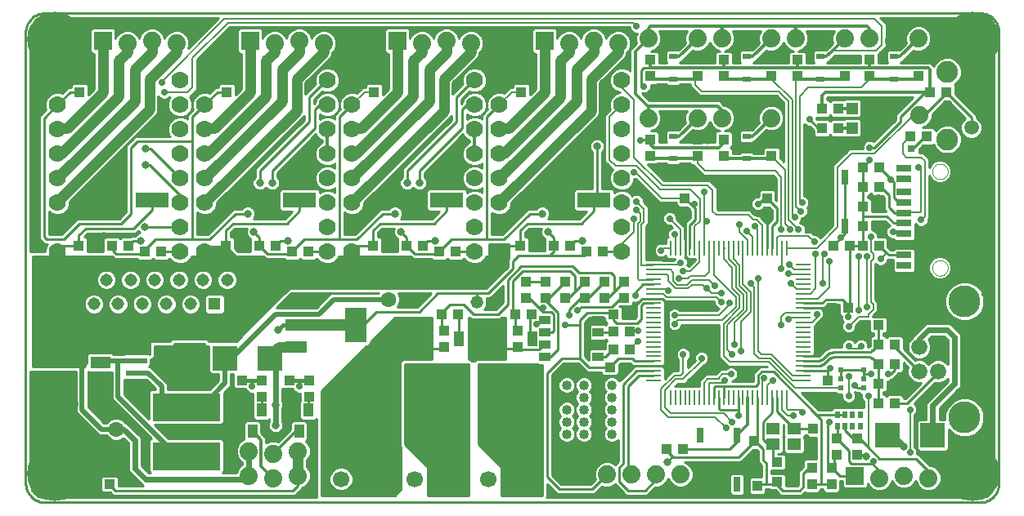
<source format=gtl>
G75*
G70*
%OFA0B0*%
%FSLAX24Y24*%
%IPPOS*%
%LPD*%
%AMOC8*
5,1,8,0,0,1.08239X$1,22.5*
%
%ADD10C,0.0100*%
%ADD11R,0.0106X0.0591*%
%ADD12R,0.0591X0.0106*%
%ADD13R,0.0551X0.0472*%
%ADD14R,0.0433X0.0394*%
%ADD15R,0.0394X0.0433*%
%ADD16R,0.0300X0.0600*%
%ADD17C,0.0660*%
%ADD18C,0.1300*%
%ADD19R,0.0197X0.0197*%
%ADD20R,0.0327X0.0248*%
%ADD21R,0.0472X0.0472*%
%ADD22R,0.1000X0.1000*%
%ADD23C,0.0886*%
%ADD24C,0.0594*%
%ADD25C,0.0740*%
%ADD26R,0.0315X0.0315*%
%ADD27R,0.0531X0.0591*%
%ADD28R,0.0394X0.0551*%
%ADD29R,0.0394X0.0512*%
%ADD30R,0.0591X0.0295*%
%ADD31C,0.0000*%
%ADD32C,0.0700*%
%ADD33R,0.1378X0.0630*%
%ADD34R,0.0740X0.0740*%
%ADD35R,0.2126X0.2441*%
%ADD36R,0.0394X0.0630*%
%ADD37C,0.0669*%
%ADD38R,0.0880X0.0480*%
%ADD39R,0.0866X0.1417*%
%ADD40R,0.0197X0.0256*%
%ADD41R,0.0515X0.0515*%
%ADD42C,0.0515*%
%ADD43C,0.0825*%
%ADD44R,0.2756X0.1122*%
%ADD45C,0.0400*%
%ADD46R,0.0870X0.0240*%
%ADD47R,0.0827X0.0500*%
%ADD48OC8,0.0630*%
%ADD49C,0.0630*%
%ADD50OC8,0.0520*%
%ADD51C,0.0520*%
%ADD52R,0.0450X0.0360*%
%ADD53C,0.2250*%
%ADD54C,0.0317*%
%ADD55C,0.0277*%
%ADD56C,0.0120*%
%ADD57C,0.0080*%
%ADD58C,0.0200*%
%ADD59C,0.0240*%
%ADD60C,0.0160*%
%ADD61C,0.0420*%
%ADD62C,0.0460*%
%ADD63C,0.0500*%
%ADD64C,0.1000*%
D10*
X002785Y001429D02*
X002785Y019835D01*
X002985Y019835D02*
X002992Y019927D01*
X003049Y020102D01*
X003157Y020250D01*
X003305Y020358D01*
X003480Y020415D01*
X003572Y020422D01*
X010646Y020422D01*
X009409Y019185D01*
X009450Y019284D01*
X009450Y019491D01*
X009371Y019682D01*
X009225Y019828D01*
X009033Y019907D01*
X008827Y019907D01*
X008635Y019828D01*
X008489Y019682D01*
X008450Y019587D01*
X008450Y019591D01*
X008371Y019782D01*
X008225Y019928D01*
X008033Y020007D01*
X007827Y020007D01*
X007635Y019928D01*
X007489Y019782D01*
X007410Y019591D01*
X007410Y019587D01*
X007371Y019682D01*
X007225Y019828D01*
X007033Y019907D01*
X006827Y019907D01*
X006635Y019828D01*
X006489Y019682D01*
X006450Y019587D01*
X006450Y019919D01*
X006362Y020007D01*
X005498Y020007D01*
X005410Y019919D01*
X005410Y019055D01*
X005498Y018967D01*
X005570Y018967D01*
X005570Y017536D01*
X005327Y017293D01*
X005327Y017681D01*
X005239Y017769D01*
X004721Y017769D01*
X004633Y017681D01*
X004633Y017603D01*
X004513Y017603D01*
X004263Y017353D01*
X004179Y017387D01*
X003981Y017387D01*
X003797Y017311D01*
X003656Y017171D01*
X003580Y016987D01*
X003580Y016788D01*
X003614Y016705D01*
X003447Y016537D01*
X003330Y016420D01*
X003330Y011404D01*
X003430Y011304D01*
X003547Y011187D01*
X003673Y011187D01*
X003656Y011171D01*
X003580Y010987D01*
X003580Y010887D01*
X002997Y010887D01*
X002985Y010875D01*
X002985Y019835D01*
X002986Y019850D02*
X005410Y019850D01*
X005410Y019751D02*
X002985Y019751D01*
X002985Y019653D02*
X005410Y019653D01*
X005410Y019554D02*
X002985Y019554D01*
X002985Y019456D02*
X005410Y019456D01*
X005410Y019357D02*
X002985Y019357D01*
X002985Y019259D02*
X005410Y019259D01*
X005410Y019160D02*
X002985Y019160D01*
X002985Y019062D02*
X005410Y019062D01*
X005570Y018963D02*
X002985Y018963D01*
X002985Y018865D02*
X005570Y018865D01*
X005570Y018766D02*
X002985Y018766D01*
X002985Y018668D02*
X005570Y018668D01*
X005570Y018569D02*
X002985Y018569D01*
X002985Y018471D02*
X005570Y018471D01*
X005570Y018372D02*
X002985Y018372D01*
X002985Y018274D02*
X005570Y018274D01*
X005570Y018175D02*
X002985Y018175D01*
X002985Y018077D02*
X005570Y018077D01*
X005570Y017978D02*
X002985Y017978D01*
X002985Y017880D02*
X005570Y017880D01*
X005570Y017781D02*
X002985Y017781D01*
X002985Y017683D02*
X004634Y017683D01*
X004494Y017584D02*
X002985Y017584D01*
X002985Y017486D02*
X004395Y017486D01*
X004297Y017387D02*
X004180Y017387D01*
X003980Y017387D02*
X002985Y017387D01*
X002985Y017289D02*
X003774Y017289D01*
X003676Y017190D02*
X002985Y017190D01*
X002985Y017092D02*
X003623Y017092D01*
X003583Y016993D02*
X002985Y016993D01*
X002985Y016895D02*
X003580Y016895D01*
X003580Y016796D02*
X002985Y016796D01*
X002985Y016698D02*
X003607Y016698D01*
X003509Y016599D02*
X002985Y016599D01*
X002985Y016501D02*
X003410Y016501D01*
X003330Y016402D02*
X002985Y016402D01*
X002985Y016304D02*
X003330Y016304D01*
X003330Y016205D02*
X002985Y016205D01*
X002985Y016107D02*
X003330Y016107D01*
X003330Y016008D02*
X002985Y016008D01*
X002985Y015910D02*
X003330Y015910D01*
X003330Y015811D02*
X002985Y015811D01*
X002985Y015713D02*
X003330Y015713D01*
X003330Y015614D02*
X002985Y015614D01*
X002985Y015516D02*
X003330Y015516D01*
X003330Y015417D02*
X002985Y015417D01*
X002985Y015319D02*
X003330Y015319D01*
X003330Y015220D02*
X002985Y015220D01*
X002985Y015122D02*
X003330Y015122D01*
X003330Y015023D02*
X002985Y015023D01*
X002985Y014925D02*
X003330Y014925D01*
X003330Y014826D02*
X002985Y014826D01*
X002985Y014728D02*
X003330Y014728D01*
X003330Y014629D02*
X002985Y014629D01*
X002985Y014531D02*
X003330Y014531D01*
X003330Y014432D02*
X002985Y014432D01*
X002985Y014334D02*
X003330Y014334D01*
X003330Y014235D02*
X002985Y014235D01*
X002985Y014137D02*
X003330Y014137D01*
X003330Y014038D02*
X002985Y014038D01*
X002985Y013940D02*
X003330Y013940D01*
X003330Y013841D02*
X002985Y013841D01*
X002985Y013743D02*
X003330Y013743D01*
X003330Y013644D02*
X002985Y013644D01*
X002985Y013546D02*
X003330Y013546D01*
X003330Y013447D02*
X002985Y013447D01*
X002985Y013349D02*
X003330Y013349D01*
X003330Y013250D02*
X002985Y013250D01*
X002985Y013152D02*
X003330Y013152D01*
X003330Y013053D02*
X002985Y013053D01*
X002985Y012955D02*
X003330Y012955D01*
X003330Y012856D02*
X002985Y012856D01*
X002985Y012758D02*
X003330Y012758D01*
X003330Y012659D02*
X002985Y012659D01*
X002985Y012561D02*
X003330Y012561D01*
X003330Y012462D02*
X002985Y012462D01*
X002985Y012364D02*
X003330Y012364D01*
X003330Y012265D02*
X002985Y012265D01*
X002985Y012167D02*
X003330Y012167D01*
X003330Y012068D02*
X002985Y012068D01*
X002985Y011970D02*
X003330Y011970D01*
X003330Y011871D02*
X002985Y011871D01*
X002985Y011773D02*
X003330Y011773D01*
X003330Y011674D02*
X002985Y011674D01*
X002985Y011576D02*
X003330Y011576D01*
X003330Y011477D02*
X002985Y011477D01*
X002985Y011379D02*
X003356Y011379D01*
X003454Y011280D02*
X002985Y011280D01*
X002985Y011182D02*
X003667Y011182D01*
X003620Y011083D02*
X002985Y011083D01*
X002985Y010985D02*
X003580Y010985D01*
X004080Y010887D02*
X004330Y011137D01*
X004945Y011137D01*
X004945Y011553D01*
X005230Y011837D01*
X007180Y011837D01*
X007943Y012600D01*
X007943Y012987D01*
X007080Y012437D02*
X007080Y015137D01*
X007330Y015387D01*
X009580Y015387D01*
X009580Y016387D01*
X010080Y016887D01*
X010595Y017403D01*
X010980Y017403D01*
X011327Y017387D02*
X011421Y017387D01*
X011327Y017293D02*
X011327Y017681D01*
X011239Y017769D01*
X010721Y017769D01*
X010633Y017681D01*
X010633Y017603D01*
X010513Y017603D01*
X010263Y017353D01*
X010179Y017387D01*
X009981Y017387D01*
X009797Y017311D01*
X009656Y017171D01*
X009580Y016987D01*
X009504Y017171D01*
X009468Y017206D01*
X009659Y017397D01*
X009770Y017509D01*
X009770Y018709D01*
X011109Y020047D01*
X027391Y020047D01*
X027391Y020030D01*
X027435Y019924D01*
X027516Y019843D01*
X027623Y019799D01*
X027692Y019799D01*
X027648Y019691D01*
X027648Y019484D01*
X027683Y019399D01*
X027420Y019137D01*
X027420Y018254D01*
X027363Y018311D01*
X027179Y018387D01*
X026981Y018387D01*
X026797Y018311D01*
X026656Y018171D01*
X026580Y017987D01*
X026580Y017788D01*
X026656Y017604D01*
X026797Y017463D01*
X026981Y017387D01*
X026797Y017311D01*
X026656Y017171D01*
X026580Y016987D01*
X026580Y016788D01*
X026619Y016695D01*
X026390Y016466D01*
X026390Y014559D01*
X026501Y014447D01*
X026717Y014231D01*
X026656Y014171D01*
X026580Y013987D01*
X026580Y013788D01*
X026656Y013604D01*
X026797Y013463D01*
X026981Y013387D01*
X026797Y013311D01*
X026782Y013296D01*
X026782Y013364D01*
X026694Y013452D01*
X026280Y013452D01*
X026280Y014951D01*
X026341Y015013D01*
X026388Y015126D01*
X026388Y015249D01*
X026341Y015362D01*
X026255Y015449D01*
X026141Y015496D01*
X026019Y015496D01*
X025905Y015449D01*
X025819Y015362D01*
X025772Y015249D01*
X025772Y015126D01*
X025819Y015013D01*
X025880Y014951D01*
X025880Y013452D01*
X025192Y013452D01*
X025104Y013364D01*
X025104Y012610D01*
X025192Y012522D01*
X025632Y012522D01*
X025347Y012237D01*
X024066Y012237D01*
X024091Y012263D01*
X024138Y012376D01*
X024138Y012499D01*
X024091Y012612D01*
X024005Y012699D01*
X023891Y012746D01*
X023769Y012746D01*
X023655Y012699D01*
X023594Y012637D01*
X023247Y012637D01*
X022197Y011587D01*
X021787Y011587D01*
X021787Y012473D01*
X021797Y012463D01*
X021981Y012387D01*
X022179Y012387D01*
X022363Y012463D01*
X022504Y012604D01*
X022580Y012788D01*
X022580Y012878D01*
X026135Y016433D01*
X026190Y016566D01*
X026190Y017788D01*
X027235Y018833D01*
X027290Y018966D01*
X027290Y019012D01*
X027371Y019093D01*
X027450Y019284D01*
X027450Y019491D01*
X027371Y019682D01*
X027225Y019828D01*
X027033Y019907D01*
X026827Y019907D01*
X026635Y019828D01*
X026489Y019682D01*
X026450Y019587D01*
X026450Y019591D01*
X026371Y019782D01*
X026225Y019928D01*
X026033Y020007D01*
X025827Y020007D01*
X025635Y019928D01*
X025489Y019782D01*
X025410Y019591D01*
X025410Y019587D01*
X025371Y019682D01*
X025225Y019828D01*
X025033Y019907D01*
X024827Y019907D01*
X024635Y019828D01*
X024489Y019682D01*
X024450Y019587D01*
X024450Y019919D01*
X024362Y020007D01*
X023498Y020007D01*
X023410Y019919D01*
X023410Y019055D01*
X023498Y018967D01*
X023570Y018967D01*
X023570Y017536D01*
X023327Y017293D01*
X023327Y017681D01*
X023239Y017769D01*
X022721Y017769D01*
X022633Y017681D01*
X022633Y017593D01*
X022517Y017593D01*
X022273Y017349D01*
X022179Y017387D01*
X021981Y017387D01*
X021797Y017311D01*
X021656Y017171D01*
X021580Y016987D01*
X021504Y017171D01*
X021363Y017311D01*
X021179Y017387D01*
X021363Y017463D01*
X021504Y017604D01*
X021580Y017788D01*
X021580Y017987D01*
X021504Y018171D01*
X021363Y018311D01*
X021179Y018387D01*
X020981Y018387D01*
X020797Y018311D01*
X020656Y018171D01*
X020580Y017987D01*
X020580Y017788D01*
X020600Y017740D01*
X020247Y017387D01*
X020190Y017387D01*
X020190Y017330D02*
X020190Y017788D01*
X021235Y018833D01*
X021290Y018966D01*
X021290Y019012D01*
X021371Y019093D01*
X021450Y019284D01*
X021450Y019491D01*
X021371Y019682D01*
X021225Y019828D01*
X021033Y019907D01*
X020827Y019907D01*
X020635Y019828D01*
X020489Y019682D01*
X020450Y019587D01*
X020450Y019591D01*
X020371Y019782D01*
X020225Y019928D01*
X020033Y020007D01*
X019827Y020007D01*
X019635Y019928D01*
X019489Y019782D01*
X019410Y019591D01*
X019410Y019587D01*
X019371Y019682D01*
X019225Y019828D01*
X019033Y019907D01*
X018827Y019907D01*
X018635Y019828D01*
X018489Y019682D01*
X018450Y019587D01*
X018450Y019919D01*
X018362Y020007D01*
X017498Y020007D01*
X017410Y019919D01*
X017410Y019055D01*
X017498Y018967D01*
X017570Y018967D01*
X017570Y017536D01*
X017327Y017293D01*
X017327Y017681D01*
X017239Y017769D01*
X016721Y017769D01*
X016633Y017681D01*
X016633Y017593D01*
X016517Y017593D01*
X016273Y017349D01*
X016179Y017387D01*
X015981Y017387D01*
X015797Y017311D01*
X015656Y017171D01*
X015580Y016987D01*
X015504Y017171D01*
X015363Y017311D01*
X015179Y017387D01*
X015363Y017463D01*
X015504Y017604D01*
X015580Y017788D01*
X015580Y017987D01*
X015504Y018171D01*
X015363Y018311D01*
X015179Y018387D01*
X014981Y018387D01*
X014797Y018311D01*
X014656Y018171D01*
X014580Y017987D01*
X014580Y017788D01*
X014600Y017740D01*
X014247Y017387D01*
X014190Y017387D01*
X014190Y017330D02*
X014190Y017788D01*
X015235Y018833D01*
X015290Y018966D01*
X015290Y019012D01*
X015371Y019093D01*
X015450Y019284D01*
X015450Y019491D01*
X015371Y019682D01*
X015225Y019828D01*
X015033Y019907D01*
X014827Y019907D01*
X014635Y019828D01*
X014489Y019682D01*
X014450Y019587D01*
X014450Y019591D01*
X014371Y019782D01*
X014225Y019928D01*
X014033Y020007D01*
X013827Y020007D01*
X013635Y019928D01*
X013489Y019782D01*
X013410Y019591D01*
X013410Y019587D01*
X013371Y019682D01*
X013225Y019828D01*
X013033Y019907D01*
X012827Y019907D01*
X012635Y019828D01*
X012489Y019682D01*
X012450Y019587D01*
X012450Y019919D01*
X012362Y020007D01*
X011498Y020007D01*
X011410Y019919D01*
X011410Y019055D01*
X011498Y018967D01*
X011570Y018967D01*
X011570Y017536D01*
X011327Y017293D01*
X011327Y017486D02*
X011519Y017486D01*
X011570Y017584D02*
X011327Y017584D01*
X011326Y017683D02*
X011570Y017683D01*
X011570Y017781D02*
X009770Y017781D01*
X009770Y017683D02*
X010634Y017683D01*
X010494Y017584D02*
X009770Y017584D01*
X009747Y017486D02*
X010395Y017486D01*
X010297Y017387D02*
X010180Y017387D01*
X009980Y017387D02*
X009648Y017387D01*
X009550Y017289D02*
X009774Y017289D01*
X009676Y017190D02*
X009484Y017190D01*
X009537Y017092D02*
X009623Y017092D01*
X009583Y016993D02*
X009577Y016993D01*
X009580Y016987D02*
X009580Y016788D01*
X009504Y016604D01*
X009363Y016463D01*
X009179Y016387D01*
X008981Y016387D01*
X008797Y016463D01*
X008656Y016604D01*
X008580Y016788D01*
X008580Y016987D01*
X008656Y017171D01*
X008683Y017197D01*
X008648Y017197D01*
X008594Y017143D01*
X008487Y017099D01*
X008373Y017099D01*
X008266Y017143D01*
X008190Y017219D01*
X008190Y016616D01*
X008135Y016483D01*
X004580Y012928D01*
X004580Y012788D01*
X004504Y012604D01*
X004363Y012463D01*
X004179Y012387D01*
X003981Y012387D01*
X003797Y012463D01*
X003730Y012530D01*
X003730Y011587D01*
X004247Y011587D01*
X004780Y012120D01*
X004897Y012237D01*
X006597Y012237D01*
X006880Y012520D01*
X006880Y015220D01*
X006872Y015220D01*
X006880Y015220D02*
X007130Y015470D01*
X007247Y015587D01*
X008673Y015587D01*
X008656Y015604D01*
X008580Y015788D01*
X008580Y015987D01*
X008656Y016171D01*
X008797Y016311D01*
X008981Y016387D01*
X009179Y016387D01*
X009363Y016311D01*
X009380Y016294D01*
X009380Y016470D01*
X009614Y016705D01*
X009580Y016788D01*
X009580Y016987D01*
X009580Y016895D02*
X009580Y016895D01*
X009580Y016796D02*
X009580Y016796D01*
X009607Y016698D02*
X009543Y016698D01*
X009509Y016599D02*
X009499Y016599D01*
X009410Y016501D02*
X009400Y016501D01*
X009380Y016402D02*
X009215Y016402D01*
X009371Y016304D02*
X009380Y016304D01*
X008945Y016402D02*
X008054Y016402D01*
X008142Y016501D02*
X008760Y016501D01*
X008661Y016599D02*
X008183Y016599D01*
X008190Y016698D02*
X008617Y016698D01*
X008580Y016796D02*
X008190Y016796D01*
X008190Y016895D02*
X008580Y016895D01*
X008583Y016993D02*
X008190Y016993D01*
X008190Y017092D02*
X008623Y017092D01*
X008641Y017190D02*
X008676Y017190D01*
X008219Y017190D02*
X008190Y017190D01*
X007955Y016304D02*
X008789Y016304D01*
X008691Y016205D02*
X007857Y016205D01*
X007758Y016107D02*
X008630Y016107D01*
X008589Y016008D02*
X007660Y016008D01*
X007561Y015910D02*
X008580Y015910D01*
X008580Y015811D02*
X007463Y015811D01*
X007364Y015713D02*
X008611Y015713D01*
X008652Y015614D02*
X007266Y015614D01*
X007175Y015516D02*
X007167Y015516D01*
X007077Y015417D02*
X007069Y015417D01*
X006978Y015319D02*
X006970Y015319D01*
X006880Y015122D02*
X006773Y015122D01*
X006675Y015023D02*
X006880Y015023D01*
X006880Y014925D02*
X006576Y014925D01*
X006478Y014826D02*
X006880Y014826D01*
X006880Y014728D02*
X006379Y014728D01*
X006281Y014629D02*
X006880Y014629D01*
X006880Y014531D02*
X006182Y014531D01*
X006084Y014432D02*
X006880Y014432D01*
X006880Y014334D02*
X005985Y014334D01*
X005887Y014235D02*
X006880Y014235D01*
X006880Y014137D02*
X005788Y014137D01*
X005690Y014038D02*
X006880Y014038D01*
X006880Y013940D02*
X005591Y013940D01*
X005493Y013841D02*
X006880Y013841D01*
X006880Y013743D02*
X005394Y013743D01*
X005296Y013644D02*
X006880Y013644D01*
X006880Y013546D02*
X005197Y013546D01*
X005099Y013447D02*
X006880Y013447D01*
X006880Y013349D02*
X005000Y013349D01*
X004902Y013250D02*
X006880Y013250D01*
X006880Y013152D02*
X004803Y013152D01*
X004705Y013053D02*
X006880Y013053D01*
X006880Y012955D02*
X004606Y012955D01*
X004580Y012856D02*
X006880Y012856D01*
X006880Y012758D02*
X004567Y012758D01*
X004527Y012659D02*
X006880Y012659D01*
X006880Y012561D02*
X004460Y012561D01*
X004360Y012462D02*
X006822Y012462D01*
X006723Y012364D02*
X003730Y012364D01*
X003730Y012462D02*
X003800Y012462D01*
X003730Y012265D02*
X006625Y012265D01*
X006680Y012037D02*
X007080Y012437D01*
X006680Y012037D02*
X004980Y012037D01*
X004330Y011387D01*
X003630Y011387D01*
X003530Y011487D01*
X003530Y016337D01*
X004080Y016887D01*
X004595Y017403D01*
X004980Y017403D01*
X005327Y017387D02*
X005421Y017387D01*
X005327Y017486D02*
X005519Y017486D01*
X005570Y017584D02*
X005327Y017584D01*
X005326Y017683D02*
X005570Y017683D01*
X004980Y018072D02*
X004265Y018072D01*
X004080Y017887D01*
X006450Y019653D02*
X006477Y019653D01*
X006450Y019751D02*
X006558Y019751D01*
X006450Y019850D02*
X006687Y019850D01*
X006421Y019948D02*
X007684Y019948D01*
X007557Y019850D02*
X007173Y019850D01*
X007302Y019751D02*
X007476Y019751D01*
X007436Y019653D02*
X007383Y019653D01*
X008176Y019948D02*
X010172Y019948D01*
X010074Y019850D02*
X009173Y019850D01*
X009302Y019751D02*
X009975Y019751D01*
X009877Y019653D02*
X009383Y019653D01*
X009424Y019554D02*
X009778Y019554D01*
X009680Y019456D02*
X009450Y019456D01*
X009450Y019357D02*
X009581Y019357D01*
X009483Y019259D02*
X009440Y019259D01*
X010024Y018963D02*
X011570Y018963D01*
X011570Y018865D02*
X009926Y018865D01*
X009827Y018766D02*
X011570Y018766D01*
X011570Y018668D02*
X009770Y018668D01*
X009770Y018569D02*
X011570Y018569D01*
X011570Y018471D02*
X009770Y018471D01*
X009770Y018372D02*
X011570Y018372D01*
X011570Y018274D02*
X009770Y018274D01*
X009770Y018175D02*
X011570Y018175D01*
X011570Y018077D02*
X009770Y018077D01*
X009770Y017978D02*
X011570Y017978D01*
X011570Y017880D02*
X009770Y017880D01*
X010080Y017887D02*
X010265Y018072D01*
X010980Y018072D01*
X011410Y019062D02*
X010123Y019062D01*
X010221Y019160D02*
X011410Y019160D01*
X011410Y019259D02*
X010320Y019259D01*
X010418Y019357D02*
X011410Y019357D01*
X011410Y019456D02*
X010517Y019456D01*
X010615Y019554D02*
X011410Y019554D01*
X011410Y019653D02*
X010714Y019653D01*
X010812Y019751D02*
X011410Y019751D01*
X011410Y019850D02*
X010911Y019850D01*
X011009Y019948D02*
X011439Y019948D01*
X011108Y020047D02*
X027391Y020047D01*
X027425Y019948D02*
X026176Y019948D01*
X026303Y019850D02*
X026687Y019850D01*
X026558Y019751D02*
X026384Y019751D01*
X026424Y019653D02*
X026477Y019653D01*
X027173Y019850D02*
X027509Y019850D01*
X027672Y019751D02*
X027302Y019751D01*
X027383Y019653D02*
X027648Y019653D01*
X027648Y019554D02*
X027424Y019554D01*
X027450Y019456D02*
X027659Y019456D01*
X027640Y019357D02*
X027450Y019357D01*
X027440Y019259D02*
X027542Y019259D01*
X027443Y019160D02*
X027399Y019160D01*
X027420Y019062D02*
X027340Y019062D01*
X027289Y018963D02*
X027420Y018963D01*
X027420Y018865D02*
X027248Y018865D01*
X027168Y018766D02*
X027420Y018766D01*
X027420Y018668D02*
X027069Y018668D01*
X026971Y018569D02*
X027420Y018569D01*
X027420Y018471D02*
X026872Y018471D01*
X026944Y018372D02*
X026774Y018372D01*
X026759Y018274D02*
X026675Y018274D01*
X026661Y018175D02*
X026577Y018175D01*
X026617Y018077D02*
X026478Y018077D01*
X026380Y017978D02*
X026580Y017978D01*
X026580Y017880D02*
X026281Y017880D01*
X026190Y017781D02*
X026583Y017781D01*
X026624Y017683D02*
X026190Y017683D01*
X026190Y017584D02*
X026676Y017584D01*
X026775Y017486D02*
X026190Y017486D01*
X026190Y017387D02*
X026980Y017387D01*
X026981Y017387D02*
X027011Y017387D01*
X027011Y017387D01*
X026981Y017387D01*
X026774Y017289D02*
X026190Y017289D01*
X026190Y017190D02*
X026676Y017190D01*
X026623Y017092D02*
X026190Y017092D01*
X026190Y016993D02*
X026583Y016993D01*
X026580Y016895D02*
X026190Y016895D01*
X026190Y016796D02*
X026580Y016796D01*
X026617Y016698D02*
X026190Y016698D01*
X026190Y016599D02*
X026523Y016599D01*
X026425Y016501D02*
X026163Y016501D01*
X026104Y016402D02*
X026390Y016402D01*
X026390Y016304D02*
X026005Y016304D01*
X025907Y016205D02*
X026390Y016205D01*
X026390Y016107D02*
X025808Y016107D01*
X025710Y016008D02*
X026390Y016008D01*
X026390Y015910D02*
X025611Y015910D01*
X025513Y015811D02*
X026390Y015811D01*
X026390Y015713D02*
X025414Y015713D01*
X025316Y015614D02*
X026390Y015614D01*
X026390Y015516D02*
X025217Y015516D01*
X025119Y015417D02*
X025874Y015417D01*
X025801Y015319D02*
X025020Y015319D01*
X024922Y015220D02*
X025772Y015220D01*
X025773Y015122D02*
X024823Y015122D01*
X024725Y015023D02*
X025814Y015023D01*
X025880Y014925D02*
X024626Y014925D01*
X024528Y014826D02*
X025880Y014826D01*
X025880Y014728D02*
X024429Y014728D01*
X024331Y014629D02*
X025880Y014629D01*
X025880Y014531D02*
X024232Y014531D01*
X024134Y014432D02*
X025880Y014432D01*
X025880Y014334D02*
X024035Y014334D01*
X023937Y014235D02*
X025880Y014235D01*
X025880Y014137D02*
X023838Y014137D01*
X023740Y014038D02*
X025880Y014038D01*
X025880Y013940D02*
X023641Y013940D01*
X023543Y013841D02*
X025880Y013841D01*
X025880Y013743D02*
X023444Y013743D01*
X023346Y013644D02*
X025880Y013644D01*
X025880Y013546D02*
X023247Y013546D01*
X023149Y013447D02*
X025187Y013447D01*
X025104Y013349D02*
X023050Y013349D01*
X022952Y013250D02*
X025104Y013250D01*
X025104Y013152D02*
X022853Y013152D01*
X022755Y013053D02*
X025104Y013053D01*
X025104Y012955D02*
X022656Y012955D01*
X022580Y012856D02*
X025104Y012856D01*
X025104Y012758D02*
X022567Y012758D01*
X022527Y012659D02*
X023616Y012659D01*
X023830Y012437D02*
X023330Y012437D01*
X022280Y011387D01*
X021587Y011387D01*
X021587Y016394D01*
X022080Y016887D01*
X021614Y016705D02*
X021387Y016477D01*
X021387Y016287D01*
X021363Y016311D01*
X021179Y016387D01*
X021363Y016463D01*
X021504Y016604D01*
X021580Y016788D01*
X021580Y016987D01*
X021580Y016788D01*
X021614Y016705D01*
X021607Y016698D02*
X021543Y016698D01*
X021509Y016599D02*
X021499Y016599D01*
X021410Y016501D02*
X021400Y016501D01*
X021387Y016402D02*
X021215Y016402D01*
X021179Y016387D02*
X020981Y016387D01*
X020797Y016463D01*
X020780Y016480D01*
X020780Y016294D01*
X020797Y016311D01*
X020981Y016387D01*
X021179Y016387D01*
X021371Y016304D02*
X021387Y016304D01*
X020945Y016402D02*
X020780Y016402D01*
X020780Y016304D02*
X020789Y016304D01*
X020330Y016187D02*
X018330Y014187D01*
X018330Y013687D01*
X018055Y013546D02*
X017247Y013546D01*
X017346Y013644D02*
X018022Y013644D01*
X018022Y013626D02*
X018069Y013513D01*
X018155Y013426D01*
X018269Y013379D01*
X018391Y013379D01*
X018505Y013426D01*
X018580Y013501D01*
X018655Y013426D01*
X018769Y013379D01*
X018891Y013379D01*
X019005Y013426D01*
X019091Y013513D01*
X019138Y013626D01*
X019138Y013749D01*
X019091Y013862D01*
X019030Y013923D01*
X019030Y014104D01*
X020619Y015694D01*
X020656Y015604D01*
X020797Y015463D01*
X020870Y015433D01*
X020870Y015342D01*
X020797Y015311D01*
X020656Y015171D01*
X020580Y014987D01*
X020580Y014788D01*
X020656Y014604D01*
X020797Y014463D01*
X020981Y014387D01*
X020797Y014311D01*
X020656Y014171D01*
X020580Y013987D01*
X020580Y013788D01*
X020656Y013604D01*
X020797Y013463D01*
X020981Y013387D01*
X020797Y013311D01*
X020782Y013296D01*
X020782Y013364D01*
X020694Y013452D01*
X019192Y013452D01*
X019104Y013364D01*
X019104Y012610D01*
X019192Y012522D01*
X019632Y012522D01*
X019347Y012237D01*
X018066Y012237D01*
X018091Y012263D01*
X018138Y012376D01*
X018138Y012499D01*
X018091Y012612D01*
X018005Y012699D01*
X017891Y012746D01*
X017769Y012746D01*
X017655Y012699D01*
X017594Y012637D01*
X017247Y012637D01*
X016197Y011587D01*
X015784Y011587D01*
X015784Y012476D01*
X015797Y012463D01*
X015981Y012387D01*
X016179Y012387D01*
X016363Y012463D01*
X016504Y012604D01*
X016580Y012788D01*
X016580Y012878D01*
X020130Y016428D01*
X020130Y016270D01*
X018247Y014387D01*
X018130Y014270D01*
X018130Y013923D01*
X018069Y013862D01*
X018022Y013749D01*
X018022Y013626D01*
X018022Y013743D02*
X017444Y013743D01*
X017543Y013841D02*
X018060Y013841D01*
X018130Y013940D02*
X017641Y013940D01*
X017740Y014038D02*
X018130Y014038D01*
X018130Y014137D02*
X017838Y014137D01*
X017937Y014235D02*
X018130Y014235D01*
X018193Y014334D02*
X018035Y014334D01*
X018134Y014432D02*
X018292Y014432D01*
X018232Y014531D02*
X018390Y014531D01*
X018331Y014629D02*
X018489Y014629D01*
X018429Y014728D02*
X018587Y014728D01*
X018528Y014826D02*
X018686Y014826D01*
X018626Y014925D02*
X018784Y014925D01*
X018725Y015023D02*
X018883Y015023D01*
X018823Y015122D02*
X018981Y015122D01*
X018922Y015220D02*
X019080Y015220D01*
X019020Y015319D02*
X019178Y015319D01*
X019119Y015417D02*
X019277Y015417D01*
X019217Y015516D02*
X019375Y015516D01*
X019316Y015614D02*
X019474Y015614D01*
X019414Y015713D02*
X019572Y015713D01*
X019513Y015811D02*
X019671Y015811D01*
X019611Y015910D02*
X019769Y015910D01*
X019710Y016008D02*
X019868Y016008D01*
X019808Y016107D02*
X019966Y016107D01*
X019907Y016205D02*
X020065Y016205D01*
X020005Y016304D02*
X020130Y016304D01*
X020130Y016402D02*
X020104Y016402D01*
X020580Y016687D02*
X020580Y015937D01*
X018830Y014187D01*
X018830Y013687D01*
X019105Y013546D02*
X020715Y013546D01*
X020699Y013447D02*
X020836Y013447D01*
X020887Y013349D02*
X020782Y013349D01*
X020981Y013387D02*
X021179Y013387D01*
X021363Y013311D01*
X021387Y013287D01*
X021387Y013487D01*
X021363Y013463D01*
X021179Y013387D01*
X020981Y013387D01*
X021273Y013349D02*
X021387Y013349D01*
X021387Y013447D02*
X021324Y013447D01*
X020640Y013644D02*
X019138Y013644D01*
X019138Y013743D02*
X020599Y013743D01*
X020580Y013841D02*
X019100Y013841D01*
X019030Y013940D02*
X020580Y013940D01*
X020601Y014038D02*
X019030Y014038D01*
X019062Y014137D02*
X020642Y014137D01*
X020721Y014235D02*
X019161Y014235D01*
X019259Y014334D02*
X020851Y014334D01*
X020872Y014432D02*
X019358Y014432D01*
X019456Y014531D02*
X020730Y014531D01*
X020646Y014629D02*
X019555Y014629D01*
X019653Y014728D02*
X020605Y014728D01*
X020580Y014826D02*
X019752Y014826D01*
X019850Y014925D02*
X020580Y014925D01*
X020595Y015023D02*
X019949Y015023D01*
X020047Y015122D02*
X020636Y015122D01*
X020706Y015220D02*
X020146Y015220D01*
X020244Y015319D02*
X020815Y015319D01*
X020870Y015417D02*
X020343Y015417D01*
X020441Y015516D02*
X020745Y015516D01*
X020652Y015614D02*
X020540Y015614D01*
X020330Y016187D02*
X020330Y017187D01*
X021030Y017887D01*
X021080Y017887D01*
X021580Y017880D02*
X023570Y017880D01*
X023570Y017978D02*
X021580Y017978D01*
X021543Y018077D02*
X023570Y018077D01*
X023570Y018175D02*
X021499Y018175D01*
X021401Y018274D02*
X023570Y018274D01*
X023570Y018372D02*
X021216Y018372D01*
X020944Y018372D02*
X020774Y018372D01*
X020759Y018274D02*
X020675Y018274D01*
X020661Y018175D02*
X020577Y018175D01*
X020617Y018077D02*
X020478Y018077D01*
X020380Y017978D02*
X020580Y017978D01*
X020580Y017880D02*
X020281Y017880D01*
X020190Y017781D02*
X020583Y017781D01*
X020542Y017683D02*
X020190Y017683D01*
X020190Y017584D02*
X020444Y017584D01*
X020345Y017486D02*
X020190Y017486D01*
X020247Y017387D02*
X020190Y017330D01*
X020530Y017104D02*
X020862Y017436D01*
X020981Y017387D01*
X021179Y017387D01*
X020981Y017387D01*
X020797Y017311D01*
X020656Y017171D01*
X020580Y016987D01*
X020580Y016970D01*
X020530Y016920D01*
X020530Y017104D01*
X020530Y017092D02*
X020623Y017092D01*
X020616Y017190D02*
X020676Y017190D01*
X020714Y017289D02*
X020774Y017289D01*
X020813Y017387D02*
X020980Y017387D01*
X021180Y017387D02*
X021980Y017387D01*
X022180Y017387D02*
X022311Y017387D01*
X022410Y017486D02*
X021385Y017486D01*
X021484Y017584D02*
X022508Y017584D01*
X022634Y017683D02*
X021536Y017683D01*
X021577Y017781D02*
X023570Y017781D01*
X023570Y017683D02*
X023326Y017683D01*
X023327Y017584D02*
X023570Y017584D01*
X023519Y017486D02*
X023327Y017486D01*
X023327Y017387D02*
X023421Y017387D01*
X021774Y017289D02*
X021386Y017289D01*
X021484Y017190D02*
X021676Y017190D01*
X021623Y017092D02*
X021537Y017092D01*
X021577Y016993D02*
X021583Y016993D01*
X021580Y016895D02*
X021580Y016895D01*
X021580Y016796D02*
X021580Y016796D01*
X021080Y016887D02*
X020780Y016887D01*
X020580Y016687D01*
X020583Y016993D02*
X020530Y016993D01*
X020872Y018471D02*
X023570Y018471D01*
X023570Y018569D02*
X020971Y018569D01*
X021069Y018668D02*
X023570Y018668D01*
X023570Y018766D02*
X021168Y018766D01*
X021248Y018865D02*
X023570Y018865D01*
X023570Y018963D02*
X021289Y018963D01*
X021340Y019062D02*
X023410Y019062D01*
X023410Y019160D02*
X021399Y019160D01*
X021440Y019259D02*
X023410Y019259D01*
X023410Y019357D02*
X021450Y019357D01*
X021450Y019456D02*
X023410Y019456D01*
X023410Y019554D02*
X021424Y019554D01*
X021383Y019653D02*
X023410Y019653D01*
X023410Y019751D02*
X021302Y019751D01*
X021173Y019850D02*
X023410Y019850D01*
X023439Y019948D02*
X020176Y019948D01*
X020303Y019850D02*
X020687Y019850D01*
X020558Y019751D02*
X020384Y019751D01*
X020424Y019653D02*
X020477Y019653D01*
X019684Y019948D02*
X018421Y019948D01*
X018450Y019850D02*
X018687Y019850D01*
X018558Y019751D02*
X018450Y019751D01*
X018450Y019653D02*
X018477Y019653D01*
X019173Y019850D02*
X019557Y019850D01*
X019476Y019751D02*
X019302Y019751D01*
X019383Y019653D02*
X019436Y019653D01*
X017570Y018963D02*
X015289Y018963D01*
X015248Y018865D02*
X017570Y018865D01*
X017570Y018766D02*
X015168Y018766D01*
X015069Y018668D02*
X017570Y018668D01*
X017570Y018569D02*
X014971Y018569D01*
X014872Y018471D02*
X017570Y018471D01*
X017570Y018372D02*
X015216Y018372D01*
X015401Y018274D02*
X017570Y018274D01*
X017570Y018175D02*
X015499Y018175D01*
X015543Y018077D02*
X017570Y018077D01*
X017570Y017978D02*
X015580Y017978D01*
X015580Y017880D02*
X017570Y017880D01*
X017570Y017781D02*
X015577Y017781D01*
X015536Y017683D02*
X016634Y017683D01*
X016508Y017584D02*
X015484Y017584D01*
X015385Y017486D02*
X016410Y017486D01*
X016311Y017387D02*
X016180Y017387D01*
X015980Y017387D02*
X015180Y017387D01*
X015179Y017387D02*
X014981Y017387D01*
X014862Y017436D01*
X014530Y017104D01*
X014530Y016920D01*
X014580Y016970D01*
X014580Y016987D01*
X014656Y017171D01*
X014797Y017311D01*
X014981Y017387D01*
X015179Y017387D01*
X014980Y017387D02*
X014813Y017387D01*
X014774Y017289D02*
X014714Y017289D01*
X014676Y017190D02*
X014616Y017190D01*
X014623Y017092D02*
X014530Y017092D01*
X014530Y016993D02*
X014583Y016993D01*
X014780Y016887D02*
X014580Y016687D01*
X014580Y015937D01*
X012830Y014187D01*
X012830Y013687D01*
X013105Y013546D02*
X014715Y013546D01*
X014656Y013604D02*
X014797Y013463D01*
X014981Y013387D01*
X014797Y013311D01*
X014782Y013296D01*
X014782Y013364D01*
X014694Y013452D01*
X013192Y013452D01*
X013104Y013364D01*
X013104Y012610D01*
X013192Y012522D01*
X013632Y012522D01*
X013347Y012237D01*
X012066Y012237D01*
X012091Y012263D01*
X012138Y012376D01*
X012138Y012499D01*
X012091Y012612D01*
X012005Y012699D01*
X011891Y012746D01*
X011769Y012746D01*
X011655Y012699D01*
X011594Y012637D01*
X011247Y012637D01*
X011130Y012520D01*
X010197Y011587D01*
X009780Y011587D01*
X009780Y012480D01*
X009797Y012463D01*
X009981Y012387D01*
X010179Y012387D01*
X010363Y012463D01*
X010504Y012604D01*
X010580Y012788D01*
X010580Y012878D01*
X014130Y016428D01*
X014130Y016270D01*
X012247Y014387D01*
X012130Y014270D01*
X012130Y013923D01*
X012069Y013862D01*
X012022Y013749D01*
X012022Y013626D01*
X012069Y013513D01*
X012155Y013426D01*
X012269Y013379D01*
X012391Y013379D01*
X012505Y013426D01*
X012580Y013501D01*
X012655Y013426D01*
X012769Y013379D01*
X012891Y013379D01*
X013005Y013426D01*
X013091Y013513D01*
X013138Y013626D01*
X013138Y013749D01*
X013091Y013862D01*
X013030Y013923D01*
X013030Y014104D01*
X014619Y015694D01*
X014656Y015604D01*
X014797Y015463D01*
X014870Y015433D01*
X014870Y015342D01*
X014797Y015311D01*
X014656Y015171D01*
X014580Y014987D01*
X014580Y014788D01*
X014656Y014604D01*
X014797Y014463D01*
X014981Y014387D01*
X014797Y014311D01*
X014656Y014171D01*
X014580Y013987D01*
X014580Y013788D01*
X014656Y013604D01*
X014640Y013644D02*
X013138Y013644D01*
X013138Y013743D02*
X014599Y013743D01*
X014580Y013841D02*
X013100Y013841D01*
X013030Y013940D02*
X014580Y013940D01*
X014601Y014038D02*
X013030Y014038D01*
X013062Y014137D02*
X014642Y014137D01*
X014721Y014235D02*
X013161Y014235D01*
X013259Y014334D02*
X014851Y014334D01*
X014872Y014432D02*
X013358Y014432D01*
X013456Y014531D02*
X014730Y014531D01*
X014646Y014629D02*
X013555Y014629D01*
X013653Y014728D02*
X014605Y014728D01*
X014580Y014826D02*
X013752Y014826D01*
X013850Y014925D02*
X014580Y014925D01*
X014595Y015023D02*
X013949Y015023D01*
X014047Y015122D02*
X014636Y015122D01*
X014706Y015220D02*
X014146Y015220D01*
X014244Y015319D02*
X014815Y015319D01*
X014870Y015417D02*
X014343Y015417D01*
X014441Y015516D02*
X014745Y015516D01*
X014652Y015614D02*
X014540Y015614D01*
X014330Y016187D02*
X012330Y014187D01*
X012330Y013687D01*
X012055Y013546D02*
X011247Y013546D01*
X011346Y013644D02*
X012022Y013644D01*
X012022Y013743D02*
X011444Y013743D01*
X011543Y013841D02*
X012060Y013841D01*
X012130Y013940D02*
X011641Y013940D01*
X011740Y014038D02*
X012130Y014038D01*
X012130Y014137D02*
X011838Y014137D01*
X011937Y014235D02*
X012130Y014235D01*
X012193Y014334D02*
X012035Y014334D01*
X012134Y014432D02*
X012292Y014432D01*
X012232Y014531D02*
X012390Y014531D01*
X012331Y014629D02*
X012489Y014629D01*
X012429Y014728D02*
X012587Y014728D01*
X012528Y014826D02*
X012686Y014826D01*
X012626Y014925D02*
X012784Y014925D01*
X012725Y015023D02*
X012883Y015023D01*
X012823Y015122D02*
X012981Y015122D01*
X012922Y015220D02*
X013080Y015220D01*
X013020Y015319D02*
X013178Y015319D01*
X013119Y015417D02*
X013277Y015417D01*
X013217Y015516D02*
X013375Y015516D01*
X013316Y015614D02*
X013474Y015614D01*
X013414Y015713D02*
X013572Y015713D01*
X013513Y015811D02*
X013671Y015811D01*
X013611Y015910D02*
X013769Y015910D01*
X013710Y016008D02*
X013868Y016008D01*
X013808Y016107D02*
X013966Y016107D01*
X013907Y016205D02*
X014065Y016205D01*
X014005Y016304D02*
X014130Y016304D01*
X014130Y016402D02*
X014104Y016402D01*
X014780Y016402D02*
X014945Y016402D01*
X014981Y016387D02*
X015179Y016387D01*
X015363Y016463D01*
X015504Y016604D01*
X015580Y016788D01*
X015580Y016987D01*
X015580Y016788D01*
X015614Y016705D01*
X015384Y016474D01*
X015384Y016291D01*
X015363Y016311D01*
X015179Y016387D01*
X014981Y016387D01*
X014797Y016463D01*
X014780Y016480D01*
X014780Y016294D01*
X014797Y016311D01*
X014981Y016387D01*
X014789Y016304D02*
X014780Y016304D01*
X015215Y016402D02*
X015384Y016402D01*
X015371Y016304D02*
X015384Y016304D01*
X015400Y016501D02*
X015410Y016501D01*
X015499Y016599D02*
X015509Y016599D01*
X015543Y016698D02*
X015607Y016698D01*
X015580Y016796D02*
X015580Y016796D01*
X015580Y016895D02*
X015580Y016895D01*
X015577Y016993D02*
X015583Y016993D01*
X015623Y017092D02*
X015537Y017092D01*
X015484Y017190D02*
X015676Y017190D01*
X015774Y017289D02*
X015386Y017289D01*
X015080Y016887D02*
X014780Y016887D01*
X014330Y017187D02*
X014330Y016187D01*
X015584Y016391D02*
X016080Y016887D01*
X015584Y016391D02*
X015584Y011387D01*
X014145Y011387D01*
X013645Y010887D01*
X013645Y010853D01*
X013580Y010787D01*
X012645Y010787D01*
X012295Y011137D01*
X012295Y011472D01*
X012080Y011687D01*
X011792Y011576D02*
X011145Y011576D01*
X011145Y011484D02*
X011145Y011670D01*
X011313Y011837D01*
X011808Y011837D01*
X011772Y011749D01*
X011772Y011626D01*
X011819Y011513D01*
X011905Y011426D01*
X011949Y011408D01*
X011949Y010887D01*
X011446Y010887D01*
X011312Y011021D01*
X011312Y011396D01*
X011224Y011484D01*
X011145Y011484D01*
X011231Y011477D02*
X011854Y011477D01*
X011949Y011379D02*
X011312Y011379D01*
X011312Y011280D02*
X011949Y011280D01*
X011949Y011182D02*
X011312Y011182D01*
X011312Y011083D02*
X011949Y011083D01*
X011949Y010985D02*
X011348Y010985D01*
X011615Y011137D02*
X011615Y011653D01*
X011580Y011687D01*
X011772Y011674D02*
X011150Y011674D01*
X011248Y011773D02*
X011781Y011773D01*
X011230Y012037D02*
X010945Y011753D01*
X010945Y011137D01*
X010945Y011003D01*
X010830Y010887D01*
X010280Y011387D02*
X009580Y011387D01*
X009580Y015387D01*
X009080Y013887D02*
X007870Y015097D01*
X007680Y015097D01*
X007680Y014437D02*
X007830Y014437D01*
X009080Y013187D01*
X009080Y012887D01*
X009780Y012462D02*
X009800Y012462D01*
X009780Y012364D02*
X010973Y012364D01*
X011072Y012462D02*
X010360Y012462D01*
X010460Y012561D02*
X011170Y012561D01*
X011330Y012437D02*
X011830Y012437D01*
X012113Y012561D02*
X013154Y012561D01*
X013104Y012659D02*
X012044Y012659D01*
X012138Y012462D02*
X013572Y012462D01*
X013473Y012364D02*
X012133Y012364D01*
X012092Y012265D02*
X013375Y012265D01*
X013430Y012037D02*
X011230Y012037D01*
X010875Y012265D02*
X009780Y012265D01*
X009780Y012167D02*
X010776Y012167D01*
X010678Y012068D02*
X009780Y012068D01*
X009780Y011970D02*
X010579Y011970D01*
X010481Y011871D02*
X009780Y011871D01*
X009780Y011773D02*
X010382Y011773D01*
X010284Y011674D02*
X009780Y011674D01*
X009580Y011387D02*
X008080Y011387D01*
X007645Y010953D01*
X007645Y010887D01*
X007645Y010853D01*
X007580Y010787D01*
X006480Y010787D01*
X006330Y010937D01*
X006330Y011103D01*
X006295Y011137D01*
X005949Y011182D02*
X005312Y011182D01*
X005312Y011280D02*
X005949Y011280D01*
X005949Y011379D02*
X005312Y011379D01*
X005312Y011396D02*
X005312Y010887D01*
X005949Y010887D01*
X005949Y011416D01*
X006036Y011504D01*
X006554Y011504D01*
X006630Y011428D01*
X006706Y011504D01*
X007048Y011504D01*
X007082Y011537D01*
X007244Y011537D01*
X007305Y011599D01*
X007419Y011646D01*
X007435Y011646D01*
X007369Y011713D01*
X007360Y011734D01*
X007263Y011637D01*
X005313Y011637D01*
X005160Y011484D01*
X005224Y011484D01*
X005312Y011396D01*
X005231Y011477D02*
X006010Y011477D01*
X005980Y011537D02*
X005615Y011172D01*
X005615Y011137D01*
X005312Y011083D02*
X005949Y011083D01*
X005949Y010985D02*
X005312Y010985D01*
X006297Y010687D02*
X006397Y010587D01*
X007320Y010587D01*
X007386Y010521D01*
X007904Y010521D01*
X007980Y010596D01*
X008056Y010521D01*
X008574Y010521D01*
X008657Y010604D01*
X008797Y010463D01*
X008981Y010387D01*
X009179Y010387D01*
X009363Y010463D01*
X009504Y010604D01*
X009538Y010687D01*
X012463Y010687D01*
X012563Y010587D01*
X013320Y010587D01*
X013386Y010521D01*
X013904Y010521D01*
X013980Y010596D01*
X014056Y010521D01*
X014574Y010521D01*
X014657Y010604D01*
X014797Y010463D01*
X014981Y010387D01*
X015179Y010387D01*
X015363Y010463D01*
X015504Y010604D01*
X015538Y010687D01*
X018463Y010687D01*
X018563Y010587D01*
X019320Y010587D01*
X019386Y010521D01*
X019904Y010521D01*
X019980Y010596D01*
X020056Y010521D01*
X020574Y010521D01*
X020657Y010604D01*
X020797Y010463D01*
X020981Y010387D01*
X021179Y010387D01*
X021363Y010463D01*
X021504Y010604D01*
X021538Y010687D01*
X021680Y010687D01*
X021680Y011187D01*
X022480Y011187D01*
X022480Y010620D01*
X022430Y010570D01*
X022430Y010270D01*
X021547Y009387D01*
X018788Y009387D01*
X018773Y009402D01*
X018387Y009402D01*
X018372Y009387D01*
X017709Y009387D01*
X017672Y009402D01*
X017488Y009402D01*
X017451Y009387D01*
X013530Y009387D01*
X013330Y009187D01*
X013308Y009187D01*
X013220Y009099D01*
X013220Y009077D01*
X011380Y007237D01*
X010263Y007237D01*
X010163Y007337D01*
X008747Y007337D01*
X008647Y007237D01*
X005730Y007237D01*
X005484Y006767D01*
X005354Y006767D01*
X005275Y006687D01*
X004830Y006687D01*
X004830Y007437D01*
X007830Y007437D01*
X007830Y006687D01*
X007817Y006687D01*
X007797Y006707D01*
X006803Y006707D01*
X006783Y006687D01*
X006385Y006687D01*
X006306Y006767D01*
X005354Y006767D01*
X005267Y006679D01*
X005267Y006353D01*
X005180Y006187D01*
X003080Y006187D01*
X003080Y010687D01*
X006297Y010687D01*
X006394Y010591D02*
X003080Y010591D01*
X003080Y010492D02*
X008768Y010492D01*
X008670Y010591D02*
X008643Y010591D01*
X008965Y010394D02*
X003080Y010394D01*
X003080Y010295D02*
X022430Y010295D01*
X022430Y010394D02*
X021195Y010394D01*
X021392Y010492D02*
X022430Y010492D01*
X022450Y010591D02*
X021490Y010591D01*
X021680Y010689D02*
X022480Y010689D01*
X022480Y010788D02*
X021680Y010788D01*
X021680Y010886D02*
X022480Y010886D01*
X022480Y010985D02*
X021680Y010985D01*
X021680Y011083D02*
X022480Y011083D01*
X022480Y011182D02*
X021680Y011182D01*
X021587Y011387D02*
X020145Y011387D01*
X019645Y010887D01*
X019645Y010853D01*
X019580Y010787D01*
X018645Y010787D01*
X018295Y011137D01*
X018295Y011472D01*
X018080Y011687D01*
X017792Y011576D02*
X017145Y011576D01*
X017145Y011484D02*
X017145Y011670D01*
X017313Y011837D01*
X017808Y011837D01*
X017772Y011749D01*
X017772Y011626D01*
X017819Y011513D01*
X017905Y011426D01*
X017949Y011408D01*
X017949Y010887D01*
X017312Y010887D01*
X017312Y011396D01*
X017224Y011484D01*
X017145Y011484D01*
X017231Y011477D02*
X017854Y011477D01*
X017949Y011379D02*
X017312Y011379D01*
X017312Y011280D02*
X017949Y011280D01*
X017949Y011182D02*
X017312Y011182D01*
X017312Y011083D02*
X017949Y011083D01*
X017949Y010985D02*
X017312Y010985D01*
X017615Y011137D02*
X017615Y011653D01*
X017580Y011687D01*
X017772Y011674D02*
X017150Y011674D01*
X017248Y011773D02*
X017781Y011773D01*
X017230Y012037D02*
X016945Y011753D01*
X016945Y011137D01*
X016330Y011137D01*
X016080Y010887D01*
X015490Y010591D02*
X018559Y010591D01*
X018965Y011137D02*
X019165Y011337D01*
X019480Y011337D01*
X020315Y010887D02*
X021080Y010887D01*
X020670Y010591D02*
X020643Y010591D01*
X020768Y010492D02*
X015392Y010492D01*
X015195Y010394D02*
X020965Y010394D01*
X019986Y010591D02*
X019974Y010591D01*
X021864Y009704D02*
X011403Y009704D01*
X011403Y009648D02*
X011403Y009810D01*
X011341Y009960D01*
X011226Y010075D01*
X011076Y010137D01*
X010914Y010137D01*
X010765Y010075D01*
X010650Y009960D01*
X010588Y009810D01*
X010588Y009648D01*
X010650Y009499D01*
X010765Y009384D01*
X010914Y009322D01*
X011076Y009322D01*
X011226Y009384D01*
X011341Y009499D01*
X011403Y009648D01*
X011385Y009606D02*
X021765Y009606D01*
X021667Y009507D02*
X011344Y009507D01*
X011251Y009409D02*
X021568Y009409D01*
X021630Y009187D02*
X021180Y009187D01*
X021180Y008837D01*
X021180Y009187D02*
X019580Y009187D01*
X018830Y008437D01*
X017080Y008437D01*
X016530Y007887D01*
X016250Y007887D01*
X017081Y007439D02*
X019330Y007439D01*
X019330Y007537D02*
X017180Y007537D01*
X017278Y007636D02*
X019330Y007636D01*
X019330Y007734D02*
X017377Y007734D01*
X017475Y007833D02*
X019330Y007833D01*
X019330Y007931D02*
X017574Y007931D01*
X017672Y008030D02*
X019330Y008030D01*
X019330Y008128D02*
X017771Y008128D01*
X017830Y008187D02*
X019330Y008187D01*
X019330Y006487D01*
X018147Y006487D01*
X018097Y006437D01*
X018080Y006437D01*
X018080Y006420D01*
X018030Y006370D01*
X018030Y002954D01*
X018080Y002904D01*
X018080Y001187D01*
X017830Y000937D01*
X014830Y000937D01*
X014830Y005187D01*
X016671Y007029D01*
X016745Y007029D01*
X016833Y007117D01*
X016833Y007190D01*
X017830Y008187D01*
X017938Y008637D02*
X017974Y008674D01*
X018045Y008845D01*
X018045Y009030D01*
X017980Y009187D01*
X019297Y009187D01*
X018747Y008637D01*
X017938Y008637D01*
X017993Y008719D02*
X018829Y008719D01*
X018927Y008818D02*
X018034Y008818D01*
X018045Y008916D02*
X019026Y008916D01*
X019124Y009015D02*
X018045Y009015D01*
X018011Y009113D02*
X019223Y009113D01*
X019745Y008403D02*
X020080Y008737D01*
X020630Y008737D01*
X021030Y008337D01*
X022030Y008337D01*
X022430Y008737D01*
X022430Y009737D01*
X022980Y010287D01*
X025080Y010287D01*
X025330Y010037D01*
X026630Y010037D01*
X026780Y009887D01*
X026780Y009272D01*
X027180Y009672D01*
X026780Y009272D02*
X026511Y009003D01*
X026380Y009003D01*
X026680Y008637D02*
X025430Y008637D01*
X025280Y008487D01*
X024930Y008537D02*
X024930Y008287D01*
X024930Y008537D02*
X025395Y009003D01*
X025580Y009003D01*
X025445Y009003D01*
X025580Y009003D02*
X025711Y009003D01*
X026380Y009672D01*
X025580Y009672D02*
X025180Y009272D01*
X025180Y009887D01*
X024980Y010087D01*
X023030Y010087D01*
X022630Y009687D01*
X022630Y008437D01*
X022730Y008337D01*
X022745Y008337D01*
X022745Y007787D01*
X022845Y007687D01*
X022830Y007672D01*
X022330Y007636D02*
X020830Y007636D01*
X020830Y007734D02*
X022330Y007734D01*
X022330Y007833D02*
X020830Y007833D01*
X020830Y007931D02*
X022330Y007931D01*
X022330Y008030D02*
X020830Y008030D01*
X020830Y008128D02*
X022330Y008128D01*
X022330Y008187D02*
X022330Y006487D01*
X021147Y006487D01*
X021097Y006437D01*
X020963Y006437D01*
X020913Y006487D01*
X020830Y006487D01*
X020830Y008187D01*
X020897Y008187D01*
X020947Y008137D01*
X022113Y008137D01*
X022163Y008187D01*
X022330Y008187D01*
X021947Y008537D02*
X021460Y008537D01*
X021528Y008605D01*
X021590Y008756D01*
X021590Y008919D01*
X021562Y008987D01*
X021713Y008987D01*
X022230Y009504D01*
X022230Y008820D01*
X021947Y008537D01*
X022030Y008621D02*
X021534Y008621D01*
X021575Y008719D02*
X022129Y008719D01*
X022227Y008818D02*
X021590Y008818D01*
X021590Y008916D02*
X022230Y008916D01*
X022230Y009015D02*
X021740Y009015D01*
X021839Y009113D02*
X022230Y009113D01*
X022230Y009212D02*
X021937Y009212D01*
X022036Y009310D02*
X022230Y009310D01*
X022230Y009409D02*
X022134Y009409D01*
X021630Y009187D02*
X022630Y010187D01*
X022630Y010487D01*
X022880Y010737D01*
X024130Y010737D01*
X025530Y010737D01*
X025645Y010853D01*
X025645Y010887D01*
X026315Y010887D02*
X027080Y010887D01*
X028070Y010886D02*
X028391Y010886D01*
X028391Y010880D02*
X028435Y010774D01*
X028516Y010693D01*
X028623Y010649D01*
X028737Y010649D01*
X028844Y010693D01*
X028865Y010714D01*
X028865Y010681D01*
X028953Y010593D01*
X029232Y010593D01*
X029210Y010539D01*
X028749Y010539D01*
X028736Y010553D01*
X028410Y010553D01*
X028409Y010553D01*
X028408Y010553D01*
X028070Y010553D01*
X028070Y011909D01*
X028170Y012009D01*
X028170Y012716D01*
X027969Y012917D01*
X027969Y012995D01*
X027925Y013101D01*
X027844Y013182D01*
X027737Y013226D01*
X027623Y013226D01*
X027516Y013182D01*
X027504Y013170D01*
X027504Y013171D01*
X027363Y013311D01*
X027179Y013387D01*
X026981Y013387D01*
X027179Y013387D01*
X027363Y013463D01*
X027504Y013604D01*
X027580Y013788D01*
X027580Y013849D01*
X027637Y013849D01*
X027646Y013852D01*
X028617Y012882D01*
X029308Y012882D01*
X029308Y012793D01*
X029396Y012705D01*
X029739Y012705D01*
X029880Y012564D01*
X029880Y012270D01*
X029655Y012045D01*
X029655Y011405D01*
X029651Y011409D01*
X029651Y011884D01*
X029319Y012217D01*
X029319Y012295D01*
X029275Y012401D01*
X029194Y012482D01*
X029087Y012526D01*
X028973Y012526D01*
X028866Y012482D01*
X028785Y012401D01*
X028741Y012295D01*
X028741Y012180D01*
X028785Y012074D01*
X028866Y011993D01*
X028973Y011949D01*
X029050Y011949D01*
X029137Y011861D01*
X029066Y011832D01*
X028985Y011751D01*
X028941Y011645D01*
X028941Y011530D01*
X028960Y011484D01*
X028953Y011484D01*
X028865Y011396D01*
X028865Y011228D01*
X028702Y011228D01*
X028700Y011226D01*
X028623Y011226D01*
X028516Y011182D01*
X028435Y011101D01*
X028391Y010995D01*
X028391Y010880D01*
X028429Y010788D02*
X028070Y010788D01*
X028070Y010689D02*
X028525Y010689D01*
X028835Y010689D02*
X028865Y010689D01*
X029231Y010591D02*
X028070Y010591D01*
X028070Y010985D02*
X028391Y010985D01*
X028428Y011083D02*
X028070Y011083D01*
X028070Y011182D02*
X028516Y011182D01*
X028865Y011280D02*
X028070Y011280D01*
X028070Y011379D02*
X028865Y011379D01*
X028946Y011477D02*
X028070Y011477D01*
X028070Y011576D02*
X028941Y011576D01*
X028953Y011674D02*
X028070Y011674D01*
X028070Y011773D02*
X029007Y011773D01*
X029128Y011871D02*
X028070Y011871D01*
X028131Y011970D02*
X028922Y011970D01*
X028791Y012068D02*
X028170Y012068D01*
X028170Y012167D02*
X028747Y012167D01*
X028741Y012265D02*
X028170Y012265D01*
X028170Y012364D02*
X028770Y012364D01*
X028846Y012462D02*
X028170Y012462D01*
X028170Y012561D02*
X029880Y012561D01*
X029880Y012462D02*
X029214Y012462D01*
X029290Y012364D02*
X029880Y012364D01*
X029875Y012265D02*
X029319Y012265D01*
X029369Y012167D02*
X029776Y012167D01*
X029678Y012068D02*
X029468Y012068D01*
X029566Y011970D02*
X029655Y011970D01*
X029651Y011871D02*
X029655Y011871D01*
X029651Y011773D02*
X029655Y011773D01*
X029651Y011674D02*
X029655Y011674D01*
X029651Y011576D02*
X029655Y011576D01*
X029651Y011477D02*
X029655Y011477D01*
X029658Y011038D02*
X029658Y010709D01*
X029880Y010487D01*
X029918Y010394D02*
X029769Y010394D01*
X029769Y010380D02*
X029747Y010328D01*
X029798Y010277D01*
X029801Y010277D01*
X030059Y010535D01*
X030059Y010593D01*
X029740Y010593D01*
X029658Y010675D01*
X029655Y010671D01*
X029725Y010601D01*
X029769Y010495D01*
X029769Y010380D01*
X029781Y010295D02*
X029819Y010295D01*
X029769Y010492D02*
X030016Y010492D01*
X030059Y010591D02*
X029729Y010591D01*
X029658Y011038D02*
X029658Y012399D01*
X029655Y012403D01*
X030080Y012187D02*
X030080Y012647D01*
X030010Y012717D01*
X030010Y012817D01*
X030030Y012837D01*
X030010Y012717D02*
X029655Y013072D01*
X029308Y012856D02*
X028030Y012856D01*
X027969Y012955D02*
X028544Y012955D01*
X028446Y013053D02*
X027945Y013053D01*
X027874Y013152D02*
X028347Y013152D01*
X028249Y013250D02*
X027424Y013250D01*
X027273Y013349D02*
X028150Y013349D01*
X028052Y013447D02*
X027324Y013447D01*
X027445Y013546D02*
X027953Y013546D01*
X027855Y013644D02*
X027520Y013644D01*
X027561Y013743D02*
X027756Y013743D01*
X027658Y013841D02*
X027580Y013841D01*
X026836Y013447D02*
X026699Y013447D01*
X026715Y013546D02*
X026280Y013546D01*
X026280Y013644D02*
X026640Y013644D01*
X026599Y013743D02*
X026280Y013743D01*
X026280Y013841D02*
X026580Y013841D01*
X026580Y013940D02*
X026280Y013940D01*
X026280Y014038D02*
X026601Y014038D01*
X026642Y014137D02*
X026280Y014137D01*
X026280Y014235D02*
X026714Y014235D01*
X026615Y014334D02*
X026280Y014334D01*
X026280Y014432D02*
X026517Y014432D01*
X026418Y014531D02*
X026280Y014531D01*
X026280Y014629D02*
X026390Y014629D01*
X026390Y014728D02*
X026280Y014728D01*
X026280Y014826D02*
X026390Y014826D01*
X026390Y014925D02*
X026280Y014925D01*
X026346Y015023D02*
X026390Y015023D01*
X026387Y015122D02*
X026390Y015122D01*
X026388Y015220D02*
X026390Y015220D01*
X026390Y015319D02*
X026359Y015319D01*
X026390Y015417D02*
X026286Y015417D01*
X026080Y015187D02*
X026080Y013124D01*
X025943Y012987D01*
X025943Y012550D01*
X025430Y012037D01*
X023230Y012037D01*
X022945Y011753D01*
X022945Y011137D01*
X022330Y011137D01*
X022080Y010887D01*
X022356Y010197D02*
X003080Y010197D01*
X003080Y010098D02*
X005899Y010098D01*
X005843Y010075D02*
X005993Y010137D01*
X006155Y010137D01*
X006305Y010075D01*
X006420Y009960D01*
X006482Y009810D01*
X006482Y009648D01*
X006420Y009499D01*
X006305Y009384D01*
X006155Y009322D01*
X005993Y009322D01*
X005843Y009384D01*
X005729Y009499D01*
X005667Y009648D01*
X005667Y009810D01*
X005729Y009960D01*
X005843Y010075D01*
X005768Y010000D02*
X003080Y010000D01*
X003080Y009901D02*
X005704Y009901D01*
X005667Y009803D02*
X003080Y009803D01*
X003080Y009704D02*
X005667Y009704D01*
X005684Y009606D02*
X003080Y009606D01*
X003080Y009507D02*
X005725Y009507D01*
X005819Y009409D02*
X003080Y009409D01*
X003080Y009310D02*
X013453Y009310D01*
X013354Y009212D02*
X003080Y009212D01*
X003080Y009113D02*
X005390Y009113D01*
X005335Y009091D02*
X005221Y008976D01*
X005159Y008826D01*
X005159Y008664D01*
X005221Y008514D01*
X005335Y008400D01*
X005485Y008338D01*
X005647Y008338D01*
X005797Y008400D01*
X005912Y008514D01*
X005974Y008664D01*
X005974Y008826D01*
X005912Y008976D01*
X005797Y009091D01*
X005647Y009153D01*
X005485Y009153D01*
X005335Y009091D01*
X005259Y009015D02*
X003080Y009015D01*
X003080Y008916D02*
X005196Y008916D01*
X005159Y008818D02*
X003080Y008818D01*
X003080Y008719D02*
X005159Y008719D01*
X005177Y008621D02*
X003080Y008621D01*
X003080Y008522D02*
X005218Y008522D01*
X005312Y008424D02*
X003080Y008424D01*
X003080Y008325D02*
X012468Y008325D01*
X012566Y008424D02*
X010893Y008424D01*
X010895Y008426D02*
X010807Y008338D01*
X010168Y008338D01*
X010080Y008426D01*
X010080Y009065D01*
X010168Y009153D01*
X010807Y009153D01*
X010895Y009065D01*
X010895Y008426D01*
X010895Y008522D02*
X012665Y008522D01*
X012763Y008621D02*
X010895Y008621D01*
X010895Y008719D02*
X012862Y008719D01*
X012960Y008818D02*
X010895Y008818D01*
X010895Y008916D02*
X013059Y008916D01*
X013157Y009015D02*
X010895Y009015D01*
X010847Y009113D02*
X013234Y009113D01*
X013342Y008916D02*
X014955Y008916D01*
X014857Y008818D02*
X013243Y008818D01*
X013145Y008719D02*
X014758Y008719D01*
X014660Y008621D02*
X013046Y008621D01*
X013013Y008587D02*
X013613Y009187D01*
X017180Y009187D01*
X015280Y009187D01*
X015188Y009149D01*
X014626Y008587D01*
X013013Y008587D01*
X013440Y009015D02*
X015054Y009015D01*
X015152Y009113D02*
X013539Y009113D01*
X012369Y008227D02*
X003080Y008227D01*
X003080Y008128D02*
X012271Y008128D01*
X012172Y008030D02*
X003080Y008030D01*
X003080Y007931D02*
X012074Y007931D01*
X011975Y007833D02*
X003080Y007833D01*
X003080Y007734D02*
X011877Y007734D01*
X011778Y007636D02*
X003080Y007636D01*
X003080Y007537D02*
X011680Y007537D01*
X011581Y007439D02*
X003080Y007439D01*
X003080Y007340D02*
X011483Y007340D01*
X011384Y007242D02*
X010259Y007242D01*
X010255Y007037D02*
X010255Y005975D01*
X010343Y005887D01*
X010655Y005887D01*
X010655Y005616D01*
X010287Y005248D01*
X008580Y005248D01*
X008580Y005437D01*
X008542Y005529D01*
X007922Y006149D01*
X007830Y006187D01*
X007817Y006187D01*
X007817Y006187D01*
X007885Y006255D01*
X007885Y006487D01*
X007913Y006487D01*
X008030Y006604D01*
X008030Y007037D01*
X010255Y007037D01*
X010255Y006946D02*
X008030Y006946D01*
X008030Y006848D02*
X010255Y006848D01*
X010255Y006749D02*
X008030Y006749D01*
X008030Y006651D02*
X010255Y006651D01*
X010255Y006552D02*
X007978Y006552D01*
X007885Y006454D02*
X010255Y006454D01*
X010255Y006355D02*
X007885Y006355D01*
X007885Y006257D02*
X010255Y006257D01*
X010255Y006158D02*
X007900Y006158D01*
X008011Y006060D02*
X010255Y006060D01*
X010269Y005961D02*
X008110Y005961D01*
X008208Y005863D02*
X010655Y005863D01*
X010655Y005764D02*
X008307Y005764D01*
X008405Y005666D02*
X010655Y005666D01*
X010606Y005567D02*
X008504Y005567D01*
X008567Y005469D02*
X010508Y005469D01*
X010409Y005370D02*
X008580Y005370D01*
X008580Y005272D02*
X010311Y005272D01*
X010080Y005272D02*
X008830Y005272D01*
X008830Y005248D02*
X008830Y007137D01*
X010080Y007137D01*
X010080Y005248D01*
X008830Y005248D01*
X008830Y005370D02*
X010080Y005370D01*
X010080Y005469D02*
X008830Y005469D01*
X008830Y005567D02*
X010080Y005567D01*
X010080Y005666D02*
X008830Y005666D01*
X008830Y005764D02*
X010080Y005764D01*
X010080Y005863D02*
X008830Y005863D01*
X008830Y005961D02*
X010080Y005961D01*
X010080Y006060D02*
X008830Y006060D01*
X008830Y006158D02*
X010080Y006158D01*
X010080Y006257D02*
X008830Y006257D01*
X008830Y006355D02*
X010080Y006355D01*
X010080Y006454D02*
X008830Y006454D01*
X008830Y006552D02*
X010080Y006552D01*
X010080Y006651D02*
X008830Y006651D01*
X008830Y006749D02*
X010080Y006749D01*
X010080Y006848D02*
X008830Y006848D01*
X008830Y006946D02*
X010080Y006946D01*
X010080Y007045D02*
X008830Y007045D01*
X008651Y007242D02*
X003080Y007242D01*
X003080Y007143D02*
X005681Y007143D01*
X005629Y007045D02*
X003080Y007045D01*
X003080Y006946D02*
X005577Y006946D01*
X005526Y006848D02*
X003080Y006848D01*
X003080Y006749D02*
X005337Y006749D01*
X004830Y006749D01*
X004830Y006848D02*
X007830Y006848D01*
X007830Y006946D02*
X004830Y006946D01*
X004830Y007045D02*
X007830Y007045D01*
X007830Y007143D02*
X004830Y007143D01*
X004830Y007242D02*
X007830Y007242D01*
X007830Y007340D02*
X004830Y007340D01*
X005267Y006651D02*
X003080Y006651D01*
X003080Y006552D02*
X005267Y006552D01*
X005267Y006454D02*
X003080Y006454D01*
X003080Y006355D02*
X005267Y006355D01*
X005216Y006257D02*
X003080Y006257D01*
X002985Y006000D02*
X002997Y005987D01*
X004830Y005987D01*
X004830Y004388D01*
X004868Y004296D01*
X005738Y003425D01*
X005830Y003387D01*
X006080Y003387D01*
X006086Y003374D01*
X006217Y003243D01*
X006388Y003172D01*
X006572Y003172D01*
X006743Y003243D01*
X006768Y003268D01*
X006960Y003075D01*
X006960Y001984D01*
X007001Y001884D01*
X007077Y001808D01*
X007527Y001358D01*
X007578Y001337D01*
X006581Y001337D01*
X006581Y001646D01*
X006493Y001734D01*
X005936Y001734D01*
X005848Y001646D01*
X005848Y001128D01*
X005936Y001040D01*
X006244Y001040D01*
X006347Y000937D01*
X013763Y000937D01*
X013880Y001054D01*
X013880Y001054D01*
X013963Y001137D01*
X014080Y001254D01*
X014080Y001257D01*
X014175Y001296D01*
X014321Y001443D01*
X014400Y001634D01*
X014400Y001841D01*
X014321Y002032D01*
X014240Y002113D01*
X014240Y002362D01*
X014321Y002443D01*
X014400Y002634D01*
X014400Y002841D01*
X014321Y003032D01*
X014207Y003146D01*
X014277Y003217D01*
X014277Y003892D01*
X014189Y003980D01*
X013671Y003980D01*
X013583Y003892D01*
X013583Y003637D01*
X013068Y003122D01*
X012983Y003157D01*
X012777Y003157D01*
X012590Y003080D01*
X012590Y003291D01*
X012377Y003504D01*
X012377Y003892D01*
X012289Y003980D01*
X011771Y003980D01*
X011683Y003892D01*
X011683Y003219D01*
X011585Y003178D01*
X011439Y003032D01*
X011360Y002841D01*
X011360Y002634D01*
X011439Y002443D01*
X011585Y002296D01*
X011610Y002286D01*
X011610Y002188D01*
X011585Y002178D01*
X011439Y002032D01*
X011367Y001857D01*
X010801Y001857D01*
X010858Y001914D01*
X010858Y003160D01*
X010770Y003248D01*
X008623Y003248D01*
X008045Y003826D01*
X010770Y003826D01*
X010858Y003914D01*
X010858Y005112D01*
X011117Y005371D01*
X011155Y005463D01*
X011155Y005887D01*
X011245Y005887D01*
X011238Y005881D01*
X011238Y005363D01*
X011326Y005275D01*
X011744Y005275D01*
X011765Y005224D01*
X011846Y005143D01*
X011953Y005099D01*
X012038Y005099D01*
X012038Y004694D01*
X012057Y004675D01*
X012057Y004083D01*
X012145Y003995D01*
X012663Y003995D01*
X012710Y004042D01*
X012710Y003941D01*
X012672Y003849D01*
X012672Y003726D01*
X012719Y003613D01*
X012805Y003526D01*
X012919Y003479D01*
X013041Y003479D01*
X013155Y003526D01*
X013241Y003613D01*
X013288Y003726D01*
X013288Y003849D01*
X013250Y003941D01*
X013250Y004483D01*
X013288Y004576D01*
X013288Y004699D01*
X013250Y004791D01*
X013250Y005276D01*
X013251Y005275D01*
X013664Y005275D01*
X013685Y005224D01*
X013766Y005143D01*
X013873Y005099D01*
X013963Y005099D01*
X013963Y004764D01*
X013957Y004758D01*
X013957Y004083D01*
X014045Y003995D01*
X014563Y003995D01*
X014630Y004062D01*
X014630Y000854D01*
X014642Y000842D01*
X003655Y000842D01*
X003572Y000842D01*
X003480Y000849D01*
X003305Y000906D01*
X003157Y001014D01*
X003049Y001163D01*
X002992Y001338D01*
X002985Y001429D01*
X002985Y006000D01*
X002985Y005961D02*
X004830Y005961D01*
X004830Y005863D02*
X002985Y005863D01*
X002985Y005764D02*
X004830Y005764D01*
X004830Y005666D02*
X002985Y005666D01*
X002985Y005567D02*
X004830Y005567D01*
X004830Y005469D02*
X002985Y005469D01*
X002985Y005370D02*
X004830Y005370D01*
X004830Y005272D02*
X002985Y005272D01*
X002985Y005173D02*
X004830Y005173D01*
X004830Y005075D02*
X002985Y005075D01*
X002985Y004976D02*
X004830Y004976D01*
X004830Y004878D02*
X002985Y004878D01*
X002985Y004779D02*
X004830Y004779D01*
X004830Y004681D02*
X002985Y004681D01*
X002985Y004582D02*
X004830Y004582D01*
X004830Y004484D02*
X002985Y004484D01*
X002985Y004385D02*
X004831Y004385D01*
X004877Y004287D02*
X002985Y004287D01*
X002985Y004188D02*
X004976Y004188D01*
X005074Y004090D02*
X002985Y004090D01*
X002985Y003991D02*
X005173Y003991D01*
X005271Y003893D02*
X002985Y003893D01*
X002985Y003794D02*
X005370Y003794D01*
X005468Y003696D02*
X002985Y003696D01*
X002985Y003597D02*
X005567Y003597D01*
X005665Y003499D02*
X002985Y003499D01*
X002985Y003400D02*
X005800Y003400D01*
X006158Y003302D02*
X002985Y003302D01*
X002985Y003203D02*
X006313Y003203D01*
X006647Y003203D02*
X006832Y003203D01*
X006931Y003105D02*
X002985Y003105D01*
X002985Y003006D02*
X006960Y003006D01*
X006960Y002908D02*
X002985Y002908D01*
X002985Y002809D02*
X006960Y002809D01*
X006960Y002711D02*
X002985Y002711D01*
X002985Y002612D02*
X006960Y002612D01*
X006960Y002514D02*
X002985Y002514D01*
X002985Y002415D02*
X006960Y002415D01*
X006960Y002317D02*
X002985Y002317D01*
X002985Y002218D02*
X006960Y002218D01*
X006960Y002120D02*
X002985Y002120D01*
X002985Y002021D02*
X006960Y002021D01*
X006985Y001923D02*
X002985Y001923D01*
X002985Y001824D02*
X007061Y001824D01*
X007160Y001726D02*
X006502Y001726D01*
X006581Y001627D02*
X007258Y001627D01*
X007357Y001529D02*
X006581Y001529D01*
X006581Y001430D02*
X007455Y001430D01*
X007792Y001857D02*
X007500Y002149D01*
X007500Y003241D01*
X007459Y003340D01*
X007383Y003416D01*
X006933Y003866D01*
X006879Y003888D01*
X006874Y003901D01*
X006743Y004032D01*
X006572Y004102D01*
X006388Y004102D01*
X006217Y004032D01*
X006086Y003901D01*
X006080Y003887D01*
X005984Y003887D01*
X005330Y004541D01*
X005330Y005991D01*
X005354Y005967D01*
X006303Y005967D01*
X006303Y004914D01*
X006342Y004822D01*
X007915Y003248D01*
X007890Y003248D01*
X007802Y003160D01*
X007802Y001914D01*
X007859Y001857D01*
X007792Y001857D01*
X007802Y001923D02*
X007727Y001923D01*
X007802Y002021D02*
X007628Y002021D01*
X007530Y002120D02*
X007802Y002120D01*
X007802Y002218D02*
X007500Y002218D01*
X007500Y002317D02*
X007802Y002317D01*
X007802Y002415D02*
X007500Y002415D01*
X007500Y002514D02*
X007802Y002514D01*
X007802Y002612D02*
X007500Y002612D01*
X007500Y002711D02*
X007802Y002711D01*
X007802Y002809D02*
X007500Y002809D01*
X007500Y002908D02*
X007802Y002908D01*
X007802Y003006D02*
X007500Y003006D01*
X007500Y003105D02*
X007802Y003105D01*
X007845Y003203D02*
X007500Y003203D01*
X007475Y003302D02*
X007862Y003302D01*
X007764Y003400D02*
X007399Y003400D01*
X007301Y003499D02*
X007665Y003499D01*
X007567Y003597D02*
X007202Y003597D01*
X007104Y003696D02*
X007468Y003696D01*
X007370Y003794D02*
X007005Y003794D01*
X006878Y003893D02*
X007271Y003893D01*
X007173Y003991D02*
X006784Y003991D01*
X006603Y004090D02*
X007074Y004090D01*
X006976Y004188D02*
X005683Y004188D01*
X005781Y004090D02*
X006357Y004090D01*
X006176Y003991D02*
X005880Y003991D01*
X005978Y003893D02*
X006082Y003893D01*
X005584Y004287D02*
X006877Y004287D01*
X006779Y004385D02*
X005486Y004385D01*
X005387Y004484D02*
X006680Y004484D01*
X006582Y004582D02*
X005330Y004582D01*
X005330Y004681D02*
X006483Y004681D01*
X006385Y004779D02*
X005330Y004779D01*
X005330Y004878D02*
X006319Y004878D01*
X006303Y004976D02*
X005330Y004976D01*
X005330Y005075D02*
X006303Y005075D01*
X006303Y005173D02*
X005330Y005173D01*
X005330Y005272D02*
X006303Y005272D01*
X006303Y005370D02*
X005330Y005370D01*
X005330Y005469D02*
X006303Y005469D01*
X006303Y005567D02*
X005330Y005567D01*
X005330Y005666D02*
X006303Y005666D01*
X006303Y005764D02*
X005330Y005764D01*
X005330Y005863D02*
X006303Y005863D01*
X006303Y005961D02*
X005330Y005961D01*
X006803Y005667D02*
X006803Y005067D01*
X007802Y004069D01*
X007802Y005160D01*
X007890Y005248D01*
X008080Y005248D01*
X008080Y005284D01*
X007696Y005667D01*
X006803Y005667D01*
X006803Y005666D02*
X007698Y005666D01*
X007797Y005567D02*
X006803Y005567D01*
X006803Y005469D02*
X007895Y005469D01*
X007994Y005370D02*
X006803Y005370D01*
X006803Y005272D02*
X008080Y005272D01*
X007815Y005173D02*
X006803Y005173D01*
X006803Y005075D02*
X007802Y005075D01*
X007802Y004976D02*
X006895Y004976D01*
X006993Y004878D02*
X007802Y004878D01*
X007802Y004779D02*
X007092Y004779D01*
X007190Y004681D02*
X007802Y004681D01*
X007802Y004582D02*
X007289Y004582D01*
X007387Y004484D02*
X007802Y004484D01*
X007802Y004385D02*
X007486Y004385D01*
X007584Y004287D02*
X007802Y004287D01*
X007802Y004188D02*
X007683Y004188D01*
X007781Y004090D02*
X007802Y004090D01*
X008077Y003794D02*
X011683Y003794D01*
X011683Y003696D02*
X008175Y003696D01*
X008274Y003597D02*
X011683Y003597D01*
X011683Y003499D02*
X008372Y003499D01*
X008471Y003400D02*
X011683Y003400D01*
X011683Y003302D02*
X008569Y003302D01*
X010815Y003203D02*
X011646Y003203D01*
X011512Y003105D02*
X010858Y003105D01*
X010858Y003006D02*
X011428Y003006D01*
X011388Y002908D02*
X010858Y002908D01*
X010858Y002809D02*
X011360Y002809D01*
X011360Y002711D02*
X010858Y002711D01*
X010858Y002612D02*
X011369Y002612D01*
X011410Y002514D02*
X010858Y002514D01*
X010858Y002415D02*
X011467Y002415D01*
X011565Y002317D02*
X010858Y002317D01*
X010858Y002218D02*
X011610Y002218D01*
X011527Y002120D02*
X010858Y002120D01*
X010858Y002021D02*
X011435Y002021D01*
X011394Y001923D02*
X010858Y001923D01*
X012590Y003105D02*
X012649Y003105D01*
X012590Y003203D02*
X013149Y003203D01*
X013247Y003302D02*
X012580Y003302D01*
X012481Y003400D02*
X013346Y003400D01*
X013444Y003499D02*
X013089Y003499D01*
X013226Y003597D02*
X013543Y003597D01*
X013583Y003696D02*
X013276Y003696D01*
X013288Y003794D02*
X013583Y003794D01*
X013584Y003893D02*
X013270Y003893D01*
X013250Y003991D02*
X014630Y003991D01*
X014630Y003893D02*
X014276Y003893D01*
X014277Y003794D02*
X014630Y003794D01*
X014630Y003696D02*
X014277Y003696D01*
X014277Y003597D02*
X014630Y003597D01*
X014630Y003499D02*
X014277Y003499D01*
X014277Y003400D02*
X014630Y003400D01*
X014630Y003302D02*
X014277Y003302D01*
X014263Y003203D02*
X014630Y003203D01*
X014630Y003105D02*
X014248Y003105D01*
X014332Y003006D02*
X014630Y003006D01*
X014630Y002908D02*
X014372Y002908D01*
X014400Y002809D02*
X014630Y002809D01*
X014630Y002711D02*
X014400Y002711D01*
X014391Y002612D02*
X014630Y002612D01*
X014630Y002514D02*
X014350Y002514D01*
X014293Y002415D02*
X014630Y002415D01*
X014630Y002317D02*
X014240Y002317D01*
X014240Y002218D02*
X014630Y002218D01*
X014630Y002120D02*
X014240Y002120D01*
X014325Y002021D02*
X014630Y002021D01*
X014630Y001923D02*
X014366Y001923D01*
X014400Y001824D02*
X014630Y001824D01*
X014630Y001726D02*
X014400Y001726D01*
X014397Y001627D02*
X014630Y001627D01*
X014630Y001529D02*
X014356Y001529D01*
X014308Y001430D02*
X014630Y001430D01*
X014630Y001332D02*
X014210Y001332D01*
X014059Y001233D02*
X014630Y001233D01*
X014630Y001135D02*
X013960Y001135D01*
X013963Y001137D02*
X013963Y001137D01*
X013862Y001036D02*
X014630Y001036D01*
X014630Y000938D02*
X013763Y000938D01*
X013680Y001137D02*
X013880Y001337D01*
X013880Y001737D01*
X014830Y001726D02*
X015169Y001726D01*
X015156Y001694D02*
X015156Y001502D01*
X015230Y001323D01*
X015366Y001187D01*
X015545Y001113D01*
X015737Y001113D01*
X015916Y001187D01*
X016052Y001323D01*
X016126Y001502D01*
X016126Y001694D01*
X016052Y001872D01*
X015916Y002009D01*
X015737Y002083D01*
X015545Y002083D01*
X015366Y002009D01*
X015230Y001872D01*
X015156Y001694D01*
X015156Y001627D02*
X014830Y001627D01*
X014830Y001529D02*
X015156Y001529D01*
X015186Y001430D02*
X014830Y001430D01*
X014830Y001332D02*
X015227Y001332D01*
X015321Y001233D02*
X014830Y001233D01*
X014830Y001135D02*
X015493Y001135D01*
X015789Y001135D02*
X018027Y001135D01*
X018080Y001233D02*
X015962Y001233D01*
X016055Y001332D02*
X018080Y001332D01*
X018080Y001430D02*
X016096Y001430D01*
X016126Y001529D02*
X018080Y001529D01*
X018080Y001627D02*
X016126Y001627D01*
X016113Y001726D02*
X018080Y001726D01*
X018080Y001824D02*
X016072Y001824D01*
X016002Y001923D02*
X018080Y001923D01*
X018080Y002021D02*
X015886Y002021D01*
X015396Y002021D02*
X014830Y002021D01*
X014830Y001923D02*
X015280Y001923D01*
X015210Y001824D02*
X014830Y001824D01*
X014830Y002120D02*
X018080Y002120D01*
X018080Y002218D02*
X014830Y002218D01*
X014830Y002317D02*
X018080Y002317D01*
X018080Y002415D02*
X014830Y002415D01*
X014830Y002514D02*
X018080Y002514D01*
X018080Y002612D02*
X014830Y002612D01*
X014830Y002711D02*
X018080Y002711D01*
X018080Y002809D02*
X014830Y002809D01*
X014830Y002908D02*
X018077Y002908D01*
X018030Y003006D02*
X014830Y003006D01*
X014830Y003105D02*
X018030Y003105D01*
X018030Y003203D02*
X014830Y003203D01*
X014830Y003302D02*
X018030Y003302D01*
X018030Y003400D02*
X014830Y003400D01*
X014830Y003499D02*
X018030Y003499D01*
X018030Y003597D02*
X014830Y003597D01*
X014830Y003696D02*
X018030Y003696D01*
X018030Y003794D02*
X014830Y003794D01*
X014830Y003893D02*
X018030Y003893D01*
X018030Y003991D02*
X014830Y003991D01*
X014830Y004090D02*
X018030Y004090D01*
X018030Y004188D02*
X014830Y004188D01*
X014830Y004287D02*
X018030Y004287D01*
X018030Y004385D02*
X014830Y004385D01*
X014830Y004484D02*
X018030Y004484D01*
X018030Y004582D02*
X014830Y004582D01*
X014830Y004681D02*
X018030Y004681D01*
X018030Y004779D02*
X014830Y004779D01*
X014830Y004878D02*
X018030Y004878D01*
X018030Y004976D02*
X014830Y004976D01*
X014830Y005075D02*
X018030Y005075D01*
X018030Y005173D02*
X014830Y005173D01*
X014914Y005272D02*
X018030Y005272D01*
X018030Y005370D02*
X015013Y005370D01*
X015111Y005469D02*
X018030Y005469D01*
X018030Y005567D02*
X015210Y005567D01*
X015308Y005666D02*
X018030Y005666D01*
X018030Y005764D02*
X015407Y005764D01*
X015505Y005863D02*
X018030Y005863D01*
X018030Y005961D02*
X015604Y005961D01*
X015702Y006060D02*
X018030Y006060D01*
X018030Y006158D02*
X015801Y006158D01*
X015899Y006257D02*
X018030Y006257D01*
X018030Y006355D02*
X015998Y006355D01*
X016096Y006454D02*
X018113Y006454D01*
X018230Y006287D02*
X020830Y006287D01*
X020830Y000937D01*
X019180Y000937D01*
X019180Y002087D01*
X018230Y003037D01*
X018230Y006287D01*
X018230Y006257D02*
X020830Y006257D01*
X020830Y006158D02*
X018230Y006158D01*
X018230Y006060D02*
X020830Y006060D01*
X020830Y005961D02*
X018230Y005961D01*
X018230Y005863D02*
X020830Y005863D01*
X020830Y005764D02*
X018230Y005764D01*
X018230Y005666D02*
X020830Y005666D01*
X020830Y005567D02*
X018230Y005567D01*
X018230Y005469D02*
X020830Y005469D01*
X020830Y005370D02*
X018230Y005370D01*
X018230Y005272D02*
X020830Y005272D01*
X020830Y005173D02*
X018230Y005173D01*
X018230Y005075D02*
X020830Y005075D01*
X020830Y004976D02*
X018230Y004976D01*
X018230Y004878D02*
X020830Y004878D01*
X020830Y004779D02*
X018230Y004779D01*
X018230Y004681D02*
X020830Y004681D01*
X020830Y004582D02*
X018230Y004582D01*
X018230Y004484D02*
X020830Y004484D01*
X020830Y004385D02*
X018230Y004385D01*
X018230Y004287D02*
X020830Y004287D01*
X020830Y004188D02*
X018230Y004188D01*
X018230Y004090D02*
X020830Y004090D01*
X020830Y003991D02*
X018230Y003991D01*
X018230Y003893D02*
X020830Y003893D01*
X020830Y003794D02*
X018230Y003794D01*
X018230Y003696D02*
X020830Y003696D01*
X020830Y003597D02*
X018230Y003597D01*
X018230Y003499D02*
X020830Y003499D01*
X020830Y003400D02*
X018230Y003400D01*
X018230Y003302D02*
X020830Y003302D01*
X020830Y003203D02*
X018230Y003203D01*
X018230Y003105D02*
X020830Y003105D01*
X020830Y003006D02*
X018261Y003006D01*
X018360Y002908D02*
X020830Y002908D01*
X020830Y002809D02*
X018458Y002809D01*
X018557Y002711D02*
X020830Y002711D01*
X020830Y002612D02*
X018655Y002612D01*
X018754Y002514D02*
X020830Y002514D01*
X020830Y002415D02*
X018852Y002415D01*
X018951Y002317D02*
X020830Y002317D01*
X020830Y002218D02*
X019049Y002218D01*
X019148Y002120D02*
X020830Y002120D01*
X020830Y002021D02*
X019180Y002021D01*
X019180Y001923D02*
X020830Y001923D01*
X020830Y001824D02*
X019180Y001824D01*
X019180Y001726D02*
X020830Y001726D01*
X020830Y001627D02*
X019180Y001627D01*
X019180Y001529D02*
X020830Y001529D01*
X020830Y001430D02*
X019180Y001430D01*
X019180Y001332D02*
X020830Y001332D01*
X020830Y001233D02*
X019180Y001233D01*
X019180Y001135D02*
X020830Y001135D01*
X020830Y001036D02*
X019180Y001036D01*
X019180Y000938D02*
X020830Y000938D01*
X022180Y000938D02*
X023830Y000938D01*
X023830Y000937D02*
X022180Y000937D01*
X022180Y002087D01*
X021230Y003037D01*
X021230Y006287D01*
X023638Y006287D01*
X023668Y006257D01*
X023830Y006257D01*
X023830Y000937D01*
X023830Y001036D02*
X022180Y001036D01*
X022180Y001135D02*
X023830Y001135D01*
X023830Y001233D02*
X022180Y001233D01*
X022180Y001332D02*
X023830Y001332D01*
X023830Y001430D02*
X022180Y001430D01*
X022180Y001529D02*
X023830Y001529D01*
X023830Y001627D02*
X022180Y001627D01*
X022180Y001726D02*
X023830Y001726D01*
X023830Y001824D02*
X022180Y001824D01*
X022180Y001923D02*
X023830Y001923D01*
X023830Y002021D02*
X022180Y002021D01*
X022148Y002120D02*
X023830Y002120D01*
X023830Y002218D02*
X022049Y002218D01*
X021951Y002317D02*
X023830Y002317D01*
X023830Y002415D02*
X021852Y002415D01*
X021754Y002514D02*
X023830Y002514D01*
X023830Y002612D02*
X021655Y002612D01*
X021557Y002711D02*
X023830Y002711D01*
X023830Y002809D02*
X021458Y002809D01*
X021360Y002908D02*
X023830Y002908D01*
X023830Y003006D02*
X021261Y003006D01*
X021230Y003105D02*
X023830Y003105D01*
X023830Y003203D02*
X021230Y003203D01*
X021230Y003302D02*
X023830Y003302D01*
X023830Y003400D02*
X021230Y003400D01*
X021230Y003499D02*
X023830Y003499D01*
X023830Y003597D02*
X021230Y003597D01*
X021230Y003696D02*
X023830Y003696D01*
X023830Y003794D02*
X021230Y003794D01*
X021230Y003893D02*
X023830Y003893D01*
X023830Y003991D02*
X021230Y003991D01*
X021230Y004090D02*
X023830Y004090D01*
X023830Y004188D02*
X021230Y004188D01*
X021230Y004287D02*
X023830Y004287D01*
X023830Y004385D02*
X021230Y004385D01*
X021230Y004484D02*
X023830Y004484D01*
X023830Y004582D02*
X021230Y004582D01*
X021230Y004681D02*
X023830Y004681D01*
X023830Y004779D02*
X021230Y004779D01*
X021230Y004878D02*
X023830Y004878D01*
X023830Y004976D02*
X021230Y004976D01*
X021230Y005075D02*
X023830Y005075D01*
X023830Y005173D02*
X021230Y005173D01*
X021230Y005272D02*
X023830Y005272D01*
X023830Y005370D02*
X021230Y005370D01*
X021230Y005469D02*
X023830Y005469D01*
X023830Y005567D02*
X021230Y005567D01*
X021230Y005666D02*
X023830Y005666D01*
X023830Y005764D02*
X021230Y005764D01*
X021230Y005863D02*
X023830Y005863D01*
X023830Y005961D02*
X021230Y005961D01*
X021230Y006060D02*
X023830Y006060D01*
X023830Y006158D02*
X021230Y006158D01*
X021230Y006257D02*
X023830Y006257D01*
X024030Y005937D02*
X024030Y001687D01*
X024530Y001187D01*
X025880Y001187D01*
X026480Y001787D01*
X026014Y002021D02*
X024230Y002021D01*
X024230Y001923D02*
X025973Y001923D01*
X025960Y001891D02*
X025960Y001684D01*
X025999Y001589D01*
X025797Y001387D01*
X024613Y001387D01*
X024230Y001770D01*
X024230Y005854D01*
X024713Y006337D01*
X025297Y006337D01*
X025667Y005967D01*
X026229Y005967D01*
X026229Y005908D01*
X026317Y005820D01*
X026874Y005820D01*
X026962Y005908D01*
X026962Y006256D01*
X027018Y006312D01*
X027422Y006312D01*
X027522Y006212D01*
X027592Y006212D01*
X027047Y005667D01*
X026988Y005608D01*
X026977Y005636D01*
X026878Y005734D01*
X026750Y005787D01*
X026610Y005787D01*
X026482Y005734D01*
X026383Y005636D01*
X026330Y005507D01*
X026330Y005368D01*
X026383Y005239D01*
X026435Y005187D01*
X026383Y005136D01*
X026330Y005007D01*
X026330Y004868D01*
X026383Y004739D01*
X026435Y004687D01*
X026383Y004636D01*
X026330Y004507D01*
X026330Y004368D01*
X026383Y004239D01*
X026435Y004187D01*
X026383Y004136D01*
X026330Y004007D01*
X026330Y003868D01*
X026383Y003739D01*
X026435Y003687D01*
X026383Y003636D01*
X026330Y003507D01*
X026330Y003368D01*
X026383Y003239D01*
X026482Y003141D01*
X026610Y003087D01*
X026750Y003087D01*
X026878Y003141D01*
X026930Y003192D01*
X026930Y002320D01*
X026806Y002196D01*
X026775Y002228D01*
X026583Y002307D01*
X026377Y002307D01*
X026185Y002228D01*
X026039Y002082D01*
X025960Y001891D01*
X025960Y001824D02*
X024230Y001824D01*
X024275Y001726D02*
X025960Y001726D01*
X025984Y001627D02*
X024373Y001627D01*
X024472Y001529D02*
X025938Y001529D01*
X025840Y001430D02*
X024570Y001430D01*
X024300Y001135D02*
X024030Y001135D01*
X024030Y001233D02*
X024201Y001233D01*
X024103Y001332D02*
X024030Y001332D01*
X024030Y001404D02*
X024330Y001104D01*
X024447Y000987D01*
X025963Y000987D01*
X026282Y001306D01*
X026377Y001267D01*
X026583Y001267D01*
X026775Y001346D01*
X026806Y001378D01*
X026897Y001287D01*
X026897Y001287D01*
X027130Y001054D01*
X027247Y000937D01*
X028113Y000937D01*
X028443Y001267D01*
X028583Y001267D01*
X028775Y001346D01*
X028921Y001493D01*
X028980Y001636D01*
X029039Y001493D01*
X029185Y001346D01*
X029377Y001267D01*
X029583Y001267D01*
X029775Y001346D01*
X029921Y001493D01*
X030000Y001684D01*
X030000Y001891D01*
X029921Y002082D01*
X029775Y002228D01*
X029632Y002287D01*
X031913Y002287D01*
X032431Y002805D01*
X032579Y002805D01*
X032630Y002754D01*
X032630Y002304D01*
X032780Y002154D01*
X032780Y001694D01*
X032346Y001694D01*
X032258Y001606D01*
X032258Y001049D01*
X032346Y000961D01*
X032864Y000961D01*
X032952Y001049D01*
X032952Y001187D01*
X033070Y001187D01*
X033117Y001140D01*
X033344Y001140D01*
X033430Y001054D01*
X033547Y000937D01*
X034413Y000937D01*
X034530Y001054D01*
X034541Y001066D01*
X034571Y001036D01*
X035089Y001036D01*
X035177Y001124D01*
X035177Y001203D01*
X035283Y001203D01*
X035283Y001124D01*
X035371Y001036D01*
X035889Y001036D01*
X035977Y001124D01*
X035977Y001537D01*
X036060Y001537D01*
X036060Y001305D01*
X036148Y001217D01*
X037012Y001217D01*
X037100Y001305D01*
X037100Y001437D01*
X037139Y001343D01*
X037285Y001196D01*
X037477Y001117D01*
X037683Y001117D01*
X037875Y001196D01*
X038021Y001343D01*
X038100Y001534D01*
X038100Y001537D01*
X038139Y001443D01*
X038285Y001296D01*
X038477Y001217D01*
X038683Y001217D01*
X038875Y001296D01*
X039021Y001443D01*
X039060Y001537D01*
X039060Y001534D01*
X039139Y001343D01*
X039285Y001196D01*
X039477Y001117D01*
X039683Y001117D01*
X039875Y001196D01*
X040021Y001343D01*
X040100Y001534D01*
X040100Y001741D01*
X040021Y001932D01*
X039875Y002078D01*
X039683Y002157D01*
X039643Y002157D01*
X039163Y002637D01*
X039119Y002637D01*
X039119Y002745D01*
X039075Y002851D01*
X039020Y002906D01*
X039020Y004219D01*
X039075Y004274D01*
X039119Y004380D01*
X039119Y004495D01*
X039075Y004601D01*
X038997Y004679D01*
X039848Y005530D01*
X039885Y005515D01*
X040075Y005515D01*
X040252Y005588D01*
X040360Y005696D01*
X040360Y005599D01*
X039526Y004765D01*
X039485Y004666D01*
X039485Y004037D01*
X039193Y004037D01*
X039105Y003949D01*
X039105Y002825D01*
X039193Y002737D01*
X040317Y002737D01*
X040405Y002825D01*
X040405Y003631D01*
X040597Y003439D01*
X040891Y003317D01*
X041209Y003317D01*
X041503Y003439D01*
X041728Y003664D01*
X041850Y003958D01*
X041850Y004276D01*
X041728Y004570D01*
X041503Y004796D01*
X041209Y004917D01*
X040891Y004917D01*
X040597Y004796D01*
X040372Y004570D01*
X040250Y004276D01*
X040250Y004037D01*
X040025Y004037D01*
X040025Y004500D01*
X040783Y005258D01*
X040859Y005334D01*
X040900Y005434D01*
X040900Y007441D01*
X040859Y007540D01*
X040559Y007840D01*
X040483Y007916D01*
X040384Y007957D01*
X039526Y007957D01*
X039427Y007916D01*
X039047Y007536D01*
X038971Y007460D01*
X038943Y007393D01*
X038928Y007386D01*
X038793Y007251D01*
X038720Y007075D01*
X038720Y006884D01*
X038793Y006708D01*
X038928Y006572D01*
X039105Y006499D01*
X039295Y006499D01*
X039472Y006572D01*
X039607Y006708D01*
X039680Y006884D01*
X039680Y007075D01*
X039607Y007251D01*
X039566Y007292D01*
X039692Y007417D01*
X040218Y007417D01*
X040360Y007275D01*
X040360Y006294D01*
X040252Y006402D01*
X040075Y006475D01*
X039885Y006475D01*
X039708Y006402D01*
X039590Y006284D01*
X039472Y006402D01*
X039295Y006475D01*
X039105Y006475D01*
X039033Y006445D01*
X038561Y006917D01*
X038561Y007366D01*
X038474Y007454D01*
X037956Y007454D01*
X037880Y007378D01*
X037804Y007454D01*
X037745Y007454D01*
X037745Y007540D01*
X037824Y007540D01*
X037912Y007628D01*
X037912Y008146D01*
X037824Y008234D01*
X037320Y008234D01*
X037320Y008259D01*
X037409Y008347D01*
X037520Y008459D01*
X037520Y008816D01*
X037420Y008916D01*
X037420Y010389D01*
X037466Y010343D01*
X037573Y010299D01*
X037687Y010299D01*
X037794Y010343D01*
X037875Y010424D01*
X037919Y010530D01*
X037919Y010540D01*
X038142Y010540D01*
X038142Y010531D01*
X038149Y010524D01*
X038142Y010517D01*
X038142Y010098D01*
X037420Y010098D01*
X037420Y010000D02*
X039641Y010000D01*
X039659Y009955D02*
X039790Y009825D01*
X039961Y009754D01*
X040146Y009754D01*
X040317Y009825D01*
X040448Y009955D01*
X040519Y010126D01*
X040519Y010311D01*
X040448Y010482D01*
X040317Y010613D01*
X040146Y010684D01*
X039961Y010684D01*
X039790Y010613D01*
X039659Y010482D01*
X039589Y010311D01*
X039589Y010126D01*
X039659Y009955D01*
X039714Y009901D02*
X037420Y009901D01*
X037420Y009803D02*
X039844Y009803D01*
X040264Y009803D02*
X042250Y009803D01*
X042250Y009901D02*
X040393Y009901D01*
X040466Y010000D02*
X042250Y010000D01*
X042250Y010098D02*
X040507Y010098D01*
X040519Y010197D02*
X042250Y010197D01*
X042250Y010295D02*
X040519Y010295D01*
X040485Y010394D02*
X042250Y010394D01*
X042250Y010492D02*
X040438Y010492D01*
X040339Y010591D02*
X042250Y010591D01*
X042250Y010689D02*
X039032Y010689D01*
X039032Y010591D02*
X039768Y010591D01*
X039669Y010492D02*
X039032Y010492D01*
X039032Y010517D02*
X039032Y010098D01*
X039600Y010098D01*
X039589Y010197D02*
X039032Y010197D01*
X039032Y010295D02*
X039589Y010295D01*
X039623Y010394D02*
X039032Y010394D01*
X039032Y010517D02*
X039026Y010524D01*
X039032Y010531D01*
X039032Y010950D01*
X038944Y011038D01*
X038230Y011038D01*
X038142Y010950D01*
X038142Y010940D01*
X038044Y010940D01*
X037911Y011073D01*
X037911Y011416D01*
X037824Y011504D01*
X037519Y011504D01*
X037519Y011545D01*
X037475Y011651D01*
X037394Y011732D01*
X037287Y011776D01*
X037262Y011776D01*
X037262Y012137D01*
X037797Y012137D01*
X037992Y011943D01*
X037966Y011932D01*
X037885Y011851D01*
X037841Y011745D01*
X037841Y011630D01*
X037885Y011524D01*
X037966Y011443D01*
X038073Y011399D01*
X038142Y011399D01*
X038142Y011397D01*
X038230Y011309D01*
X038944Y011309D01*
X039032Y011397D01*
X039032Y011816D01*
X039026Y011823D01*
X039032Y011830D01*
X039032Y012031D01*
X039035Y012024D01*
X039116Y011943D01*
X039223Y011899D01*
X039337Y011899D01*
X039444Y011943D01*
X039525Y012024D01*
X039569Y012130D01*
X039569Y012207D01*
X039620Y012259D01*
X039620Y013988D01*
X039659Y013892D01*
X039790Y013762D01*
X039961Y013691D01*
X040146Y013691D01*
X040317Y013762D01*
X040448Y013892D01*
X040519Y014063D01*
X040519Y014248D01*
X040448Y014419D01*
X040317Y014550D01*
X040146Y014621D01*
X039961Y014621D01*
X039790Y014550D01*
X039659Y014419D01*
X039620Y014324D01*
X039620Y014666D01*
X039509Y014777D01*
X039359Y014927D01*
X039192Y014927D01*
X039192Y015067D01*
X039346Y015221D01*
X039774Y015221D01*
X039794Y015241D01*
X039843Y015123D01*
X040010Y014957D01*
X040228Y014866D01*
X040464Y014866D01*
X040682Y014957D01*
X040848Y015123D01*
X040939Y015341D01*
X040939Y015577D01*
X040848Y015795D01*
X040682Y015962D01*
X040464Y016052D01*
X040228Y016052D01*
X040010Y015962D01*
X039861Y015814D01*
X039861Y015866D01*
X039774Y015954D01*
X039329Y015954D01*
X039505Y016026D01*
X039651Y016173D01*
X039730Y016364D01*
X039730Y016504D01*
X040246Y017021D01*
X040398Y017021D01*
X041085Y016334D01*
X041077Y016330D01*
X040951Y016205D01*
X040883Y016040D01*
X040883Y015863D01*
X040951Y015698D01*
X041077Y015573D01*
X041241Y015505D01*
X041419Y015505D01*
X041583Y015573D01*
X041709Y015698D01*
X041777Y015863D01*
X041777Y016040D01*
X041709Y016205D01*
X041583Y016330D01*
X041530Y016352D01*
X041530Y016455D01*
X040661Y017323D01*
X040661Y017666D01*
X040634Y017693D01*
X040682Y017713D01*
X040848Y017879D01*
X040939Y018097D01*
X040939Y018333D01*
X040848Y018551D01*
X040682Y018718D01*
X040464Y018808D01*
X040228Y018808D01*
X040010Y018718D01*
X039843Y018551D01*
X039805Y018459D01*
X039790Y018474D01*
X039667Y018597D01*
X038437Y018597D01*
X038470Y018630D01*
X038507Y018630D01*
X038980Y019102D01*
X039064Y019067D01*
X039271Y019067D01*
X039462Y019146D01*
X039608Y019293D01*
X039687Y019484D01*
X039687Y019691D01*
X039608Y019882D01*
X039462Y020028D01*
X039271Y020107D01*
X039064Y020107D01*
X038873Y020028D01*
X038727Y019882D01*
X038648Y019691D01*
X038648Y019484D01*
X038683Y019399D01*
X038397Y019114D01*
X037954Y019114D01*
X037867Y019026D01*
X037867Y018654D01*
X037923Y018597D01*
X037547Y018597D01*
X037547Y018935D01*
X037620Y019009D01*
X037870Y019259D01*
X037870Y020166D01*
X037759Y020277D01*
X037614Y020422D01*
X041663Y020422D01*
X041755Y020415D01*
X041929Y020358D01*
X042078Y020250D01*
X042186Y020102D01*
X042243Y019927D01*
X042250Y019835D01*
X042250Y001429D01*
X042243Y001338D01*
X042186Y001163D01*
X042078Y001014D01*
X041929Y000906D01*
X041755Y000849D01*
X041663Y000842D01*
X024018Y000842D01*
X024030Y000854D01*
X024030Y001404D01*
X024030Y001036D02*
X024398Y001036D01*
X024030Y000938D02*
X027247Y000938D01*
X027148Y001036D02*
X026012Y001036D01*
X026110Y001135D02*
X027050Y001135D01*
X026951Y001233D02*
X026209Y001233D01*
X026738Y001332D02*
X026853Y001332D01*
X026980Y001487D02*
X027330Y001137D01*
X028030Y001137D01*
X028480Y001587D01*
X028480Y001787D01*
X028976Y001627D02*
X028984Y001627D01*
X029024Y001529D02*
X028936Y001529D01*
X028858Y001430D02*
X029102Y001430D01*
X029222Y001332D02*
X028738Y001332D01*
X028409Y001233D02*
X031480Y001233D01*
X031480Y001135D02*
X028310Y001135D01*
X028212Y001036D02*
X031480Y001036D01*
X031480Y001025D02*
X031568Y000937D01*
X031992Y000937D01*
X032080Y001025D01*
X032080Y001749D01*
X031992Y001837D01*
X031568Y001837D01*
X031480Y001749D01*
X031480Y001025D01*
X031568Y000938D02*
X028113Y000938D01*
X026980Y001487D02*
X026980Y002087D01*
X027130Y002237D01*
X027130Y005467D01*
X027681Y006019D01*
X028379Y006019D01*
X028379Y006216D02*
X028758Y006216D01*
X028880Y006337D01*
X028880Y007087D01*
X028980Y007187D01*
X028980Y008687D01*
X028980Y008737D01*
X028746Y008972D01*
X028379Y008972D01*
X027914Y008972D01*
X027415Y008472D01*
X027415Y008307D01*
X027617Y008157D02*
X027680Y008220D01*
X027680Y008770D01*
X027723Y008813D01*
X027687Y008799D01*
X027573Y008799D01*
X027547Y008809D01*
X027547Y008744D01*
X027459Y008656D01*
X026981Y008656D01*
X026980Y008654D01*
X027024Y008654D01*
X027112Y008566D01*
X027112Y008157D01*
X027617Y008157D01*
X027680Y008227D02*
X027112Y008227D01*
X027112Y008325D02*
X027680Y008325D01*
X027680Y008424D02*
X027112Y008424D01*
X027112Y008522D02*
X027680Y008522D01*
X027680Y008621D02*
X027058Y008621D01*
X026680Y008637D02*
X027045Y009003D01*
X027180Y009003D01*
X027522Y008719D02*
X027680Y008719D01*
X027880Y008687D02*
X027880Y008137D01*
X027700Y007957D01*
X026860Y007957D01*
X026730Y008087D01*
X026730Y008292D01*
X026745Y008307D01*
X026665Y008387D01*
X025680Y008387D01*
X025380Y008087D01*
X025380Y007887D01*
X024780Y007887D01*
X024310Y007667D02*
X024310Y008327D01*
X024200Y008437D01*
X023880Y008437D01*
X023880Y008587D01*
X023880Y008437D02*
X023315Y009003D01*
X023180Y009003D01*
X023980Y009003D02*
X024111Y009003D01*
X024780Y009672D01*
X025180Y009272D02*
X024911Y009003D01*
X024780Y009003D01*
X024480Y008387D02*
X023980Y008887D01*
X023980Y009003D01*
X024480Y008387D02*
X024480Y006887D01*
X024180Y006587D01*
X023955Y006587D01*
X024130Y006587D01*
X023705Y006887D02*
X023905Y007087D01*
X023955Y007087D01*
X023705Y006887D02*
X022930Y006887D01*
X022830Y006987D01*
X022830Y007003D01*
X022765Y006937D01*
X022080Y006937D01*
X022330Y006946D02*
X020830Y006946D01*
X020830Y006848D02*
X022330Y006848D01*
X022330Y006749D02*
X020830Y006749D01*
X020830Y006651D02*
X022330Y006651D01*
X022330Y006552D02*
X020830Y006552D01*
X020947Y006454D02*
X021113Y006454D01*
X020830Y007045D02*
X022330Y007045D01*
X022330Y007143D02*
X020830Y007143D01*
X020830Y007242D02*
X022330Y007242D01*
X022330Y007340D02*
X020830Y007340D01*
X020830Y007439D02*
X022330Y007439D01*
X022330Y007537D02*
X020830Y007537D01*
X020515Y007414D02*
X020428Y007327D01*
X020428Y008324D01*
X020415Y008337D01*
X019745Y008337D02*
X019745Y008403D01*
X019745Y008337D02*
X019745Y007787D01*
X019845Y007687D01*
X019830Y007672D01*
X019330Y007340D02*
X016983Y007340D01*
X016884Y007242D02*
X019330Y007242D01*
X019330Y007143D02*
X016833Y007143D01*
X016761Y007045D02*
X019330Y007045D01*
X019330Y006946D02*
X016589Y006946D01*
X016490Y006848D02*
X019330Y006848D01*
X019330Y006749D02*
X016392Y006749D01*
X016293Y006651D02*
X019330Y006651D01*
X019330Y006552D02*
X016195Y006552D01*
X013665Y005272D02*
X013250Y005272D01*
X013250Y005173D02*
X013736Y005173D01*
X013963Y005075D02*
X013250Y005075D01*
X013250Y004976D02*
X013963Y004976D01*
X013963Y004878D02*
X013250Y004878D01*
X013255Y004779D02*
X013963Y004779D01*
X013957Y004681D02*
X013288Y004681D01*
X013288Y004582D02*
X013957Y004582D01*
X013957Y004484D02*
X013250Y004484D01*
X013250Y004385D02*
X013957Y004385D01*
X013957Y004287D02*
X013250Y004287D01*
X013250Y004188D02*
X013957Y004188D01*
X013957Y004090D02*
X013250Y004090D01*
X012710Y003991D02*
X010858Y003991D01*
X010858Y004090D02*
X012057Y004090D01*
X012057Y004188D02*
X010858Y004188D01*
X010858Y004287D02*
X012057Y004287D01*
X012057Y004385D02*
X010858Y004385D01*
X010858Y004484D02*
X012057Y004484D01*
X012057Y004582D02*
X010858Y004582D01*
X010858Y004681D02*
X012052Y004681D01*
X012038Y004779D02*
X010858Y004779D01*
X010858Y004878D02*
X012038Y004878D01*
X012038Y004976D02*
X010858Y004976D01*
X010858Y005075D02*
X012038Y005075D01*
X011816Y005173D02*
X010919Y005173D01*
X011018Y005272D02*
X011745Y005272D01*
X011238Y005370D02*
X011116Y005370D01*
X011155Y005469D02*
X011238Y005469D01*
X011238Y005567D02*
X011155Y005567D01*
X011155Y005666D02*
X011238Y005666D01*
X011238Y005764D02*
X011155Y005764D01*
X011155Y005863D02*
X011238Y005863D01*
X011605Y004953D02*
X011656Y004952D01*
X011656Y004420D01*
X012404Y004420D02*
X012404Y005002D01*
X012405Y004953D01*
X013530Y004953D02*
X013556Y004977D01*
X013556Y004420D01*
X014304Y004420D02*
X014304Y004977D01*
X014330Y004953D01*
X012690Y003893D02*
X012376Y003893D01*
X012377Y003794D02*
X012672Y003794D01*
X012684Y003696D02*
X012377Y003696D01*
X012377Y003597D02*
X012734Y003597D01*
X012871Y003499D02*
X012383Y003499D01*
X011684Y003893D02*
X010836Y003893D01*
X009360Y005437D02*
X009360Y005937D01*
X009360Y006437D01*
X009360Y006937D01*
X007830Y006749D02*
X006323Y006749D01*
X006469Y008338D02*
X006632Y008338D01*
X006781Y008400D01*
X006896Y008514D01*
X006958Y008664D01*
X006958Y008826D01*
X006896Y008976D01*
X006781Y009091D01*
X006632Y009153D01*
X006469Y009153D01*
X006320Y009091D01*
X006205Y008976D01*
X006143Y008826D01*
X006143Y008664D01*
X006205Y008514D01*
X006320Y008400D01*
X006469Y008338D01*
X006296Y008424D02*
X005821Y008424D01*
X005915Y008522D02*
X006202Y008522D01*
X006161Y008621D02*
X005956Y008621D01*
X005974Y008719D02*
X006143Y008719D01*
X006143Y008818D02*
X005974Y008818D01*
X005936Y008916D02*
X006180Y008916D01*
X006244Y009015D02*
X005873Y009015D01*
X005743Y009113D02*
X006374Y009113D01*
X006329Y009409D02*
X006803Y009409D01*
X006828Y009384D02*
X006977Y009322D01*
X007139Y009322D01*
X007289Y009384D01*
X007404Y009499D01*
X007466Y009648D01*
X007466Y009810D01*
X007404Y009960D01*
X007289Y010075D01*
X007139Y010137D01*
X006977Y010137D01*
X006828Y010075D01*
X006713Y009960D01*
X006651Y009810D01*
X006651Y009648D01*
X006713Y009499D01*
X006828Y009384D01*
X006709Y009507D02*
X006423Y009507D01*
X006464Y009606D02*
X006669Y009606D01*
X006651Y009704D02*
X006482Y009704D01*
X006482Y009803D02*
X006651Y009803D01*
X006688Y009901D02*
X006444Y009901D01*
X006380Y010000D02*
X006752Y010000D01*
X006883Y010098D02*
X006249Y010098D01*
X007233Y010098D02*
X007868Y010098D01*
X007812Y010075D02*
X007697Y009960D01*
X007635Y009810D01*
X007635Y009648D01*
X007697Y009499D01*
X007812Y009384D01*
X007962Y009322D01*
X008124Y009322D01*
X008273Y009384D01*
X008388Y009499D01*
X008450Y009648D01*
X008450Y009810D01*
X008388Y009960D01*
X008273Y010075D01*
X008124Y010137D01*
X007962Y010137D01*
X007812Y010075D01*
X007736Y010000D02*
X007364Y010000D01*
X007428Y009901D02*
X007673Y009901D01*
X007635Y009803D02*
X007466Y009803D01*
X007466Y009704D02*
X007635Y009704D01*
X007653Y009606D02*
X007448Y009606D01*
X007407Y009507D02*
X007694Y009507D01*
X007787Y009409D02*
X007314Y009409D01*
X007454Y009153D02*
X007304Y009091D01*
X007189Y008976D01*
X007127Y008826D01*
X007127Y008664D01*
X007189Y008514D01*
X007304Y008400D01*
X007454Y008338D01*
X007616Y008338D01*
X007766Y008400D01*
X007880Y008514D01*
X007942Y008664D01*
X007942Y008826D01*
X007880Y008976D01*
X007766Y009091D01*
X007616Y009153D01*
X007454Y009153D01*
X007358Y009113D02*
X006727Y009113D01*
X006857Y009015D02*
X007228Y009015D01*
X007164Y008916D02*
X006921Y008916D01*
X006958Y008818D02*
X007127Y008818D01*
X007127Y008719D02*
X006958Y008719D01*
X006940Y008621D02*
X007145Y008621D01*
X007186Y008522D02*
X006899Y008522D01*
X006805Y008424D02*
X007280Y008424D01*
X007789Y008424D02*
X008264Y008424D01*
X008288Y008400D02*
X008174Y008514D01*
X008111Y008664D01*
X008111Y008826D01*
X008174Y008976D01*
X008288Y009091D01*
X008438Y009153D01*
X008600Y009153D01*
X008750Y009091D01*
X008864Y008976D01*
X008926Y008826D01*
X008926Y008664D01*
X008864Y008514D01*
X008750Y008400D01*
X008600Y008338D01*
X008438Y008338D01*
X008288Y008400D01*
X008170Y008522D02*
X007883Y008522D01*
X007924Y008621D02*
X008130Y008621D01*
X008111Y008719D02*
X007942Y008719D01*
X007942Y008818D02*
X008111Y008818D01*
X008149Y008916D02*
X007905Y008916D01*
X007842Y009015D02*
X008212Y009015D01*
X008342Y009113D02*
X007711Y009113D01*
X008298Y009409D02*
X008771Y009409D01*
X008796Y009384D02*
X008946Y009322D01*
X009108Y009322D01*
X009258Y009384D01*
X009372Y009499D01*
X009434Y009648D01*
X009434Y009810D01*
X009372Y009960D01*
X009258Y010075D01*
X009108Y010137D01*
X008946Y010137D01*
X008796Y010075D01*
X008681Y009960D01*
X008619Y009810D01*
X008619Y009648D01*
X008681Y009499D01*
X008796Y009384D01*
X008678Y009507D02*
X008392Y009507D01*
X008432Y009606D02*
X008637Y009606D01*
X008619Y009704D02*
X008450Y009704D01*
X008450Y009803D02*
X008619Y009803D01*
X008657Y009901D02*
X008413Y009901D01*
X008349Y010000D02*
X008721Y010000D01*
X008852Y010098D02*
X008217Y010098D01*
X007986Y010591D02*
X007974Y010591D01*
X008315Y010887D02*
X009080Y010887D01*
X009490Y010591D02*
X012559Y010591D01*
X012965Y011137D02*
X013165Y011337D01*
X013480Y011337D01*
X014315Y010887D02*
X015080Y010887D01*
X014670Y010591D02*
X014643Y010591D01*
X014768Y010492D02*
X009392Y010492D01*
X009195Y010394D02*
X014965Y010394D01*
X013986Y010591D02*
X013974Y010591D01*
X015584Y011387D02*
X016280Y011387D01*
X017330Y012437D01*
X017830Y012437D01*
X018113Y012561D02*
X019154Y012561D01*
X019104Y012659D02*
X018044Y012659D01*
X018138Y012462D02*
X019572Y012462D01*
X019473Y012364D02*
X018133Y012364D01*
X018092Y012265D02*
X019375Y012265D01*
X019430Y012037D02*
X017230Y012037D01*
X016973Y012364D02*
X015784Y012364D01*
X015784Y012462D02*
X015800Y012462D01*
X015784Y012265D02*
X016875Y012265D01*
X016776Y012167D02*
X015784Y012167D01*
X015784Y012068D02*
X016678Y012068D01*
X016579Y011970D02*
X015784Y011970D01*
X015784Y011871D02*
X016481Y011871D01*
X016382Y011773D02*
X015784Y011773D01*
X015784Y011674D02*
X016284Y011674D01*
X016080Y011887D02*
X017180Y012987D01*
X017817Y012987D01*
X017616Y012659D02*
X016527Y012659D01*
X016567Y012758D02*
X019104Y012758D01*
X019104Y012856D02*
X016580Y012856D01*
X016656Y012955D02*
X019104Y012955D01*
X019104Y013053D02*
X016755Y013053D01*
X016853Y013152D02*
X019104Y013152D01*
X019104Y013250D02*
X016952Y013250D01*
X017050Y013349D02*
X019104Y013349D01*
X019026Y013447D02*
X019187Y013447D01*
X018634Y013447D02*
X018526Y013447D01*
X018134Y013447D02*
X017149Y013447D01*
X015384Y013447D02*
X015324Y013447D01*
X015363Y013463D02*
X015179Y013387D01*
X014981Y013387D01*
X015179Y013387D01*
X015363Y013311D01*
X015384Y013291D01*
X015384Y013484D01*
X015363Y013463D01*
X015384Y013349D02*
X015273Y013349D01*
X014887Y013349D02*
X014782Y013349D01*
X014836Y013447D02*
X014699Y013447D01*
X013943Y012987D02*
X013943Y012550D01*
X013430Y012037D01*
X013104Y012758D02*
X010567Y012758D01*
X010580Y012856D02*
X013104Y012856D01*
X013104Y012955D02*
X010656Y012955D01*
X010755Y013053D02*
X013104Y013053D01*
X013104Y013152D02*
X010853Y013152D01*
X010952Y013250D02*
X013104Y013250D01*
X013104Y013349D02*
X011050Y013349D01*
X011149Y013447D02*
X012134Y013447D01*
X012526Y013447D02*
X012634Y013447D01*
X013026Y013447D02*
X013187Y013447D01*
X011817Y012987D02*
X011180Y012987D01*
X010080Y011887D01*
X010280Y011387D02*
X011330Y012437D01*
X011616Y012659D02*
X010527Y012659D01*
X009080Y011887D02*
X007630Y011887D01*
X007407Y011674D02*
X007300Y011674D01*
X007282Y011576D02*
X005251Y011576D01*
X004728Y012068D02*
X003730Y012068D01*
X003730Y011970D02*
X004629Y011970D01*
X004531Y011871D02*
X003730Y011871D01*
X003730Y011773D02*
X004432Y011773D01*
X004334Y011674D02*
X003730Y011674D01*
X004080Y011887D02*
X004530Y012337D01*
X005980Y012337D01*
X005980Y012824D01*
X005817Y012987D01*
X005930Y012874D01*
X004826Y012167D02*
X003730Y012167D01*
X002996Y010886D02*
X002985Y010886D01*
X006581Y011477D02*
X006679Y011477D01*
X006965Y011137D02*
X007165Y011337D01*
X007480Y011337D01*
X009202Y010098D02*
X009836Y010098D01*
X009780Y010075D02*
X009930Y010137D01*
X010092Y010137D01*
X010242Y010075D01*
X010357Y009960D01*
X010419Y009810D01*
X010419Y009648D01*
X010357Y009499D01*
X010242Y009384D01*
X010092Y009322D01*
X009930Y009322D01*
X009780Y009384D01*
X009666Y009499D01*
X009604Y009648D01*
X009604Y009810D01*
X009666Y009960D01*
X009780Y010075D01*
X009705Y010000D02*
X009333Y010000D01*
X009397Y009901D02*
X009641Y009901D01*
X009604Y009803D02*
X009434Y009803D01*
X009434Y009704D02*
X009604Y009704D01*
X009621Y009606D02*
X009417Y009606D01*
X009376Y009507D02*
X009662Y009507D01*
X009756Y009409D02*
X009282Y009409D01*
X009422Y009153D02*
X009272Y009091D01*
X009158Y008976D01*
X009096Y008826D01*
X009096Y008664D01*
X009158Y008514D01*
X009272Y008400D01*
X009422Y008338D01*
X009584Y008338D01*
X009734Y008400D01*
X009849Y008514D01*
X009911Y008664D01*
X009911Y008826D01*
X009849Y008976D01*
X009734Y009091D01*
X009584Y009153D01*
X009422Y009153D01*
X009327Y009113D02*
X008696Y009113D01*
X008826Y009015D02*
X009196Y009015D01*
X009133Y008916D02*
X008889Y008916D01*
X008926Y008818D02*
X009096Y008818D01*
X009096Y008719D02*
X008926Y008719D01*
X008908Y008621D02*
X009114Y008621D01*
X009155Y008522D02*
X008868Y008522D01*
X008774Y008424D02*
X009249Y008424D01*
X009758Y008424D02*
X010082Y008424D01*
X010080Y008522D02*
X009852Y008522D01*
X009893Y008621D02*
X010080Y008621D01*
X010080Y008719D02*
X009911Y008719D01*
X009911Y008818D02*
X010080Y008818D01*
X010080Y008916D02*
X009874Y008916D01*
X009810Y009015D02*
X010080Y009015D01*
X010128Y009113D02*
X009680Y009113D01*
X010266Y009409D02*
X010740Y009409D01*
X010646Y009507D02*
X010360Y009507D01*
X010401Y009606D02*
X010606Y009606D01*
X010588Y009704D02*
X010419Y009704D01*
X010419Y009803D02*
X010588Y009803D01*
X010625Y009901D02*
X010381Y009901D01*
X010317Y010000D02*
X010689Y010000D01*
X010820Y010098D02*
X010186Y010098D01*
X011170Y010098D02*
X022258Y010098D01*
X022159Y010000D02*
X011301Y010000D01*
X011365Y009901D02*
X022061Y009901D01*
X021962Y009803D02*
X011403Y009803D01*
X017180Y009187D02*
X017180Y009187D01*
X019765Y006937D02*
X019830Y007003D01*
X019765Y006937D02*
X019080Y006937D01*
X023330Y007487D02*
X023330Y008253D01*
X023415Y008337D01*
X023780Y008087D02*
X023955Y008087D01*
X023780Y008087D02*
X023620Y007927D01*
X023955Y007587D02*
X024230Y007587D01*
X024310Y007667D01*
X023515Y007414D02*
X023428Y007327D01*
X023403Y007414D02*
X023330Y007487D01*
X023403Y007414D02*
X023515Y007414D01*
X024630Y006537D02*
X024030Y005937D01*
X024238Y005863D02*
X026275Y005863D01*
X026229Y005961D02*
X024337Y005961D01*
X024435Y006060D02*
X025575Y006060D01*
X025476Y006158D02*
X024534Y006158D01*
X024632Y006257D02*
X025378Y006257D01*
X025380Y006537D02*
X025750Y006167D01*
X026595Y006167D01*
X026610Y006187D01*
X026935Y006512D01*
X027505Y006512D01*
X027605Y006412D01*
X028379Y006412D01*
X028379Y006216D02*
X027193Y006216D01*
X027265Y006167D01*
X027165Y006022D02*
X026930Y005787D01*
X025380Y005787D01*
X025180Y005587D01*
X025180Y005287D01*
X024830Y004937D01*
X024900Y004787D02*
X024760Y004787D01*
X024632Y004734D01*
X024533Y004636D01*
X024480Y004507D01*
X024480Y004368D01*
X024533Y004239D01*
X024585Y004187D01*
X024533Y004136D01*
X024480Y004007D01*
X024480Y003868D01*
X024533Y003739D01*
X024585Y003687D01*
X024533Y003636D01*
X024480Y003507D01*
X024480Y003368D01*
X024533Y003239D01*
X024632Y003141D01*
X024760Y003087D01*
X024900Y003087D01*
X025028Y003141D01*
X025127Y003239D01*
X025180Y003368D01*
X025180Y003507D01*
X025127Y003636D01*
X025075Y003687D01*
X025127Y003739D01*
X025180Y003868D01*
X025180Y004007D01*
X025127Y004136D01*
X025075Y004187D01*
X025127Y004239D01*
X025180Y004368D01*
X025180Y004507D01*
X025127Y004636D01*
X025028Y004734D01*
X024900Y004787D01*
X024920Y004779D02*
X025217Y004779D01*
X025233Y004739D02*
X025285Y004687D01*
X025233Y004636D01*
X025180Y004507D01*
X025180Y004368D01*
X025233Y004239D01*
X025285Y004187D01*
X025233Y004136D01*
X025180Y004007D01*
X025180Y003868D01*
X025233Y003739D01*
X025285Y003687D01*
X025233Y003636D01*
X025180Y003507D01*
X025180Y003368D01*
X025233Y003239D01*
X025332Y003141D01*
X025460Y003087D01*
X025600Y003087D01*
X025728Y003141D01*
X025827Y003239D01*
X025880Y003368D01*
X025880Y003507D01*
X025827Y003636D01*
X025775Y003687D01*
X025827Y003739D01*
X025880Y003868D01*
X025880Y004007D01*
X025827Y004136D01*
X025775Y004187D01*
X025827Y004239D01*
X025880Y004368D01*
X025880Y004507D01*
X025827Y004636D01*
X025775Y004687D01*
X025827Y004739D01*
X025880Y004868D01*
X025880Y005007D01*
X025827Y005136D01*
X025775Y005187D01*
X025827Y005239D01*
X025880Y005368D01*
X025880Y005507D01*
X025827Y005636D01*
X025728Y005734D01*
X025600Y005787D01*
X025460Y005787D01*
X025332Y005734D01*
X025233Y005636D01*
X025180Y005507D01*
X025127Y005636D01*
X025028Y005734D01*
X024900Y005787D01*
X024760Y005787D01*
X024632Y005734D01*
X024533Y005636D01*
X024480Y005507D01*
X024480Y005368D01*
X024533Y005239D01*
X024632Y005141D01*
X024760Y005087D01*
X024900Y005087D01*
X025028Y005141D01*
X025127Y005239D01*
X025180Y005368D01*
X025180Y005507D01*
X025180Y005368D01*
X025233Y005239D01*
X025285Y005187D01*
X025233Y005136D01*
X025180Y005007D01*
X025180Y004868D01*
X025233Y004739D01*
X025278Y004681D02*
X025082Y004681D01*
X025149Y004582D02*
X025211Y004582D01*
X025180Y004484D02*
X025180Y004484D01*
X025180Y004385D02*
X025180Y004385D01*
X025146Y004287D02*
X025214Y004287D01*
X025284Y004188D02*
X025076Y004188D01*
X025146Y004090D02*
X025214Y004090D01*
X025180Y003991D02*
X025180Y003991D01*
X025180Y003893D02*
X025180Y003893D01*
X025149Y003794D02*
X025211Y003794D01*
X025277Y003696D02*
X025083Y003696D01*
X025143Y003597D02*
X025217Y003597D01*
X025180Y003499D02*
X025180Y003499D01*
X025180Y003400D02*
X025180Y003400D01*
X025153Y003302D02*
X025207Y003302D01*
X025269Y003203D02*
X025091Y003203D01*
X024941Y003105D02*
X025419Y003105D01*
X025641Y003105D02*
X026569Y003105D01*
X026419Y003203D02*
X025791Y003203D01*
X025853Y003302D02*
X026357Y003302D01*
X026330Y003400D02*
X025880Y003400D01*
X025880Y003499D02*
X026330Y003499D01*
X026367Y003597D02*
X025843Y003597D01*
X025783Y003696D02*
X026427Y003696D01*
X026361Y003794D02*
X025849Y003794D01*
X025880Y003893D02*
X026330Y003893D01*
X026330Y003991D02*
X025880Y003991D01*
X025846Y004090D02*
X026364Y004090D01*
X026434Y004188D02*
X025776Y004188D01*
X025846Y004287D02*
X026364Y004287D01*
X026330Y004385D02*
X025880Y004385D01*
X025880Y004484D02*
X026330Y004484D01*
X026361Y004582D02*
X025849Y004582D01*
X025782Y004681D02*
X026428Y004681D01*
X026367Y004779D02*
X025843Y004779D01*
X025880Y004878D02*
X026330Y004878D01*
X026330Y004976D02*
X025880Y004976D01*
X025852Y005075D02*
X026358Y005075D01*
X026421Y005173D02*
X025789Y005173D01*
X025840Y005272D02*
X026370Y005272D01*
X026330Y005370D02*
X025880Y005370D01*
X025880Y005469D02*
X026330Y005469D01*
X026355Y005567D02*
X025855Y005567D01*
X025797Y005666D02*
X026413Y005666D01*
X026554Y005764D02*
X025656Y005764D01*
X025404Y005764D02*
X024956Y005764D01*
X025097Y005666D02*
X025263Y005666D01*
X025205Y005567D02*
X025155Y005567D01*
X025180Y005469D02*
X025180Y005469D01*
X025180Y005370D02*
X025180Y005370D01*
X025140Y005272D02*
X025220Y005272D01*
X025271Y005173D02*
X025061Y005173D01*
X025208Y005075D02*
X024230Y005075D01*
X024230Y005173D02*
X024599Y005173D01*
X024520Y005272D02*
X024230Y005272D01*
X024230Y005370D02*
X024480Y005370D01*
X024480Y005469D02*
X024230Y005469D01*
X024230Y005567D02*
X024505Y005567D01*
X024563Y005666D02*
X024230Y005666D01*
X024230Y005764D02*
X024704Y005764D01*
X025580Y006620D02*
X025730Y006470D01*
X025730Y006829D01*
X025818Y006917D01*
X026392Y006917D01*
X026399Y006911D01*
X026399Y007166D01*
X026480Y007247D01*
X026431Y007296D01*
X026392Y007257D01*
X025818Y007257D01*
X025730Y007345D01*
X025730Y007829D01*
X025818Y007917D01*
X026392Y007917D01*
X026411Y007898D01*
X026473Y007960D01*
X026467Y007960D01*
X026379Y008048D01*
X026379Y008187D01*
X025763Y008187D01*
X025580Y008004D01*
X025580Y006620D01*
X025580Y006651D02*
X025730Y006651D01*
X025730Y006749D02*
X025580Y006749D01*
X025580Y006848D02*
X025748Y006848D01*
X025580Y006946D02*
X026399Y006946D01*
X026399Y007045D02*
X025580Y007045D01*
X025580Y007143D02*
X026399Y007143D01*
X026474Y007242D02*
X025580Y007242D01*
X025580Y007340D02*
X025735Y007340D01*
X025780Y007287D02*
X025780Y007537D01*
X025680Y007537D01*
X025730Y007537D02*
X025580Y007537D01*
X025580Y007439D02*
X025730Y007439D01*
X025780Y007537D02*
X025780Y007887D01*
X025980Y008087D01*
X026105Y008087D02*
X026105Y008112D01*
X026379Y008128D02*
X025704Y008128D01*
X025605Y008030D02*
X026398Y008030D01*
X026444Y007931D02*
X025580Y007931D01*
X025580Y007833D02*
X025733Y007833D01*
X025730Y007734D02*
X025580Y007734D01*
X025580Y007636D02*
X025730Y007636D01*
X026105Y007587D02*
X026625Y007587D01*
X026745Y007607D01*
X025980Y007087D02*
X025780Y007287D01*
X026395Y006587D02*
X026695Y006887D01*
X026745Y006887D01*
X026395Y006587D02*
X026105Y006587D01*
X025730Y006552D02*
X025648Y006552D01*
X025380Y006537D02*
X024630Y006537D01*
X025380Y006537D02*
X025380Y007887D01*
X027630Y009087D02*
X027630Y009237D01*
X027955Y009562D01*
X028379Y009562D01*
X028824Y008847D02*
X030841Y008847D01*
X030841Y008780D01*
X030885Y008674D01*
X030966Y008593D01*
X031037Y008563D01*
X030951Y008477D01*
X029448Y008477D01*
X029394Y008532D01*
X029287Y008576D01*
X029173Y008576D01*
X029066Y008532D01*
X028985Y008451D01*
X028941Y008345D01*
X028941Y008230D01*
X028985Y008124D01*
X028997Y008112D01*
X028985Y008101D01*
X028941Y007995D01*
X028941Y007880D01*
X028985Y007774D01*
X029066Y007693D01*
X029173Y007649D01*
X029287Y007649D01*
X029394Y007693D01*
X029475Y007774D01*
X029519Y007880D01*
X029519Y007897D01*
X031040Y007897D01*
X031040Y006559D01*
X031151Y006447D01*
X031401Y006197D01*
X033001Y006197D01*
X033011Y006187D01*
X032697Y006187D01*
X032580Y006070D01*
X032430Y005920D01*
X032430Y005587D01*
X031569Y005587D01*
X031569Y005599D01*
X031587Y005599D01*
X031694Y005643D01*
X031775Y005724D01*
X031819Y005830D01*
X031819Y005945D01*
X031775Y006051D01*
X031694Y006132D01*
X031587Y006176D01*
X031473Y006176D01*
X031366Y006132D01*
X031312Y006077D01*
X031101Y006077D01*
X030990Y005966D01*
X030901Y005877D01*
X030501Y005877D01*
X030390Y005766D01*
X030240Y005616D01*
X030240Y005381D01*
X029243Y005381D01*
X029359Y005497D01*
X029659Y005497D01*
X029770Y005609D01*
X030426Y006264D01*
X030494Y006293D01*
X030575Y006374D01*
X030619Y006480D01*
X030619Y006595D01*
X030575Y006701D01*
X030494Y006782D01*
X030387Y006826D01*
X030273Y006826D01*
X030166Y006782D01*
X030085Y006701D01*
X030041Y006595D01*
X030041Y006480D01*
X030060Y006436D01*
X029770Y006146D01*
X029770Y006469D01*
X029825Y006524D01*
X029869Y006630D01*
X029869Y006745D01*
X029825Y006851D01*
X029744Y006932D01*
X029637Y006976D01*
X029523Y006976D01*
X029416Y006932D01*
X029335Y006851D01*
X029291Y006745D01*
X029291Y006630D01*
X029335Y006524D01*
X029390Y006469D01*
X029390Y006027D01*
X029151Y006027D01*
X028824Y005700D01*
X028824Y006134D01*
X028743Y006216D01*
X028824Y006297D01*
X028824Y008847D01*
X028824Y008818D02*
X030841Y008818D01*
X030866Y008719D02*
X028824Y008719D01*
X028824Y008621D02*
X030938Y008621D01*
X030996Y008522D02*
X029404Y008522D01*
X029056Y008522D02*
X028824Y008522D01*
X028824Y008424D02*
X028974Y008424D01*
X028941Y008325D02*
X028824Y008325D01*
X028824Y008227D02*
X028943Y008227D01*
X028983Y008128D02*
X028824Y008128D01*
X028824Y008030D02*
X028956Y008030D01*
X028941Y007931D02*
X028824Y007931D01*
X028824Y007833D02*
X028961Y007833D01*
X029025Y007734D02*
X028824Y007734D01*
X028824Y007636D02*
X031040Y007636D01*
X031040Y007734D02*
X029435Y007734D01*
X029499Y007833D02*
X031040Y007833D01*
X031040Y007537D02*
X028824Y007537D01*
X028824Y007439D02*
X031040Y007439D01*
X031040Y007340D02*
X028824Y007340D01*
X028824Y007242D02*
X031040Y007242D01*
X031040Y007143D02*
X028824Y007143D01*
X028824Y007045D02*
X031040Y007045D01*
X031040Y006946D02*
X029710Y006946D01*
X029826Y006848D02*
X031040Y006848D01*
X031040Y006749D02*
X030527Y006749D01*
X030596Y006651D02*
X031040Y006651D01*
X031047Y006552D02*
X030619Y006552D01*
X030608Y006454D02*
X031145Y006454D01*
X031244Y006355D02*
X030556Y006355D01*
X030418Y006257D02*
X031342Y006257D01*
X031429Y006158D02*
X030319Y006158D01*
X030221Y006060D02*
X031084Y006060D01*
X030985Y005961D02*
X030122Y005961D01*
X030024Y005863D02*
X030487Y005863D01*
X030388Y005764D02*
X029925Y005764D01*
X029827Y005666D02*
X030290Y005666D01*
X030240Y005567D02*
X029728Y005567D01*
X029330Y005469D02*
X030240Y005469D01*
X030839Y005337D02*
X030889Y005387D01*
X031230Y005387D01*
X032530Y005387D01*
X032630Y005487D01*
X032630Y005837D01*
X032780Y005987D01*
X033260Y005987D01*
X035014Y004233D01*
X035219Y004029D01*
X035219Y001403D01*
X035630Y001403D01*
X035977Y001430D02*
X036060Y001430D01*
X036060Y001332D02*
X035977Y001332D01*
X035977Y001233D02*
X036132Y001233D01*
X035977Y001135D02*
X037435Y001135D01*
X037249Y001233D02*
X037028Y001233D01*
X037100Y001332D02*
X037150Y001332D01*
X037103Y001430D02*
X037100Y001430D01*
X037580Y001637D02*
X037580Y001937D01*
X037305Y002212D01*
X037280Y002237D01*
X036430Y002237D01*
X036330Y002337D01*
X036330Y002772D01*
X035830Y003272D01*
X035858Y003300D01*
X035858Y003741D01*
X036173Y003741D02*
X036173Y003595D01*
X036495Y003272D01*
X036680Y003272D01*
X036765Y003187D01*
X036830Y003187D01*
X037105Y002912D01*
X037580Y002437D01*
X039080Y002437D01*
X039580Y001937D01*
X039580Y001637D01*
X040057Y001430D02*
X042250Y001430D01*
X042250Y001529D02*
X040098Y001529D01*
X040100Y001627D02*
X042250Y001627D01*
X042250Y001726D02*
X040100Y001726D01*
X040065Y001824D02*
X042250Y001824D01*
X042250Y001923D02*
X040025Y001923D01*
X039932Y002021D02*
X042250Y002021D01*
X042250Y002120D02*
X039775Y002120D01*
X039582Y002218D02*
X042250Y002218D01*
X042250Y002317D02*
X039484Y002317D01*
X039385Y002415D02*
X042250Y002415D01*
X042250Y002514D02*
X039287Y002514D01*
X039188Y002612D02*
X042250Y002612D01*
X042250Y002711D02*
X039119Y002711D01*
X039121Y002809D02*
X039092Y002809D01*
X039105Y002908D02*
X039020Y002908D01*
X039020Y003006D02*
X039105Y003006D01*
X039105Y003105D02*
X039020Y003105D01*
X039020Y003203D02*
X039105Y003203D01*
X039105Y003302D02*
X039020Y003302D01*
X039020Y003400D02*
X039105Y003400D01*
X039105Y003499D02*
X039020Y003499D01*
X039020Y003597D02*
X039105Y003597D01*
X039105Y003696D02*
X039020Y003696D01*
X039020Y003794D02*
X039105Y003794D01*
X039105Y003893D02*
X039020Y003893D01*
X039020Y003991D02*
X039147Y003991D01*
X039020Y004090D02*
X039485Y004090D01*
X039485Y004188D02*
X039020Y004188D01*
X039080Y004287D02*
X039485Y004287D01*
X039485Y004385D02*
X039119Y004385D01*
X039119Y004484D02*
X039485Y004484D01*
X039485Y004582D02*
X039083Y004582D01*
X038998Y004681D02*
X039491Y004681D01*
X039540Y004779D02*
X039097Y004779D01*
X039195Y004878D02*
X039638Y004878D01*
X039737Y004976D02*
X039294Y004976D01*
X039392Y005075D02*
X039835Y005075D01*
X039934Y005173D02*
X039491Y005173D01*
X039589Y005272D02*
X040032Y005272D01*
X040131Y005370D02*
X039688Y005370D01*
X039786Y005469D02*
X040229Y005469D01*
X040201Y005567D02*
X040328Y005567D01*
X040329Y005666D02*
X040360Y005666D01*
X040796Y005272D02*
X042250Y005272D01*
X042250Y005370D02*
X040874Y005370D01*
X040900Y005469D02*
X042250Y005469D01*
X042250Y005567D02*
X040900Y005567D01*
X040900Y005666D02*
X042250Y005666D01*
X042250Y005764D02*
X040900Y005764D01*
X040900Y005863D02*
X042250Y005863D01*
X042250Y005961D02*
X040900Y005961D01*
X040900Y006060D02*
X042250Y006060D01*
X042250Y006158D02*
X040900Y006158D01*
X040900Y006257D02*
X042250Y006257D01*
X042250Y006355D02*
X040900Y006355D01*
X040900Y006454D02*
X042250Y006454D01*
X042250Y006552D02*
X040900Y006552D01*
X040900Y006651D02*
X042250Y006651D01*
X042250Y006749D02*
X040900Y006749D01*
X040900Y006848D02*
X042250Y006848D01*
X042250Y006946D02*
X040900Y006946D01*
X040900Y007045D02*
X042250Y007045D01*
X042250Y007143D02*
X040900Y007143D01*
X040900Y007242D02*
X042250Y007242D01*
X042250Y007340D02*
X040900Y007340D01*
X040900Y007439D02*
X042250Y007439D01*
X042250Y007537D02*
X040860Y007537D01*
X040764Y007636D02*
X042250Y007636D01*
X042250Y007734D02*
X040665Y007734D01*
X040567Y007833D02*
X042250Y007833D01*
X042250Y007931D02*
X040447Y007931D01*
X040597Y008179D02*
X040891Y008057D01*
X041209Y008057D01*
X041503Y008179D01*
X041728Y008404D01*
X041850Y008698D01*
X041850Y009016D01*
X041728Y009310D01*
X042250Y009310D01*
X042250Y009212D02*
X041769Y009212D01*
X041728Y009310D02*
X041503Y009536D01*
X041209Y009657D01*
X040891Y009657D01*
X040597Y009536D01*
X040372Y009310D01*
X037420Y009310D01*
X037420Y009212D02*
X040331Y009212D01*
X040372Y009310D02*
X040250Y009016D01*
X040250Y008698D01*
X040372Y008404D01*
X040597Y008179D01*
X040549Y008227D02*
X037832Y008227D01*
X037912Y008128D02*
X040720Y008128D01*
X040451Y008325D02*
X037386Y008325D01*
X037485Y008424D02*
X040364Y008424D01*
X040323Y008522D02*
X037520Y008522D01*
X037520Y008621D02*
X040282Y008621D01*
X040250Y008719D02*
X037520Y008719D01*
X037518Y008818D02*
X040250Y008818D01*
X040250Y008916D02*
X037420Y008916D01*
X037420Y009015D02*
X040250Y009015D01*
X040290Y009113D02*
X037420Y009113D01*
X037420Y009409D02*
X040470Y009409D01*
X040568Y009507D02*
X037420Y009507D01*
X037420Y009606D02*
X040766Y009606D01*
X041334Y009606D02*
X042250Y009606D01*
X042250Y009704D02*
X037420Y009704D01*
X037420Y010197D02*
X038142Y010197D01*
X038142Y010295D02*
X037420Y010295D01*
X037845Y010394D02*
X038142Y010394D01*
X038142Y010492D02*
X037903Y010492D01*
X038142Y010098D02*
X038230Y010010D01*
X038944Y010010D01*
X039032Y010098D01*
X039032Y010788D02*
X042250Y010788D01*
X042250Y010886D02*
X039032Y010886D01*
X038998Y010985D02*
X042250Y010985D01*
X042250Y011083D02*
X037911Y011083D01*
X037911Y011182D02*
X042250Y011182D01*
X042250Y011280D02*
X037911Y011280D01*
X037911Y011379D02*
X038160Y011379D01*
X038080Y011337D02*
X038080Y011187D01*
X038080Y011337D02*
X038244Y011174D01*
X038587Y011174D01*
X038176Y010985D02*
X038000Y010985D01*
X037872Y010830D02*
X037565Y011137D01*
X037872Y010830D02*
X037961Y010740D01*
X038587Y010740D01*
X038080Y011337D02*
X037565Y011853D01*
X037565Y011937D01*
X037452Y011674D02*
X037841Y011674D01*
X037853Y011773D02*
X037296Y011773D01*
X037262Y011871D02*
X037905Y011871D01*
X037965Y011970D02*
X037262Y011970D01*
X037262Y012068D02*
X037866Y012068D01*
X037880Y012337D02*
X036895Y012337D01*
X036895Y012737D01*
X036895Y013537D01*
X036895Y014337D01*
X037180Y014622D01*
X037180Y014637D01*
X037565Y014337D02*
X037580Y014337D01*
X038055Y013862D01*
X038180Y013737D01*
X038180Y013087D01*
X038361Y012906D01*
X038587Y012906D01*
X038587Y012473D02*
X038195Y012473D01*
X037980Y012687D01*
X037980Y013187D01*
X037630Y013537D01*
X037565Y013537D01*
X037230Y013246D02*
X037306Y013171D01*
X037714Y013171D01*
X037780Y013104D01*
X037780Y012604D01*
X037847Y012537D01*
X037262Y012537D01*
X037262Y012996D01*
X037174Y013084D01*
X037095Y013084D01*
X037095Y013171D01*
X037154Y013171D01*
X037230Y013246D01*
X037095Y013152D02*
X037733Y013152D01*
X037780Y013053D02*
X037205Y013053D01*
X037262Y012955D02*
X037780Y012955D01*
X037780Y012856D02*
X037262Y012856D01*
X037262Y012758D02*
X037780Y012758D01*
X037780Y012659D02*
X037262Y012659D01*
X037262Y012561D02*
X037824Y012561D01*
X037880Y012337D02*
X038178Y012040D01*
X038587Y012040D01*
X039032Y011970D02*
X039089Y011970D01*
X039032Y011871D02*
X042250Y011871D01*
X042250Y011773D02*
X039032Y011773D01*
X039032Y011674D02*
X042250Y011674D01*
X042250Y011576D02*
X039032Y011576D01*
X039032Y011477D02*
X042250Y011477D01*
X042250Y011379D02*
X039014Y011379D01*
X039471Y011970D02*
X042250Y011970D01*
X042250Y012068D02*
X039543Y012068D01*
X039569Y012167D02*
X042250Y012167D01*
X042250Y012265D02*
X039620Y012265D01*
X039620Y012364D02*
X042250Y012364D01*
X042250Y012462D02*
X039620Y012462D01*
X039620Y012561D02*
X042250Y012561D01*
X042250Y012659D02*
X039620Y012659D01*
X039620Y012758D02*
X042250Y012758D01*
X042250Y012856D02*
X039620Y012856D01*
X039620Y012955D02*
X042250Y012955D01*
X042250Y013053D02*
X039620Y013053D01*
X039620Y013152D02*
X042250Y013152D01*
X042250Y013250D02*
X039620Y013250D01*
X039620Y013349D02*
X042250Y013349D01*
X042250Y013447D02*
X039620Y013447D01*
X039620Y013546D02*
X042250Y013546D01*
X042250Y013644D02*
X039620Y013644D01*
X039620Y013743D02*
X039836Y013743D01*
X039711Y013841D02*
X039620Y013841D01*
X039620Y013940D02*
X039640Y013940D01*
X040271Y013743D02*
X042250Y013743D01*
X042250Y013841D02*
X040396Y013841D01*
X040467Y013940D02*
X042250Y013940D01*
X042250Y014038D02*
X040508Y014038D01*
X040519Y014137D02*
X042250Y014137D01*
X042250Y014235D02*
X040519Y014235D01*
X040483Y014334D02*
X042250Y014334D01*
X042250Y014432D02*
X040435Y014432D01*
X040336Y014531D02*
X042250Y014531D01*
X042250Y014629D02*
X039620Y014629D01*
X039620Y014531D02*
X039771Y014531D01*
X039672Y014432D02*
X039620Y014432D01*
X039620Y014334D02*
X039624Y014334D01*
X039558Y014728D02*
X042250Y014728D01*
X042250Y014826D02*
X039460Y014826D01*
X039361Y014925D02*
X040087Y014925D01*
X039930Y014887D02*
X039730Y015087D01*
X039475Y015087D01*
X039346Y015220D02*
X039803Y015220D01*
X039845Y015122D02*
X039247Y015122D01*
X039192Y015023D02*
X039944Y015023D01*
X039930Y014887D02*
X041897Y014887D01*
X041983Y014973D01*
X041947Y014937D01*
X041947Y017106D01*
X041330Y017723D01*
X040848Y017880D02*
X042250Y017880D01*
X042250Y017978D02*
X040889Y017978D01*
X040930Y018077D02*
X042250Y018077D01*
X042250Y018175D02*
X040939Y018175D01*
X040939Y018274D02*
X042250Y018274D01*
X042250Y018372D02*
X040923Y018372D01*
X040882Y018471D02*
X042250Y018471D01*
X042250Y018569D02*
X040830Y018569D01*
X040732Y018668D02*
X042250Y018668D01*
X042250Y018766D02*
X040565Y018766D01*
X040126Y018766D02*
X038643Y018766D01*
X038545Y018668D02*
X039960Y018668D01*
X039861Y018569D02*
X039695Y018569D01*
X039794Y018471D02*
X039810Y018471D01*
X038742Y018865D02*
X042250Y018865D01*
X042250Y018963D02*
X038840Y018963D01*
X038939Y019062D02*
X042250Y019062D01*
X042250Y019160D02*
X039476Y019160D01*
X039574Y019259D02*
X042250Y019259D01*
X042250Y019357D02*
X039635Y019357D01*
X039676Y019456D02*
X042250Y019456D01*
X042250Y019554D02*
X039687Y019554D01*
X039687Y019653D02*
X042250Y019653D01*
X042250Y019751D02*
X039663Y019751D01*
X039622Y019850D02*
X042249Y019850D01*
X042236Y019948D02*
X039542Y019948D01*
X039418Y020047D02*
X042204Y020047D01*
X042154Y020145D02*
X037870Y020145D01*
X037870Y020047D02*
X038917Y020047D01*
X038793Y019948D02*
X037870Y019948D01*
X037870Y019850D02*
X038713Y019850D01*
X038672Y019751D02*
X037870Y019751D01*
X037870Y019653D02*
X038648Y019653D01*
X038648Y019554D02*
X037870Y019554D01*
X037870Y019456D02*
X038659Y019456D01*
X038640Y019357D02*
X037870Y019357D01*
X037870Y019259D02*
X038542Y019259D01*
X038443Y019160D02*
X037771Y019160D01*
X037673Y019062D02*
X037902Y019062D01*
X037867Y018963D02*
X037574Y018963D01*
X037547Y018865D02*
X037867Y018865D01*
X037867Y018766D02*
X037547Y018766D01*
X037547Y018668D02*
X037867Y018668D01*
X036813Y018668D02*
X035545Y018668D01*
X035507Y018630D02*
X035736Y018859D01*
X035774Y018897D01*
X036813Y018897D01*
X036813Y018597D01*
X035437Y018597D01*
X035470Y018630D01*
X035507Y018630D01*
X035643Y018766D02*
X036813Y018766D01*
X036813Y018865D02*
X035742Y018865D01*
X035439Y019156D02*
X035397Y019114D01*
X034954Y019114D01*
X034867Y019026D01*
X034867Y018654D01*
X034923Y018597D01*
X034597Y018597D01*
X034597Y018981D01*
X034509Y019069D01*
X034275Y019069D01*
X034462Y019146D01*
X034608Y019293D01*
X034687Y019484D01*
X034687Y019691D01*
X034610Y019877D01*
X035725Y019877D01*
X035648Y019691D01*
X035648Y019484D01*
X035683Y019399D01*
X035439Y019156D01*
X035443Y019160D02*
X034476Y019160D01*
X034516Y019062D02*
X034902Y019062D01*
X034867Y018963D02*
X034597Y018963D01*
X034597Y018865D02*
X034867Y018865D01*
X034867Y018766D02*
X034597Y018766D01*
X034597Y018668D02*
X034867Y018668D01*
X034060Y019069D02*
X033951Y019069D01*
X033863Y018981D01*
X033863Y018597D01*
X032437Y018597D01*
X032470Y018630D01*
X032507Y018630D01*
X032980Y019102D01*
X033064Y019067D01*
X033271Y019067D01*
X033462Y019146D01*
X033608Y019293D01*
X033667Y019436D01*
X033727Y019293D01*
X033873Y019146D01*
X034060Y019069D01*
X033944Y019062D02*
X032939Y019062D01*
X032840Y018963D02*
X033863Y018963D01*
X033863Y018865D02*
X032742Y018865D01*
X032643Y018766D02*
X033863Y018766D01*
X033863Y018668D02*
X032545Y018668D01*
X032397Y019114D02*
X031954Y019114D01*
X031867Y019026D01*
X031867Y018654D01*
X031923Y018597D01*
X031597Y018597D01*
X031597Y018981D01*
X031509Y019069D01*
X031275Y019069D01*
X031462Y019146D01*
X031608Y019293D01*
X031687Y019484D01*
X031687Y019691D01*
X031610Y019877D01*
X032725Y019877D01*
X032648Y019691D01*
X032648Y019484D01*
X032683Y019399D01*
X032397Y019114D01*
X032443Y019160D02*
X031476Y019160D01*
X031516Y019062D02*
X031902Y019062D01*
X031867Y018963D02*
X031597Y018963D01*
X031597Y018865D02*
X031867Y018865D01*
X031867Y018766D02*
X031597Y018766D01*
X031597Y018668D02*
X031867Y018668D01*
X031060Y019069D02*
X030951Y019069D01*
X030863Y018981D01*
X030863Y018597D01*
X029437Y018597D01*
X029470Y018630D01*
X029507Y018630D01*
X029980Y019102D01*
X030064Y019067D01*
X030271Y019067D01*
X030462Y019146D01*
X030608Y019293D01*
X030668Y019436D01*
X030727Y019293D01*
X030873Y019146D01*
X031060Y019069D01*
X030944Y019062D02*
X029939Y019062D01*
X029840Y018963D02*
X030863Y018963D01*
X030863Y018865D02*
X029742Y018865D01*
X029643Y018766D02*
X030863Y018766D01*
X030863Y018668D02*
X029545Y018668D01*
X028923Y018597D02*
X028597Y018597D01*
X028597Y018981D01*
X028509Y019069D01*
X028275Y019069D01*
X028462Y019146D01*
X028608Y019293D01*
X028687Y019484D01*
X028687Y019691D01*
X028610Y019877D01*
X029725Y019877D01*
X029648Y019691D01*
X029648Y019484D01*
X029683Y019399D01*
X029397Y019114D01*
X028954Y019114D01*
X028867Y019026D01*
X028867Y018654D01*
X028923Y018597D01*
X028867Y018668D02*
X028597Y018668D01*
X028597Y018766D02*
X028867Y018766D01*
X028867Y018865D02*
X028597Y018865D01*
X028597Y018963D02*
X028867Y018963D01*
X028902Y019062D02*
X028516Y019062D01*
X028476Y019160D02*
X029443Y019160D01*
X029542Y019259D02*
X028574Y019259D01*
X028635Y019357D02*
X029640Y019357D01*
X029659Y019456D02*
X028676Y019456D01*
X028687Y019554D02*
X029648Y019554D01*
X029648Y019653D02*
X028687Y019653D01*
X028663Y019751D02*
X029672Y019751D01*
X029713Y019850D02*
X028622Y019850D01*
X030476Y019160D02*
X030859Y019160D01*
X030761Y019259D02*
X030574Y019259D01*
X030635Y019357D02*
X030700Y019357D01*
X031574Y019259D02*
X032542Y019259D01*
X032640Y019357D02*
X031635Y019357D01*
X031676Y019456D02*
X032659Y019456D01*
X032648Y019554D02*
X031687Y019554D01*
X031687Y019653D02*
X032648Y019653D01*
X032672Y019751D02*
X031663Y019751D01*
X031622Y019850D02*
X032713Y019850D01*
X033635Y019357D02*
X033700Y019357D01*
X033761Y019259D02*
X033574Y019259D01*
X033476Y019160D02*
X033859Y019160D01*
X034574Y019259D02*
X035542Y019259D01*
X035640Y019357D02*
X034635Y019357D01*
X034676Y019456D02*
X035659Y019456D01*
X035648Y019554D02*
X034687Y019554D01*
X034687Y019653D02*
X035648Y019653D01*
X035672Y019751D02*
X034663Y019751D01*
X034622Y019850D02*
X035713Y019850D01*
X037694Y020342D02*
X041952Y020342D01*
X042083Y020244D02*
X037792Y020244D01*
X041663Y020622D02*
X003572Y020622D01*
X003283Y020342D02*
X010566Y020342D01*
X010468Y020244D02*
X003152Y020244D01*
X003080Y020145D02*
X010369Y020145D01*
X010271Y020047D02*
X003031Y020047D01*
X002999Y019948D02*
X005439Y019948D01*
X003572Y020622D02*
X003518Y020620D01*
X003465Y020615D01*
X003412Y020606D01*
X003360Y020593D01*
X003308Y020577D01*
X003258Y020557D01*
X003210Y020534D01*
X003163Y020507D01*
X003118Y020478D01*
X003075Y020445D01*
X003035Y020410D01*
X002997Y020372D01*
X002962Y020332D01*
X002929Y020289D01*
X002900Y020244D01*
X002873Y020197D01*
X002850Y020149D01*
X002830Y020099D01*
X002814Y020047D01*
X002801Y019995D01*
X002792Y019942D01*
X002787Y019889D01*
X002785Y019835D01*
X008303Y019850D02*
X008687Y019850D01*
X008558Y019751D02*
X008384Y019751D01*
X008424Y019653D02*
X008477Y019653D01*
X012421Y019948D02*
X013684Y019948D01*
X013557Y019850D02*
X013173Y019850D01*
X013302Y019751D02*
X013476Y019751D01*
X013436Y019653D02*
X013383Y019653D01*
X012687Y019850D02*
X012450Y019850D01*
X012450Y019751D02*
X012558Y019751D01*
X012477Y019653D02*
X012450Y019653D01*
X014176Y019948D02*
X017439Y019948D01*
X017410Y019850D02*
X015173Y019850D01*
X015302Y019751D02*
X017410Y019751D01*
X017410Y019653D02*
X015383Y019653D01*
X015424Y019554D02*
X017410Y019554D01*
X017410Y019456D02*
X015450Y019456D01*
X015450Y019357D02*
X017410Y019357D01*
X017410Y019259D02*
X015440Y019259D01*
X015399Y019160D02*
X017410Y019160D01*
X017410Y019062D02*
X015340Y019062D01*
X014944Y018372D02*
X014774Y018372D01*
X014759Y018274D02*
X014675Y018274D01*
X014661Y018175D02*
X014577Y018175D01*
X014617Y018077D02*
X014478Y018077D01*
X014380Y017978D02*
X014580Y017978D01*
X014580Y017880D02*
X014281Y017880D01*
X014190Y017781D02*
X014583Y017781D01*
X014542Y017683D02*
X014190Y017683D01*
X014190Y017584D02*
X014444Y017584D01*
X014345Y017486D02*
X014190Y017486D01*
X014247Y017387D02*
X014190Y017330D01*
X014330Y017187D02*
X015030Y017887D01*
X015080Y017887D01*
X017326Y017683D02*
X017570Y017683D01*
X017570Y017584D02*
X017327Y017584D01*
X017327Y017486D02*
X017519Y017486D01*
X017421Y017387D02*
X017327Y017387D01*
X014558Y019751D02*
X014384Y019751D01*
X014424Y019653D02*
X014477Y019653D01*
X014303Y019850D02*
X014687Y019850D01*
X024421Y019948D02*
X025684Y019948D01*
X025557Y019850D02*
X025173Y019850D01*
X025302Y019751D02*
X025476Y019751D01*
X025436Y019653D02*
X025383Y019653D01*
X024687Y019850D02*
X024450Y019850D01*
X024450Y019751D02*
X024558Y019751D01*
X024477Y019653D02*
X024450Y019653D01*
X027216Y018372D02*
X027420Y018372D01*
X027420Y018274D02*
X027401Y018274D01*
X027880Y018287D02*
X027980Y018387D01*
X028230Y018387D01*
X027880Y018287D02*
X027880Y017737D01*
X027980Y017637D01*
X028130Y017387D02*
X030112Y017387D01*
X030140Y017359D02*
X030251Y017247D01*
X033401Y017247D01*
X033690Y016959D01*
X033690Y014546D01*
X033527Y014709D01*
X033527Y015081D01*
X033439Y015169D01*
X032921Y015169D01*
X032833Y015081D01*
X032833Y014895D01*
X032470Y014895D01*
X032406Y014959D01*
X031954Y014959D01*
X031890Y014895D01*
X031597Y014895D01*
X031597Y015062D01*
X031521Y015137D01*
X031597Y015213D01*
X031597Y015731D01*
X031509Y015819D01*
X031275Y015819D01*
X031462Y015896D01*
X031608Y016043D01*
X031687Y016234D01*
X031687Y016441D01*
X031608Y016632D01*
X031462Y016778D01*
X031271Y016857D01*
X031257Y016857D01*
X031254Y016860D01*
X031190Y016924D01*
X031190Y016924D01*
X031067Y017047D01*
X028217Y017047D01*
X027911Y017353D01*
X027923Y017349D01*
X028037Y017349D01*
X028144Y017393D01*
X028225Y017474D01*
X028269Y017580D01*
X028269Y017695D01*
X028264Y017706D01*
X028509Y017706D01*
X028527Y017725D01*
X028890Y017725D01*
X028954Y017661D01*
X029406Y017661D01*
X029470Y017725D01*
X029872Y017725D01*
X029872Y017627D01*
X030140Y017359D01*
X030210Y017289D02*
X027976Y017289D01*
X028074Y017190D02*
X033459Y017190D01*
X033557Y017092D02*
X028173Y017092D01*
X028230Y017486D02*
X030013Y017486D01*
X029915Y017584D02*
X028269Y017584D01*
X028269Y017683D02*
X028932Y017683D01*
X029428Y017683D02*
X029872Y017683D01*
X031121Y016993D02*
X033656Y016993D01*
X033690Y016895D02*
X031220Y016895D01*
X031254Y016860D02*
X031254Y016860D01*
X031419Y016796D02*
X032916Y016796D01*
X032873Y016778D02*
X032727Y016632D01*
X032648Y016441D01*
X032648Y016234D01*
X032683Y016149D01*
X032397Y015864D01*
X031954Y015864D01*
X031867Y015776D01*
X031867Y015404D01*
X031954Y015316D01*
X032406Y015316D01*
X032470Y015380D01*
X032507Y015380D01*
X032980Y015852D01*
X033064Y015817D01*
X033271Y015817D01*
X033462Y015896D01*
X033608Y016043D01*
X033687Y016234D01*
X033687Y016441D01*
X033608Y016632D01*
X033462Y016778D01*
X033271Y016857D01*
X033064Y016857D01*
X032873Y016778D01*
X032792Y016698D02*
X031543Y016698D01*
X031622Y016599D02*
X032713Y016599D01*
X032672Y016501D02*
X031663Y016501D01*
X031687Y016402D02*
X032648Y016402D01*
X032648Y016304D02*
X031687Y016304D01*
X031676Y016205D02*
X032659Y016205D01*
X032640Y016107D02*
X031635Y016107D01*
X031574Y016008D02*
X032541Y016008D01*
X032443Y015910D02*
X031475Y015910D01*
X031516Y015811D02*
X031901Y015811D01*
X031867Y015713D02*
X031597Y015713D01*
X031597Y015614D02*
X031867Y015614D01*
X031867Y015516D02*
X031597Y015516D01*
X031597Y015417D02*
X031867Y015417D01*
X031952Y015319D02*
X031597Y015319D01*
X031597Y015220D02*
X033690Y015220D01*
X033690Y015122D02*
X033487Y015122D01*
X033527Y015023D02*
X033690Y015023D01*
X033690Y014925D02*
X033527Y014925D01*
X033527Y014826D02*
X033690Y014826D01*
X033690Y014728D02*
X033527Y014728D01*
X033607Y014629D02*
X033690Y014629D01*
X034520Y014629D02*
X035903Y014629D01*
X035805Y014531D02*
X034520Y014531D01*
X034520Y014432D02*
X035706Y014432D01*
X035690Y014416D02*
X035690Y011966D01*
X035175Y011451D01*
X035175Y011451D01*
X035094Y011532D01*
X034987Y011576D01*
X034910Y011576D01*
X034759Y011727D01*
X034568Y011727D01*
X034569Y011730D01*
X034569Y011845D01*
X034525Y011951D01*
X034444Y012032D01*
X034337Y012076D01*
X034327Y012076D01*
X034375Y012124D01*
X034419Y012230D01*
X034419Y012249D01*
X034437Y012249D01*
X034544Y012293D01*
X034625Y012374D01*
X034669Y012480D01*
X034669Y012595D01*
X034633Y012682D01*
X034675Y012724D01*
X034719Y012830D01*
X034719Y012945D01*
X034675Y013051D01*
X034594Y013132D01*
X034520Y013163D01*
X034520Y016089D01*
X034566Y016043D01*
X034673Y015999D01*
X034736Y015999D01*
X034880Y015854D01*
X034899Y015836D01*
X034899Y015659D01*
X034986Y015571D01*
X035504Y015571D01*
X035580Y015646D01*
X035656Y015571D01*
X036149Y015571D01*
X036168Y015551D01*
X036765Y015551D01*
X036853Y015639D01*
X036853Y016236D01*
X036765Y016324D01*
X036168Y016324D01*
X036149Y016304D01*
X035656Y016304D01*
X035580Y016228D01*
X035504Y016304D01*
X035019Y016304D01*
X035019Y016345D01*
X035008Y016371D01*
X035504Y016371D01*
X035580Y016446D01*
X035656Y016371D01*
X036149Y016371D01*
X036168Y016351D01*
X036765Y016351D01*
X036853Y016439D01*
X036853Y017036D01*
X036765Y017124D01*
X036168Y017124D01*
X036149Y017104D01*
X035656Y017104D01*
X035580Y017028D01*
X035504Y017104D01*
X035455Y017104D01*
X035455Y017166D01*
X035467Y017177D01*
X038937Y017177D01*
X038347Y016587D01*
X038230Y016470D01*
X038230Y016270D01*
X037342Y015383D01*
X037237Y015426D01*
X037123Y015426D01*
X037016Y015382D01*
X036935Y015301D01*
X036891Y015195D01*
X036891Y015080D01*
X036892Y015077D01*
X036351Y015077D01*
X036240Y014966D01*
X035690Y014416D01*
X035690Y014334D02*
X034520Y014334D01*
X034520Y014235D02*
X035690Y014235D01*
X035690Y014137D02*
X034520Y014137D01*
X034520Y014038D02*
X035690Y014038D01*
X035690Y013940D02*
X034520Y013940D01*
X034520Y013841D02*
X035690Y013841D01*
X035690Y013743D02*
X034520Y013743D01*
X034520Y013644D02*
X035690Y013644D01*
X035690Y013546D02*
X034520Y013546D01*
X034520Y013447D02*
X035690Y013447D01*
X035690Y013349D02*
X034520Y013349D01*
X034520Y013250D02*
X035690Y013250D01*
X035690Y013152D02*
X034547Y013152D01*
X034680Y013237D02*
X034780Y013137D01*
X034780Y012837D01*
X034680Y012737D01*
X034680Y011937D01*
X034558Y011871D02*
X035595Y011871D01*
X035690Y011970D02*
X034506Y011970D01*
X034357Y012068D02*
X035690Y012068D01*
X035690Y012167D02*
X034393Y012167D01*
X034477Y012265D02*
X035690Y012265D01*
X035690Y012364D02*
X034615Y012364D01*
X034661Y012462D02*
X035690Y012462D01*
X035690Y012561D02*
X034669Y012561D01*
X034642Y012659D02*
X035690Y012659D01*
X035690Y012758D02*
X034689Y012758D01*
X034719Y012856D02*
X035690Y012856D01*
X035690Y012955D02*
X034715Y012955D01*
X034673Y013053D02*
X035690Y013053D01*
X034680Y013237D02*
X034680Y013937D01*
X033390Y013859D02*
X033390Y012970D01*
X033352Y013008D01*
X033352Y013351D01*
X033264Y013438D01*
X032746Y013438D01*
X032658Y013351D01*
X032658Y013148D01*
X032636Y013126D01*
X032573Y013126D01*
X032466Y013082D01*
X032385Y013001D01*
X032341Y012895D01*
X032341Y012780D01*
X032385Y012674D01*
X032466Y012593D01*
X032573Y012549D01*
X032687Y012549D01*
X032794Y012593D01*
X032875Y012674D01*
X032888Y012705D01*
X033089Y012705D01*
X033205Y012589D01*
X033205Y012220D01*
X033002Y012017D01*
X033002Y011405D01*
X032998Y011409D01*
X032998Y012038D01*
X032770Y012266D01*
X032659Y012377D01*
X032509Y012377D01*
X032420Y012466D01*
X032309Y012577D01*
X031009Y012577D01*
X030970Y012616D01*
X030970Y013466D01*
X030859Y013577D01*
X030659Y013777D01*
X028809Y013777D01*
X028130Y014456D01*
X028509Y014456D01*
X028527Y014475D01*
X028890Y014475D01*
X028954Y014411D01*
X029406Y014411D01*
X029470Y014475D01*
X029883Y014475D01*
X029921Y014436D01*
X029990Y014436D01*
X029990Y014409D01*
X030101Y014297D01*
X030290Y014109D01*
X030401Y013997D01*
X033251Y013997D01*
X033390Y013859D01*
X033390Y013841D02*
X028745Y013841D01*
X028646Y013940D02*
X033309Y013940D01*
X033390Y013743D02*
X030693Y013743D01*
X030792Y013644D02*
X033390Y013644D01*
X033390Y013546D02*
X030890Y013546D01*
X030970Y013447D02*
X033390Y013447D01*
X033390Y013349D02*
X033352Y013349D01*
X033352Y013250D02*
X033390Y013250D01*
X033390Y013152D02*
X033352Y013152D01*
X033352Y013053D02*
X033390Y013053D01*
X033405Y012672D02*
X033005Y013072D01*
X032865Y013072D01*
X032630Y012837D01*
X032680Y012887D01*
X032658Y013152D02*
X030970Y013152D01*
X030970Y013250D02*
X032658Y013250D01*
X032658Y013349D02*
X030970Y013349D01*
X030970Y013053D02*
X032437Y013053D01*
X032366Y012955D02*
X030970Y012955D01*
X030970Y012856D02*
X032341Y012856D01*
X032351Y012758D02*
X030970Y012758D01*
X030970Y012659D02*
X032400Y012659D01*
X032325Y012561D02*
X032544Y012561D01*
X032630Y012437D02*
X032665Y012402D01*
X033005Y012402D01*
X033005Y011038D01*
X033202Y011038D02*
X033202Y011934D01*
X033405Y012137D01*
X033405Y012672D01*
X033205Y012561D02*
X032716Y012561D01*
X032860Y012659D02*
X033135Y012659D01*
X033205Y012462D02*
X032424Y012462D01*
X032420Y012466D02*
X032420Y012466D01*
X032672Y012364D02*
X033205Y012364D01*
X033205Y012265D02*
X032771Y012265D01*
X032869Y012167D02*
X033151Y012167D01*
X033053Y012068D02*
X032968Y012068D01*
X032998Y011970D02*
X033002Y011970D01*
X032998Y011871D02*
X033002Y011871D01*
X032998Y011773D02*
X033002Y011773D01*
X032998Y011674D02*
X033002Y011674D01*
X032998Y011576D02*
X033002Y011576D01*
X032998Y011477D02*
X033002Y011477D01*
X034569Y011773D02*
X035497Y011773D01*
X035398Y011674D02*
X034812Y011674D01*
X034989Y011576D02*
X035300Y011576D01*
X035201Y011477D02*
X035149Y011477D01*
X035695Y011137D02*
X036003Y011445D01*
X036180Y011622D01*
X036180Y011937D01*
X036180Y013937D01*
X036002Y014728D02*
X034520Y014728D01*
X034520Y014826D02*
X036100Y014826D01*
X036199Y014925D02*
X034520Y014925D01*
X034520Y015023D02*
X036297Y015023D01*
X036891Y015122D02*
X034520Y015122D01*
X034520Y015220D02*
X036902Y015220D01*
X036953Y015319D02*
X034520Y015319D01*
X034520Y015417D02*
X037101Y015417D01*
X037259Y015417D02*
X037377Y015417D01*
X037475Y015516D02*
X034520Y015516D01*
X034520Y015614D02*
X034943Y015614D01*
X034899Y015713D02*
X034520Y015713D01*
X034520Y015811D02*
X034899Y015811D01*
X034880Y015854D02*
X034880Y015854D01*
X034825Y015910D02*
X034520Y015910D01*
X034520Y016008D02*
X034650Y016008D01*
X034730Y016287D02*
X035080Y015937D01*
X035245Y015937D01*
X035548Y015614D02*
X035612Y015614D01*
X035655Y016304D02*
X035505Y016304D01*
X035536Y016402D02*
X035624Y016402D01*
X035643Y017092D02*
X035517Y017092D01*
X036797Y017092D02*
X038851Y017092D01*
X038753Y016993D02*
X036853Y016993D01*
X036853Y016895D02*
X038654Y016895D01*
X038556Y016796D02*
X036853Y016796D01*
X036853Y016698D02*
X038457Y016698D01*
X038359Y016599D02*
X036853Y016599D01*
X036853Y016501D02*
X038260Y016501D01*
X038230Y016402D02*
X036816Y016402D01*
X036785Y016304D02*
X038230Y016304D01*
X038165Y016205D02*
X036853Y016205D01*
X036853Y016107D02*
X038066Y016107D01*
X037968Y016008D02*
X036853Y016008D01*
X036853Y015910D02*
X037869Y015910D01*
X037771Y015811D02*
X036853Y015811D01*
X036853Y015713D02*
X037672Y015713D01*
X037574Y015614D02*
X036828Y015614D01*
X037180Y015137D02*
X037380Y015137D01*
X038430Y016187D01*
X038430Y016387D01*
X039430Y017387D01*
X040120Y016895D02*
X040525Y016895D01*
X040623Y016796D02*
X040022Y016796D01*
X039923Y016698D02*
X040722Y016698D01*
X040820Y016599D02*
X039825Y016599D01*
X039730Y016501D02*
X040919Y016501D01*
X041017Y016402D02*
X039730Y016402D01*
X039705Y016304D02*
X041050Y016304D01*
X040952Y016205D02*
X039664Y016205D01*
X039585Y016107D02*
X040911Y016107D01*
X040883Y016008D02*
X040570Y016008D01*
X040734Y015910D02*
X040883Y015910D01*
X040904Y015811D02*
X040833Y015811D01*
X040883Y015713D02*
X040945Y015713D01*
X040923Y015614D02*
X041035Y015614D01*
X040939Y015516D02*
X041215Y015516D01*
X041445Y015516D02*
X042250Y015516D01*
X042250Y015614D02*
X041625Y015614D01*
X041715Y015713D02*
X042250Y015713D01*
X042250Y015811D02*
X041756Y015811D01*
X041777Y015910D02*
X042250Y015910D01*
X042250Y016008D02*
X041777Y016008D01*
X041749Y016107D02*
X042250Y016107D01*
X042250Y016205D02*
X041708Y016205D01*
X041610Y016304D02*
X042250Y016304D01*
X042250Y016402D02*
X041530Y016402D01*
X041484Y016501D02*
X042250Y016501D01*
X042250Y016599D02*
X041386Y016599D01*
X041287Y016698D02*
X042250Y016698D01*
X042250Y016796D02*
X041189Y016796D01*
X041090Y016895D02*
X042250Y016895D01*
X042250Y016993D02*
X040992Y016993D01*
X040893Y017092D02*
X042250Y017092D01*
X042250Y017190D02*
X040795Y017190D01*
X040696Y017289D02*
X042250Y017289D01*
X042250Y017387D02*
X040661Y017387D01*
X040661Y017486D02*
X042250Y017486D01*
X042250Y017584D02*
X040661Y017584D01*
X040645Y017683D02*
X042250Y017683D01*
X042250Y017781D02*
X040750Y017781D01*
X040315Y017387D02*
X040315Y017372D01*
X039410Y016467D01*
X039210Y016467D01*
X039460Y016008D02*
X040121Y016008D01*
X039957Y015910D02*
X039818Y015910D01*
X039515Y015587D02*
X039430Y015587D01*
X038930Y015087D01*
X038885Y015087D01*
X040604Y014925D02*
X042250Y014925D01*
X042250Y015023D02*
X040748Y015023D01*
X040846Y015122D02*
X042250Y015122D01*
X042250Y015220D02*
X040888Y015220D01*
X040929Y015319D02*
X042250Y015319D01*
X042250Y015417D02*
X040939Y015417D01*
X041330Y015951D02*
X041330Y016372D01*
X040315Y017387D01*
X040219Y016993D02*
X040426Y016993D01*
X042450Y019835D02*
X042448Y019889D01*
X042443Y019942D01*
X042434Y019995D01*
X042421Y020047D01*
X042405Y020099D01*
X042385Y020149D01*
X042362Y020197D01*
X042335Y020244D01*
X042306Y020289D01*
X042273Y020332D01*
X042238Y020372D01*
X042200Y020410D01*
X042160Y020445D01*
X042117Y020478D01*
X042072Y020507D01*
X042025Y020534D01*
X041977Y020557D01*
X041927Y020577D01*
X041875Y020593D01*
X041823Y020606D01*
X041770Y020615D01*
X041717Y020620D01*
X041663Y020622D01*
X042450Y019835D02*
X042450Y001429D01*
X042241Y001332D02*
X040010Y001332D01*
X039911Y001233D02*
X042209Y001233D01*
X042166Y001135D02*
X039725Y001135D01*
X039435Y001135D02*
X037725Y001135D01*
X037911Y001233D02*
X038439Y001233D01*
X038250Y001332D02*
X038010Y001332D01*
X038057Y001430D02*
X038152Y001430D01*
X038104Y001529D02*
X038098Y001529D01*
X038910Y001332D02*
X039150Y001332D01*
X039103Y001430D02*
X039008Y001430D01*
X039056Y001529D02*
X039062Y001529D01*
X039249Y001233D02*
X038721Y001233D01*
X036580Y001737D02*
X035965Y001737D01*
X035630Y002072D01*
X035630Y002137D01*
X035530Y002237D01*
X035480Y002237D01*
X035480Y003887D01*
X035530Y003937D01*
X034880Y003672D02*
X034810Y003652D01*
X034113Y003652D01*
X033580Y004185D01*
X033580Y004187D01*
X033399Y004369D01*
X033399Y004936D01*
X033202Y004936D02*
X033202Y004309D01*
X032830Y003937D01*
X032830Y003237D01*
X033045Y003022D01*
X033247Y003022D01*
X033247Y002436D01*
X033395Y002287D01*
X033762Y002317D02*
X034483Y002317D01*
X034483Y002351D02*
X034483Y002123D01*
X034397Y002037D01*
X034280Y001920D01*
X034280Y001370D01*
X034247Y001337D01*
X033762Y001337D01*
X033762Y001746D01*
X033674Y001834D01*
X033180Y001834D01*
X033180Y001940D01*
X033674Y001940D01*
X033762Y002028D01*
X033762Y002546D01*
X033674Y002634D01*
X033447Y002634D01*
X033447Y002636D01*
X033585Y002636D01*
X033673Y002724D01*
X033673Y003321D01*
X033656Y003337D01*
X033673Y003354D01*
X033673Y003810D01*
X033687Y003795D01*
X033687Y003354D01*
X033704Y003337D01*
X033687Y003321D01*
X033687Y002724D01*
X033775Y002636D01*
X034451Y002636D01*
X034539Y002724D01*
X034539Y003321D01*
X034522Y003337D01*
X034539Y003354D01*
X034539Y003388D01*
X034621Y003305D01*
X035019Y003305D01*
X035019Y002438D01*
X034571Y002438D01*
X034483Y002351D01*
X034548Y002415D02*
X033762Y002415D01*
X033762Y002514D02*
X035019Y002514D01*
X035019Y002612D02*
X033696Y002612D01*
X033701Y002711D02*
X033659Y002711D01*
X033673Y002809D02*
X033687Y002809D01*
X033673Y002908D02*
X033687Y002908D01*
X033673Y003006D02*
X033687Y003006D01*
X033673Y003105D02*
X033687Y003105D01*
X033673Y003203D02*
X033687Y003203D01*
X033673Y003302D02*
X033687Y003302D01*
X033673Y003400D02*
X033687Y003400D01*
X033673Y003499D02*
X033687Y003499D01*
X033673Y003597D02*
X033687Y003597D01*
X033673Y003696D02*
X033687Y003696D01*
X033673Y003794D02*
X033687Y003794D01*
X034539Y003302D02*
X035019Y003302D01*
X035019Y003203D02*
X034539Y003203D01*
X034539Y003105D02*
X035019Y003105D01*
X035019Y003006D02*
X034539Y003006D01*
X034539Y002908D02*
X035019Y002908D01*
X035019Y002809D02*
X034539Y002809D01*
X034525Y002711D02*
X035019Y002711D01*
X034830Y002887D02*
X034880Y003003D01*
X034830Y002887D02*
X034552Y002610D01*
X034558Y002610D01*
X034630Y002537D01*
X034552Y002610D02*
X034230Y002287D01*
X034065Y002287D01*
X034065Y001487D01*
X034280Y001529D02*
X033762Y001529D01*
X033762Y001627D02*
X034280Y001627D01*
X034280Y001726D02*
X033762Y001726D01*
X033684Y001824D02*
X034280Y001824D01*
X034282Y001923D02*
X033180Y001923D01*
X032980Y002237D02*
X032980Y001387D01*
X032665Y001387D01*
X032605Y001328D01*
X032258Y001332D02*
X032080Y001332D01*
X032080Y001430D02*
X032258Y001430D01*
X032258Y001529D02*
X032080Y001529D01*
X032080Y001627D02*
X032279Y001627D01*
X032080Y001726D02*
X032780Y001726D01*
X032780Y001824D02*
X032005Y001824D01*
X031555Y001824D02*
X030000Y001824D01*
X030000Y001726D02*
X031480Y001726D01*
X031480Y001627D02*
X029976Y001627D01*
X029936Y001529D02*
X031480Y001529D01*
X031480Y001430D02*
X029858Y001430D01*
X029738Y001332D02*
X031480Y001332D01*
X032080Y001233D02*
X032258Y001233D01*
X032258Y001135D02*
X032080Y001135D01*
X032080Y001036D02*
X032271Y001036D01*
X031992Y000938D02*
X033547Y000938D01*
X033448Y001036D02*
X032939Y001036D01*
X032952Y001135D02*
X033350Y001135D01*
X033395Y001372D02*
X033630Y001137D01*
X034330Y001137D01*
X034480Y001287D01*
X034480Y001837D01*
X034715Y002072D01*
X034830Y002072D01*
X034479Y002120D02*
X033762Y002120D01*
X033762Y002218D02*
X034483Y002218D01*
X034381Y002021D02*
X033755Y002021D01*
X032980Y002237D02*
X032830Y002387D01*
X032830Y002837D01*
X032530Y003137D01*
X032480Y003137D01*
X031830Y002487D01*
X029180Y002487D01*
X029155Y002512D01*
X028930Y002287D01*
X029155Y002512D02*
X028895Y002772D01*
X028895Y002837D01*
X029565Y002837D02*
X031480Y002837D01*
X031830Y003187D01*
X031830Y003337D01*
X031780Y003387D01*
X032480Y003172D02*
X032480Y003137D01*
X032480Y003172D02*
X032611Y003303D01*
X032611Y004936D01*
X031824Y004936D02*
X031824Y004437D01*
X031080Y004437D01*
X031036Y004481D01*
X031036Y004936D01*
X030839Y004936D02*
X030839Y005337D01*
X031233Y005334D02*
X031230Y005387D01*
X031233Y005334D02*
X031233Y004936D01*
X031824Y004437D02*
X031824Y004194D01*
X031830Y004187D01*
X034407Y005123D02*
X035789Y005123D01*
X035847Y005065D01*
X036050Y005065D01*
X036041Y005045D01*
X036041Y004930D01*
X036085Y004824D01*
X036166Y004743D01*
X036273Y004699D01*
X036387Y004699D01*
X036494Y004743D01*
X036575Y004824D01*
X036619Y004930D01*
X036619Y005045D01*
X036576Y005149D01*
X036586Y005149D01*
X036621Y005113D01*
X036743Y005113D01*
X036792Y005065D01*
X036850Y005065D01*
X036841Y005045D01*
X036841Y004930D01*
X036885Y004824D01*
X036940Y004769D01*
X036940Y004511D01*
X036648Y004511D01*
X035697Y004511D01*
X035619Y004433D01*
X035097Y004433D01*
X034407Y005123D01*
X034456Y005075D02*
X035837Y005075D01*
X035830Y004987D02*
X035515Y004987D01*
X035480Y004953D01*
X036041Y004976D02*
X034554Y004976D01*
X034653Y004878D02*
X036063Y004878D01*
X036130Y004779D02*
X034751Y004779D01*
X034850Y004681D02*
X036940Y004681D01*
X036930Y004779D02*
X036530Y004779D01*
X036597Y004878D02*
X036863Y004878D01*
X036841Y004976D02*
X036619Y004976D01*
X036606Y005075D02*
X036782Y005075D01*
X036704Y005313D02*
X036580Y005437D01*
X036704Y005313D02*
X036952Y005313D01*
X037545Y005487D02*
X037545Y006287D01*
X037345Y006487D01*
X037080Y006597D02*
X035824Y006597D01*
X035750Y006777D02*
X037080Y006777D01*
X037119Y006983D02*
X037119Y007095D01*
X037075Y007201D01*
X036994Y007282D01*
X036887Y007326D01*
X036773Y007326D01*
X036666Y007282D01*
X036585Y007201D01*
X036580Y007188D01*
X036575Y007201D01*
X036494Y007282D01*
X036387Y007326D01*
X036273Y007326D01*
X036166Y007282D01*
X036085Y007201D01*
X036041Y007095D01*
X036041Y006980D01*
X036042Y006977D01*
X035611Y006977D01*
X035353Y006871D01*
X035313Y006831D01*
X035255Y006772D01*
X035196Y006714D01*
X035125Y006642D01*
X035109Y006630D01*
X035073Y006614D01*
X035053Y006612D01*
X034848Y006612D01*
X034926Y006691D01*
X034926Y007815D01*
X035020Y007909D01*
X035220Y008109D01*
X035220Y008119D01*
X035275Y008174D01*
X035319Y008280D01*
X035319Y008395D01*
X035275Y008501D01*
X035201Y008575D01*
X035325Y008575D01*
X035488Y008737D01*
X035948Y008737D01*
X035948Y008328D01*
X036026Y008251D01*
X036026Y008170D01*
X036070Y008064D01*
X036109Y008025D01*
X036085Y008001D01*
X036041Y007895D01*
X036041Y007780D01*
X036085Y007674D01*
X036166Y007593D01*
X036273Y007549D01*
X036387Y007549D01*
X036494Y007593D01*
X036575Y007674D01*
X036619Y007780D01*
X036619Y007857D01*
X036809Y008047D01*
X037179Y008047D01*
X037179Y007628D01*
X037267Y007540D01*
X037345Y007540D01*
X037345Y007454D01*
X037286Y007454D01*
X037199Y007366D01*
X037199Y007024D01*
X037177Y007007D01*
X037119Y006983D01*
X037119Y007045D02*
X037199Y007045D01*
X037199Y007143D02*
X037099Y007143D01*
X037345Y006887D02*
X037318Y006862D01*
X037288Y006840D01*
X037257Y006821D01*
X037224Y006806D01*
X037189Y006793D01*
X037153Y006784D01*
X037117Y006779D01*
X037080Y006777D01*
X037345Y006887D02*
X037545Y007087D01*
X037545Y007887D01*
X037179Y007931D02*
X036692Y007931D01*
X036619Y007833D02*
X037179Y007833D01*
X037179Y007734D02*
X036600Y007734D01*
X036537Y007636D02*
X037179Y007636D01*
X037345Y007537D02*
X034926Y007537D01*
X034926Y007439D02*
X037271Y007439D01*
X037199Y007340D02*
X034926Y007340D01*
X034926Y007242D02*
X036126Y007242D01*
X036061Y007143D02*
X034926Y007143D01*
X034926Y007045D02*
X036041Y007045D01*
X035535Y006946D02*
X034926Y006946D01*
X034926Y006848D02*
X035330Y006848D01*
X035353Y006871D02*
X035353Y006871D01*
X035232Y006749D02*
X034926Y006749D01*
X034886Y006651D02*
X035133Y006651D01*
X035052Y006609D02*
X035505Y007062D01*
X035396Y006631D02*
X035266Y006501D01*
X035382Y006362D02*
X035471Y006451D01*
X035396Y006631D02*
X035429Y006660D01*
X035463Y006687D01*
X035500Y006710D01*
X035539Y006730D01*
X035579Y006747D01*
X035621Y006760D01*
X035663Y006769D01*
X035706Y006775D01*
X035750Y006777D01*
X035267Y006500D02*
X035241Y006478D01*
X035214Y006458D01*
X035184Y006442D01*
X035153Y006429D01*
X035120Y006420D01*
X035087Y006414D01*
X035053Y006412D01*
X034481Y006412D01*
X034481Y006216D02*
X035029Y006216D01*
X035461Y006019D02*
X034481Y006019D01*
X035461Y006019D02*
X035580Y006137D01*
X035480Y006037D01*
X035480Y005622D01*
X036008Y005687D02*
X036008Y006061D01*
X036952Y006061D01*
X036952Y005887D01*
X037230Y005887D01*
X037130Y005887D01*
X036952Y005887D02*
X036952Y005687D01*
X036952Y005713D01*
X037545Y005487D02*
X037545Y004687D01*
X037880Y004978D02*
X037804Y005054D01*
X037745Y005054D01*
X037745Y005140D01*
X037824Y005140D01*
X037912Y005228D01*
X037912Y005599D01*
X037987Y005599D01*
X038094Y005643D01*
X038175Y005724D01*
X038193Y005767D01*
X038230Y005804D01*
X038230Y005804D01*
X038346Y005921D01*
X038474Y005921D01*
X038561Y006009D01*
X038561Y006351D01*
X038750Y006163D01*
X038720Y006091D01*
X038720Y005900D01*
X038793Y005723D01*
X038928Y005588D01*
X039105Y005515D01*
X039267Y005515D01*
X038639Y004887D01*
X038561Y004887D01*
X038561Y004966D01*
X038474Y005054D01*
X037956Y005054D01*
X037880Y004978D01*
X037745Y005075D02*
X038827Y005075D01*
X038925Y005173D02*
X037857Y005173D01*
X037912Y005272D02*
X039024Y005272D01*
X039122Y005370D02*
X037912Y005370D01*
X037912Y005469D02*
X039221Y005469D01*
X038979Y005567D02*
X037912Y005567D01*
X038117Y005666D02*
X038851Y005666D01*
X038776Y005764D02*
X038191Y005764D01*
X038288Y005863D02*
X038735Y005863D01*
X038720Y005961D02*
X038514Y005961D01*
X038561Y006060D02*
X038720Y006060D01*
X038748Y006158D02*
X038561Y006158D01*
X038561Y006257D02*
X038656Y006257D01*
X039024Y006454D02*
X039052Y006454D01*
X039030Y006487D02*
X038730Y006787D01*
X038730Y007372D01*
X038215Y007887D01*
X037912Y007931D02*
X039463Y007931D01*
X039343Y007833D02*
X037912Y007833D01*
X037912Y007734D02*
X039245Y007734D01*
X039146Y007636D02*
X037912Y007636D01*
X037745Y007537D02*
X039048Y007537D01*
X038962Y007439D02*
X038489Y007439D01*
X038561Y007340D02*
X038882Y007340D01*
X038789Y007242D02*
X038561Y007242D01*
X038561Y007143D02*
X038748Y007143D01*
X038720Y007045D02*
X038561Y007045D01*
X038561Y006946D02*
X038720Y006946D01*
X038735Y006848D02*
X038630Y006848D01*
X038729Y006749D02*
X038776Y006749D01*
X038827Y006651D02*
X038850Y006651D01*
X038926Y006552D02*
X038978Y006552D01*
X039030Y006487D02*
X039530Y006487D01*
X040022Y006979D01*
X039980Y006979D01*
X039680Y006946D02*
X040360Y006946D01*
X040360Y006848D02*
X039665Y006848D01*
X039624Y006749D02*
X040360Y006749D01*
X040360Y006651D02*
X039550Y006651D01*
X039422Y006552D02*
X040360Y006552D01*
X040360Y006454D02*
X040128Y006454D01*
X040299Y006355D02*
X040360Y006355D01*
X039832Y006454D02*
X039348Y006454D01*
X039519Y006355D02*
X039661Y006355D01*
X039980Y005995D02*
X039980Y005945D01*
X038722Y004687D01*
X038215Y004687D01*
X038551Y004976D02*
X038728Y004976D01*
X038630Y005487D02*
X038215Y005487D01*
X038030Y005887D02*
X037930Y005887D01*
X038030Y005887D02*
X038215Y006072D01*
X038215Y006287D01*
X038215Y006981D02*
X039200Y005995D01*
X040599Y005075D02*
X042250Y005075D01*
X042250Y005173D02*
X040698Y005173D01*
X040501Y004976D02*
X042250Y004976D01*
X042250Y004878D02*
X041305Y004878D01*
X041520Y004779D02*
X042250Y004779D01*
X042250Y004681D02*
X041618Y004681D01*
X041717Y004582D02*
X042250Y004582D01*
X042250Y004484D02*
X041764Y004484D01*
X041805Y004385D02*
X042250Y004385D01*
X042250Y004287D02*
X041846Y004287D01*
X041850Y004188D02*
X042250Y004188D01*
X042250Y004090D02*
X041850Y004090D01*
X041850Y003991D02*
X042250Y003991D01*
X042250Y003893D02*
X041823Y003893D01*
X041782Y003794D02*
X042250Y003794D01*
X042250Y003696D02*
X041741Y003696D01*
X041661Y003597D02*
X042250Y003597D01*
X042250Y003499D02*
X041563Y003499D01*
X041409Y003400D02*
X042250Y003400D01*
X042250Y003302D02*
X040405Y003302D01*
X040405Y003400D02*
X040691Y003400D01*
X040537Y003499D02*
X040405Y003499D01*
X040405Y003597D02*
X040439Y003597D01*
X040405Y003203D02*
X042250Y003203D01*
X042250Y003105D02*
X040405Y003105D01*
X040405Y003006D02*
X042250Y003006D01*
X042250Y002908D02*
X040405Y002908D01*
X040389Y002809D02*
X042250Y002809D01*
X040250Y004090D02*
X040025Y004090D01*
X040025Y004188D02*
X040250Y004188D01*
X040254Y004287D02*
X040025Y004287D01*
X040025Y004385D02*
X040295Y004385D01*
X040336Y004484D02*
X040025Y004484D01*
X040107Y004582D02*
X040383Y004582D01*
X040482Y004681D02*
X040205Y004681D01*
X040304Y004779D02*
X040580Y004779D01*
X040402Y004878D02*
X040795Y004878D01*
X036940Y004582D02*
X034948Y004582D01*
X035047Y004484D02*
X035669Y004484D01*
X035858Y004233D02*
X035014Y004233D01*
X035858Y004233D02*
X036173Y004233D01*
X036665Y002603D02*
X036680Y002603D01*
X036965Y002603D01*
X037030Y002537D01*
X035730Y002503D02*
X035730Y002087D01*
X035977Y001529D02*
X036060Y001529D01*
X035219Y001403D02*
X034830Y001403D01*
X035177Y001135D02*
X035283Y001135D01*
X034512Y001036D02*
X042094Y001036D01*
X041973Y000938D02*
X034413Y000938D01*
X034280Y001430D02*
X033762Y001430D01*
X033395Y001453D02*
X033395Y001487D01*
X033395Y001372D01*
X033330Y001387D02*
X032980Y001387D01*
X033330Y001387D02*
X033395Y001453D01*
X032780Y001923D02*
X029987Y001923D01*
X029946Y002021D02*
X032780Y002021D01*
X032780Y002120D02*
X029883Y002120D01*
X029785Y002218D02*
X032716Y002218D01*
X032630Y002317D02*
X031942Y002317D01*
X031980Y002337D02*
X031830Y002187D01*
X031980Y002337D02*
X032530Y002337D01*
X032580Y002337D01*
X032580Y002022D01*
X032605Y001997D01*
X032545Y001937D01*
X031080Y001937D01*
X030630Y001487D01*
X030630Y001437D01*
X032041Y002415D02*
X032630Y002415D01*
X032630Y002514D02*
X032139Y002514D01*
X032238Y002612D02*
X032630Y002612D01*
X032630Y002711D02*
X032336Y002711D01*
X032480Y002503D02*
X032480Y002387D01*
X032530Y002337D01*
X027480Y001787D02*
X027330Y001937D01*
X027330Y005387D01*
X027765Y005822D01*
X028379Y005822D01*
X028824Y005863D02*
X028987Y005863D01*
X029085Y005961D02*
X028824Y005961D01*
X028824Y006060D02*
X029390Y006060D01*
X029390Y006158D02*
X028800Y006158D01*
X028783Y006257D02*
X029390Y006257D01*
X029390Y006355D02*
X028824Y006355D01*
X028824Y006454D02*
X029390Y006454D01*
X029323Y006552D02*
X028824Y006552D01*
X028824Y006651D02*
X029291Y006651D01*
X029293Y006749D02*
X028824Y006749D01*
X028824Y006848D02*
X029334Y006848D01*
X029450Y006946D02*
X028824Y006946D01*
X029867Y006749D02*
X030133Y006749D01*
X030064Y006651D02*
X029869Y006651D01*
X029837Y006552D02*
X030041Y006552D01*
X030052Y006454D02*
X029770Y006454D01*
X029770Y006355D02*
X029979Y006355D01*
X029881Y006257D02*
X029770Y006257D01*
X029770Y006158D02*
X029782Y006158D01*
X028888Y005764D02*
X028824Y005764D01*
X027538Y006158D02*
X026962Y006158D01*
X026962Y006060D02*
X027439Y006060D01*
X027341Y005961D02*
X026962Y005961D01*
X026916Y005863D02*
X027242Y005863D01*
X027144Y005764D02*
X026806Y005764D01*
X026947Y005666D02*
X027045Y005666D01*
X027047Y005667D02*
X027047Y005667D01*
X026962Y006257D02*
X027478Y006257D01*
X025180Y004976D02*
X024230Y004976D01*
X024230Y004878D02*
X025180Y004878D01*
X024740Y004779D02*
X024230Y004779D01*
X024230Y004681D02*
X024578Y004681D01*
X024511Y004582D02*
X024230Y004582D01*
X024230Y004484D02*
X024480Y004484D01*
X024480Y004385D02*
X024230Y004385D01*
X024230Y004287D02*
X024514Y004287D01*
X024584Y004188D02*
X024230Y004188D01*
X024230Y004090D02*
X024514Y004090D01*
X024480Y003991D02*
X024230Y003991D01*
X024230Y003893D02*
X024480Y003893D01*
X024511Y003794D02*
X024230Y003794D01*
X024230Y003696D02*
X024577Y003696D01*
X024517Y003597D02*
X024230Y003597D01*
X024230Y003499D02*
X024480Y003499D01*
X024480Y003400D02*
X024230Y003400D01*
X024230Y003302D02*
X024507Y003302D01*
X024569Y003203D02*
X024230Y003203D01*
X024230Y003105D02*
X024719Y003105D01*
X024230Y003006D02*
X026930Y003006D01*
X026930Y002908D02*
X024230Y002908D01*
X024230Y002809D02*
X026930Y002809D01*
X026930Y002711D02*
X024230Y002711D01*
X024230Y002612D02*
X026930Y002612D01*
X026930Y002514D02*
X024230Y002514D01*
X024230Y002415D02*
X026930Y002415D01*
X026926Y002317D02*
X024230Y002317D01*
X024230Y002218D02*
X026175Y002218D01*
X026077Y002120D02*
X024230Y002120D01*
X026785Y002218D02*
X026828Y002218D01*
X026791Y003105D02*
X026930Y003105D01*
X031717Y005666D02*
X032430Y005666D01*
X032430Y005764D02*
X031791Y005764D01*
X031819Y005863D02*
X032430Y005863D01*
X032471Y005961D02*
X031812Y005961D01*
X031766Y006060D02*
X032569Y006060D01*
X032668Y006158D02*
X031631Y006158D01*
X034481Y006609D02*
X035052Y006609D01*
X035029Y006216D02*
X035073Y006218D01*
X035116Y006224D01*
X035158Y006233D01*
X035200Y006246D01*
X035240Y006263D01*
X035279Y006283D01*
X035316Y006306D01*
X035350Y006333D01*
X035383Y006362D01*
X035470Y006451D02*
X035503Y006480D01*
X035537Y006507D01*
X035574Y006530D01*
X035613Y006550D01*
X035653Y006567D01*
X035695Y006580D01*
X035737Y006589D01*
X035780Y006595D01*
X035824Y006597D01*
X037080Y006597D02*
X037117Y006595D01*
X037153Y006590D01*
X037189Y006581D01*
X037224Y006568D01*
X037257Y006553D01*
X037288Y006534D01*
X037318Y006512D01*
X037345Y006487D01*
X038215Y006981D02*
X038215Y007087D01*
X037940Y007439D02*
X037820Y007439D01*
X037199Y007242D02*
X037034Y007242D01*
X036626Y007242D02*
X036534Y007242D01*
X036123Y007636D02*
X034926Y007636D01*
X034926Y007734D02*
X036060Y007734D01*
X036041Y007833D02*
X034944Y007833D01*
X035042Y007931D02*
X036056Y007931D01*
X036104Y008030D02*
X035141Y008030D01*
X035229Y008128D02*
X036043Y008128D01*
X036026Y008227D02*
X035297Y008227D01*
X035319Y008325D02*
X035951Y008325D01*
X035948Y008424D02*
X035307Y008424D01*
X035254Y008522D02*
X035948Y008522D01*
X035948Y008621D02*
X035371Y008621D01*
X035470Y008719D02*
X035948Y008719D01*
X036080Y008937D02*
X035405Y008937D01*
X035242Y008775D01*
X034481Y008775D01*
X034481Y008578D02*
X035636Y008578D01*
X035645Y008587D01*
X036080Y008937D02*
X036315Y008703D01*
X036315Y008587D01*
X036365Y008637D01*
X036365Y011137D01*
X036895Y011137D01*
X036895Y011937D01*
X036895Y012337D01*
X037565Y012737D02*
X037565Y013043D01*
X037530Y013077D01*
X037506Y011576D02*
X037864Y011576D01*
X037850Y011477D02*
X037932Y011477D01*
X041532Y009507D02*
X042250Y009507D01*
X042250Y009409D02*
X041630Y009409D01*
X041810Y009113D02*
X042250Y009113D01*
X042250Y009015D02*
X041850Y009015D01*
X041850Y008916D02*
X042250Y008916D01*
X042250Y008818D02*
X041850Y008818D01*
X041850Y008719D02*
X042250Y008719D01*
X042250Y008621D02*
X041818Y008621D01*
X041777Y008522D02*
X042250Y008522D01*
X042250Y008424D02*
X041736Y008424D01*
X041649Y008325D02*
X042250Y008325D01*
X042250Y008227D02*
X041551Y008227D01*
X041380Y008128D02*
X042250Y008128D01*
X042250Y008030D02*
X037912Y008030D01*
X037179Y008030D02*
X036791Y008030D01*
X036315Y008227D02*
X036315Y008587D01*
X039615Y007340D02*
X040295Y007340D01*
X040360Y007242D02*
X039611Y007242D01*
X039652Y007143D02*
X040360Y007143D01*
X040360Y007045D02*
X039680Y007045D01*
X031233Y011038D02*
X031230Y011042D01*
X029855Y011038D02*
X029855Y011962D01*
X030080Y012187D01*
X029785Y012659D02*
X028170Y012659D01*
X028128Y012758D02*
X029344Y012758D01*
X028548Y014038D02*
X030361Y014038D01*
X030262Y014137D02*
X028449Y014137D01*
X028351Y014235D02*
X030164Y014235D01*
X030065Y014334D02*
X028252Y014334D01*
X028154Y014432D02*
X028933Y014432D01*
X029427Y014432D02*
X029990Y014432D01*
X031537Y015122D02*
X032873Y015122D01*
X032833Y015023D02*
X031597Y015023D01*
X031597Y014925D02*
X031920Y014925D01*
X032440Y014925D02*
X032833Y014925D01*
X032408Y015319D02*
X033690Y015319D01*
X033690Y015417D02*
X032544Y015417D01*
X032643Y015516D02*
X033690Y015516D01*
X033690Y015614D02*
X032741Y015614D01*
X032840Y015713D02*
X033690Y015713D01*
X033690Y015811D02*
X032938Y015811D01*
X033475Y015910D02*
X033690Y015910D01*
X033690Y016008D02*
X033574Y016008D01*
X033635Y016107D02*
X033690Y016107D01*
X033676Y016205D02*
X033690Y016205D01*
X033687Y016304D02*
X033690Y016304D01*
X033687Y016402D02*
X033690Y016402D01*
X033690Y016501D02*
X033663Y016501D01*
X033690Y016599D02*
X033622Y016599D01*
X033690Y016698D02*
X033543Y016698D01*
X033419Y016796D02*
X033690Y016796D01*
X031060Y015819D02*
X030951Y015819D01*
X030863Y015731D01*
X030863Y015347D01*
X029437Y015347D01*
X029470Y015380D01*
X029507Y015380D01*
X029980Y015852D01*
X030064Y015817D01*
X030271Y015817D01*
X030462Y015896D01*
X030608Y016043D01*
X030668Y016186D01*
X030727Y016043D01*
X030873Y015896D01*
X031060Y015819D01*
X030944Y015811D02*
X029938Y015811D01*
X029840Y015713D02*
X030863Y015713D01*
X030863Y015614D02*
X029741Y015614D01*
X029643Y015516D02*
X030863Y015516D01*
X030863Y015417D02*
X029544Y015417D01*
X028923Y015347D02*
X028597Y015347D01*
X028597Y015731D01*
X028509Y015819D01*
X028275Y015819D01*
X028462Y015896D01*
X028608Y016043D01*
X028687Y016234D01*
X028687Y016441D01*
X028610Y016627D01*
X029725Y016627D01*
X029648Y016441D01*
X029648Y016234D01*
X029683Y016149D01*
X029397Y015864D01*
X028954Y015864D01*
X028867Y015776D01*
X028867Y015404D01*
X028923Y015347D01*
X028867Y015417D02*
X028597Y015417D01*
X028597Y015516D02*
X028867Y015516D01*
X028867Y015614D02*
X028597Y015614D01*
X028597Y015713D02*
X028867Y015713D01*
X028901Y015811D02*
X028516Y015811D01*
X028475Y015910D02*
X029443Y015910D01*
X029541Y016008D02*
X028574Y016008D01*
X028635Y016107D02*
X029640Y016107D01*
X029659Y016205D02*
X028676Y016205D01*
X028687Y016304D02*
X029648Y016304D01*
X029648Y016402D02*
X028687Y016402D01*
X028663Y016501D02*
X029672Y016501D01*
X029713Y016599D02*
X028622Y016599D01*
X030475Y015910D02*
X030860Y015910D01*
X030761Y016008D02*
X030574Y016008D01*
X030635Y016107D02*
X030700Y016107D01*
X028230Y015472D02*
X027865Y015472D01*
X027830Y015437D01*
X026887Y013349D02*
X026782Y013349D01*
X025104Y012659D02*
X024044Y012659D01*
X024113Y012561D02*
X025154Y012561D01*
X025375Y012265D02*
X024092Y012265D01*
X024133Y012364D02*
X025473Y012364D01*
X025572Y012462D02*
X024138Y012462D01*
X023817Y012987D02*
X023180Y012987D01*
X022080Y011887D01*
X021787Y011871D02*
X022481Y011871D01*
X022579Y011970D02*
X021787Y011970D01*
X021787Y012068D02*
X022678Y012068D01*
X022776Y012167D02*
X021787Y012167D01*
X021787Y012265D02*
X022875Y012265D01*
X022973Y012364D02*
X021787Y012364D01*
X021787Y012462D02*
X021800Y012462D01*
X022360Y012462D02*
X023072Y012462D01*
X023170Y012561D02*
X022460Y012561D01*
X023313Y011837D02*
X023808Y011837D01*
X023772Y011749D01*
X023772Y011626D01*
X023819Y011513D01*
X023905Y011426D01*
X023949Y011408D01*
X023949Y010937D01*
X023312Y010937D01*
X023312Y011396D01*
X023224Y011484D01*
X023145Y011484D01*
X023145Y011670D01*
X023313Y011837D01*
X023248Y011773D02*
X023781Y011773D01*
X023772Y011674D02*
X023150Y011674D01*
X023145Y011576D02*
X023792Y011576D01*
X023854Y011477D02*
X023231Y011477D01*
X023312Y011379D02*
X023949Y011379D01*
X023949Y011280D02*
X023312Y011280D01*
X023312Y011182D02*
X023949Y011182D01*
X023949Y011083D02*
X023312Y011083D01*
X023312Y010985D02*
X023949Y010985D01*
X024130Y010737D02*
X024295Y010903D01*
X024295Y011137D01*
X024295Y011472D01*
X024080Y011687D01*
X023615Y011653D02*
X023580Y011687D01*
X023615Y011653D02*
X023615Y011137D01*
X024965Y011137D02*
X025165Y011337D01*
X025480Y011337D01*
X022382Y011773D02*
X021787Y011773D01*
X021787Y011674D02*
X022284Y011674D01*
X019943Y012550D02*
X019430Y012037D01*
X019943Y012550D02*
X019943Y012987D01*
X021363Y014311D02*
X021387Y014287D01*
X021387Y014487D01*
X021363Y014463D01*
X021179Y014387D01*
X020981Y014387D01*
X021179Y014387D01*
X021363Y014311D01*
X021387Y014334D02*
X021309Y014334D01*
X021288Y014432D02*
X021387Y014432D01*
X017170Y012561D02*
X016460Y012561D01*
X016360Y012462D02*
X017072Y012462D01*
X015384Y014291D02*
X015363Y014311D01*
X015179Y014387D01*
X014981Y014387D01*
X015179Y014387D01*
X015363Y014463D01*
X015384Y014484D01*
X015384Y014291D01*
X015384Y014334D02*
X015309Y014334D01*
X015288Y014432D02*
X015384Y014432D01*
X023180Y009672D02*
X023980Y009672D01*
X027880Y008687D02*
X027967Y008775D01*
X028379Y008775D01*
X041663Y000642D02*
X041717Y000644D01*
X041770Y000649D01*
X041823Y000658D01*
X041875Y000671D01*
X041927Y000687D01*
X041977Y000707D01*
X042025Y000730D01*
X042072Y000757D01*
X042117Y000786D01*
X042160Y000819D01*
X042200Y000854D01*
X042238Y000892D01*
X042273Y000932D01*
X042306Y000975D01*
X042335Y001020D01*
X042362Y001067D01*
X042385Y001115D01*
X042405Y001165D01*
X042421Y001217D01*
X042434Y001269D01*
X042443Y001322D01*
X042448Y001375D01*
X042450Y001429D01*
X041663Y000642D02*
X003572Y000642D01*
X003262Y000938D02*
X006347Y000938D01*
X006248Y001036D02*
X003141Y001036D01*
X003069Y001135D02*
X005848Y001135D01*
X005848Y001233D02*
X003026Y001233D01*
X002994Y001332D02*
X005848Y001332D01*
X005848Y001430D02*
X002985Y001430D01*
X002985Y001529D02*
X005848Y001529D01*
X005848Y001627D02*
X002985Y001627D01*
X002985Y001726D02*
X005927Y001726D01*
X006215Y001387D02*
X006215Y001353D01*
X006430Y001137D01*
X013680Y001137D01*
X014830Y001036D02*
X017929Y001036D01*
X017830Y000938D02*
X014830Y000938D01*
X007630Y005137D02*
X007330Y005437D01*
X007300Y005437D01*
X002785Y001429D02*
X002787Y001375D01*
X002792Y001322D01*
X002801Y001269D01*
X002814Y001217D01*
X002830Y001165D01*
X002850Y001115D01*
X002873Y001067D01*
X002900Y001020D01*
X002929Y000975D01*
X002962Y000932D01*
X002997Y000892D01*
X003035Y000854D01*
X003075Y000819D01*
X003118Y000786D01*
X003163Y000757D01*
X003210Y000730D01*
X003258Y000707D01*
X003308Y000687D01*
X003360Y000671D01*
X003412Y000658D01*
X003465Y000649D01*
X003518Y000644D01*
X003572Y000642D01*
D11*
X029068Y004936D03*
X029265Y004936D03*
X029461Y004936D03*
X029658Y004936D03*
X029855Y004936D03*
X030052Y004936D03*
X030249Y004936D03*
X030446Y004936D03*
X030643Y004936D03*
X030839Y004936D03*
X031036Y004936D03*
X031233Y004936D03*
X031430Y004936D03*
X031627Y004936D03*
X031824Y004936D03*
X032021Y004936D03*
X032217Y004936D03*
X032414Y004936D03*
X032611Y004936D03*
X032808Y004936D03*
X033005Y004936D03*
X033202Y004936D03*
X033399Y004936D03*
X033595Y004936D03*
X033792Y004936D03*
X033792Y011038D03*
X033595Y011038D03*
X033399Y011038D03*
X033202Y011038D03*
X033005Y011038D03*
X032808Y011038D03*
X032611Y011038D03*
X032414Y011038D03*
X032217Y011038D03*
X032021Y011038D03*
X031824Y011038D03*
X031627Y011038D03*
X031430Y011038D03*
X031233Y011038D03*
X031036Y011038D03*
X030839Y011038D03*
X030643Y011038D03*
X030446Y011038D03*
X030249Y011038D03*
X030052Y011038D03*
X029855Y011038D03*
X029658Y011038D03*
X029461Y011038D03*
X029265Y011038D03*
X029068Y011038D03*
D12*
X028379Y010350D03*
X028379Y010153D03*
X028379Y009956D03*
X028379Y009759D03*
X028379Y009562D03*
X028379Y009365D03*
X028379Y009168D03*
X028379Y008972D03*
X028379Y008775D03*
X028379Y008578D03*
X028379Y008381D03*
X028379Y008184D03*
X028379Y007987D03*
X028379Y007790D03*
X028379Y007594D03*
X028379Y007397D03*
X028379Y007200D03*
X028379Y007003D03*
X028379Y006806D03*
X028379Y006609D03*
X028379Y006412D03*
X028379Y006216D03*
X028379Y006019D03*
X028379Y005822D03*
X028379Y005625D03*
X034481Y005625D03*
X034481Y005822D03*
X034481Y006019D03*
X034481Y006216D03*
X034481Y006412D03*
X034481Y006609D03*
X034481Y006806D03*
X034481Y007003D03*
X034481Y007200D03*
X034481Y007397D03*
X034481Y007594D03*
X034481Y007790D03*
X034481Y007987D03*
X034481Y008184D03*
X034481Y008381D03*
X034481Y008578D03*
X034481Y008775D03*
X034481Y008972D03*
X034481Y009168D03*
X034481Y009365D03*
X034481Y009562D03*
X034481Y009759D03*
X034481Y009956D03*
X034481Y010153D03*
X034481Y010350D03*
D13*
X034113Y003652D03*
X033247Y003652D03*
X033247Y003022D03*
X034113Y003022D03*
D14*
X034065Y002287D03*
X033395Y002287D03*
X033395Y001487D03*
X034065Y001487D03*
X037545Y005487D03*
X038215Y005487D03*
X038215Y007887D03*
X037545Y007887D03*
X036315Y008587D03*
X035645Y008587D03*
X036895Y011937D03*
X037565Y011937D03*
X037565Y012737D03*
X036895Y012737D03*
X031230Y014803D03*
X031230Y015472D03*
X028230Y015472D03*
X028230Y014803D03*
X028230Y018053D03*
X028230Y018722D03*
X031230Y018722D03*
X031230Y018053D03*
X034230Y018053D03*
X034230Y018722D03*
X037180Y018722D03*
X037180Y018053D03*
X023615Y011137D03*
X022945Y011137D03*
X023180Y009672D03*
X023980Y009672D03*
X024780Y009672D03*
X025580Y009672D03*
X026380Y009672D03*
X027180Y009672D03*
X027180Y009003D03*
X026380Y009003D03*
X025580Y009003D03*
X024780Y009003D03*
X023980Y009003D03*
X023180Y009003D03*
X022830Y007672D03*
X022830Y007003D03*
X019830Y007003D03*
X019830Y007672D03*
X014330Y005622D03*
X013530Y005622D03*
X013530Y004953D03*
X014330Y004953D03*
X012405Y004953D03*
X011605Y004953D03*
X011605Y005622D03*
X012405Y005622D03*
X006215Y001387D03*
X005545Y001387D03*
X005615Y011137D03*
X004945Y011137D03*
X010945Y011137D03*
X011615Y011137D03*
X016945Y011137D03*
X017615Y011137D03*
X026745Y008307D03*
X027415Y008307D03*
X027265Y006167D03*
X026595Y006167D03*
D15*
X026745Y006887D03*
X027415Y006887D03*
X027415Y007607D03*
X026745Y007607D03*
X023415Y008337D03*
X022745Y008337D03*
X020415Y008337D03*
X019745Y008337D03*
X019645Y010887D03*
X020315Y010887D03*
X018965Y011137D03*
X018295Y011137D03*
X014315Y010887D03*
X013645Y010887D03*
X012965Y011137D03*
X012295Y011137D03*
X008315Y010887D03*
X007645Y010887D03*
X006965Y011137D03*
X006295Y011137D03*
X004980Y017403D03*
X004980Y018072D03*
X010980Y018072D03*
X010980Y017403D03*
X016980Y017403D03*
X016980Y018072D03*
X022980Y018072D03*
X022980Y017403D03*
X030180Y018053D03*
X030180Y018722D03*
X033180Y018722D03*
X033180Y018053D03*
X035245Y016737D03*
X035915Y016737D03*
X035915Y015937D03*
X035245Y015937D03*
X033180Y015472D03*
X033180Y014803D03*
X030180Y014803D03*
X030180Y015472D03*
X029655Y013072D03*
X029655Y012403D03*
X026315Y010887D03*
X025645Y010887D03*
X024965Y011137D03*
X024295Y011137D03*
X033005Y012403D03*
X033005Y013072D03*
X036895Y013537D03*
X037565Y013537D03*
X037565Y014337D03*
X036895Y014337D03*
X038845Y015587D03*
X039515Y015587D03*
X039645Y017387D03*
X040315Y017387D03*
X039180Y018053D03*
X039180Y018722D03*
X036180Y018722D03*
X036180Y018053D03*
X036365Y011137D03*
X036895Y011137D03*
X037565Y011137D03*
X035695Y011137D03*
X037545Y007087D03*
X038215Y007087D03*
X038215Y006287D03*
X037545Y006287D03*
X035480Y005622D03*
X035480Y004953D03*
X037545Y004687D03*
X038215Y004687D03*
X036680Y003272D03*
X035830Y003272D03*
X034880Y003003D03*
X035830Y002603D03*
X036680Y002603D03*
X035630Y002072D03*
X034830Y002072D03*
X034830Y001403D03*
X035630Y001403D03*
X032605Y001328D03*
X032605Y001997D03*
X032480Y002503D03*
X032480Y003172D03*
X034880Y003672D03*
X029565Y002837D03*
X028895Y002837D03*
D16*
X030280Y003387D03*
X031780Y003387D03*
X031780Y001387D03*
X030280Y001387D03*
X034680Y011937D03*
X036180Y011937D03*
X036180Y013937D03*
X034680Y013937D03*
D17*
X039200Y006979D03*
X039980Y006979D03*
X039980Y005995D03*
X039200Y005995D03*
D18*
X041050Y004117D03*
X041050Y008857D03*
D19*
X036952Y006061D03*
X036952Y005687D03*
X036952Y005313D03*
X036008Y005313D03*
X036008Y005687D03*
X036008Y006061D03*
D20*
X032180Y014685D03*
X032180Y015590D03*
X029180Y015590D03*
X029180Y014685D03*
X029180Y017935D03*
X029180Y018840D03*
X032180Y018840D03*
X032180Y017935D03*
X035180Y017935D03*
X035180Y018840D03*
X038180Y018840D03*
X038180Y017935D03*
D21*
X037293Y016737D03*
X036467Y016737D03*
X036467Y015937D03*
X037293Y015937D03*
D22*
X012755Y006537D03*
X010905Y006537D03*
X037905Y003387D03*
X039755Y003387D03*
D23*
X040346Y015459D03*
X040346Y018215D03*
D24*
X041330Y017723D03*
X041330Y015951D03*
D25*
X040350Y016467D03*
X039210Y016467D03*
X033168Y016337D03*
X032168Y016237D03*
X031168Y016337D03*
X030168Y016337D03*
X029168Y016237D03*
X028168Y016337D03*
X026930Y019387D03*
X025930Y019487D03*
X024930Y019387D03*
X028168Y019587D03*
X029168Y019487D03*
X030168Y019587D03*
X031168Y019587D03*
X032168Y019487D03*
X033168Y019587D03*
X034168Y019587D03*
X035168Y019487D03*
X036168Y019587D03*
X037168Y019587D03*
X038168Y019487D03*
X039168Y019587D03*
X020930Y019387D03*
X019930Y019487D03*
X018930Y019387D03*
X014930Y019387D03*
X013930Y019487D03*
X012930Y019387D03*
X008930Y019387D03*
X007930Y019487D03*
X006930Y019387D03*
X011880Y002737D03*
X012880Y002637D03*
X013880Y002737D03*
X013880Y001737D03*
X012880Y001637D03*
X011880Y001737D03*
X025480Y001787D03*
X026480Y001787D03*
X027480Y001787D03*
X028480Y001787D03*
X029480Y001787D03*
X037580Y001637D03*
X038580Y001737D03*
X039580Y001637D03*
D26*
X039475Y015087D03*
X038885Y015087D03*
D27*
X041983Y014973D03*
X042002Y009402D03*
D28*
X042042Y010396D03*
X014304Y004420D03*
X013556Y004420D03*
X012404Y004420D03*
X011656Y004420D03*
X012030Y003554D03*
X013930Y003554D03*
D29*
X042042Y014067D03*
D30*
X038587Y013851D03*
X038587Y014284D03*
X038587Y013339D03*
X038587Y012906D03*
X038587Y012473D03*
X038587Y012040D03*
X038587Y011607D03*
X038587Y011174D03*
X038587Y010740D03*
X038587Y010307D03*
D31*
X039739Y010219D02*
X039741Y010254D01*
X039747Y010289D01*
X039757Y010323D01*
X039770Y010356D01*
X039787Y010387D01*
X039808Y010415D01*
X039831Y010442D01*
X039858Y010465D01*
X039886Y010486D01*
X039917Y010503D01*
X039950Y010516D01*
X039984Y010526D01*
X040019Y010532D01*
X040054Y010534D01*
X040089Y010532D01*
X040124Y010526D01*
X040158Y010516D01*
X040191Y010503D01*
X040222Y010486D01*
X040250Y010465D01*
X040277Y010442D01*
X040300Y010415D01*
X040321Y010387D01*
X040338Y010356D01*
X040351Y010323D01*
X040361Y010289D01*
X040367Y010254D01*
X040369Y010219D01*
X040367Y010184D01*
X040361Y010149D01*
X040351Y010115D01*
X040338Y010082D01*
X040321Y010051D01*
X040300Y010023D01*
X040277Y009996D01*
X040250Y009973D01*
X040222Y009952D01*
X040191Y009935D01*
X040158Y009922D01*
X040124Y009912D01*
X040089Y009906D01*
X040054Y009904D01*
X040019Y009906D01*
X039984Y009912D01*
X039950Y009922D01*
X039917Y009935D01*
X039886Y009952D01*
X039858Y009973D01*
X039831Y009996D01*
X039808Y010023D01*
X039787Y010051D01*
X039770Y010082D01*
X039757Y010115D01*
X039747Y010149D01*
X039741Y010184D01*
X039739Y010219D01*
X039739Y014156D02*
X039741Y014191D01*
X039747Y014226D01*
X039757Y014260D01*
X039770Y014293D01*
X039787Y014324D01*
X039808Y014352D01*
X039831Y014379D01*
X039858Y014402D01*
X039886Y014423D01*
X039917Y014440D01*
X039950Y014453D01*
X039984Y014463D01*
X040019Y014469D01*
X040054Y014471D01*
X040089Y014469D01*
X040124Y014463D01*
X040158Y014453D01*
X040191Y014440D01*
X040222Y014423D01*
X040250Y014402D01*
X040277Y014379D01*
X040300Y014352D01*
X040321Y014324D01*
X040338Y014293D01*
X040351Y014260D01*
X040361Y014226D01*
X040367Y014191D01*
X040369Y014156D01*
X040367Y014121D01*
X040361Y014086D01*
X040351Y014052D01*
X040338Y014019D01*
X040321Y013988D01*
X040300Y013960D01*
X040277Y013933D01*
X040250Y013910D01*
X040222Y013889D01*
X040191Y013872D01*
X040158Y013859D01*
X040124Y013849D01*
X040089Y013843D01*
X040054Y013841D01*
X040019Y013843D01*
X039984Y013849D01*
X039950Y013859D01*
X039917Y013872D01*
X039886Y013889D01*
X039858Y013910D01*
X039831Y013933D01*
X039808Y013960D01*
X039787Y013988D01*
X039770Y014019D01*
X039757Y014052D01*
X039747Y014086D01*
X039741Y014121D01*
X039739Y014156D01*
D32*
X027080Y013887D03*
X027080Y014887D03*
X027080Y015887D03*
X027080Y016887D03*
X027080Y017887D03*
X022080Y017887D03*
X021080Y017887D03*
X021080Y016887D03*
X022080Y016887D03*
X022080Y015887D03*
X021080Y015887D03*
X021080Y014887D03*
X022080Y014887D03*
X022080Y013887D03*
X021080Y013887D03*
X021080Y012887D03*
X022080Y012887D03*
X022080Y011887D03*
X021080Y011887D03*
X021080Y010887D03*
X022080Y010887D03*
X027080Y010887D03*
X027080Y011887D03*
X027080Y012887D03*
X016080Y012887D03*
X015080Y012887D03*
X015080Y011887D03*
X016080Y011887D03*
X016080Y010887D03*
X015080Y010887D03*
X010080Y010887D03*
X009080Y010887D03*
X009080Y011887D03*
X010080Y011887D03*
X010080Y012887D03*
X009080Y012887D03*
X009080Y013887D03*
X010080Y013887D03*
X010080Y014887D03*
X009080Y014887D03*
X009080Y015887D03*
X010080Y015887D03*
X010080Y016887D03*
X009080Y016887D03*
X009080Y017887D03*
X010080Y017887D03*
X015080Y017887D03*
X016080Y017887D03*
X016080Y016887D03*
X015080Y016887D03*
X015080Y015887D03*
X016080Y015887D03*
X016080Y014887D03*
X015080Y014887D03*
X015080Y013887D03*
X016080Y013887D03*
X004080Y013887D03*
X004080Y014887D03*
X004080Y015887D03*
X004080Y016887D03*
X004080Y017887D03*
X004080Y012887D03*
X004080Y011887D03*
X004080Y010887D03*
D33*
X005817Y012987D03*
X007943Y012987D03*
X011817Y012987D03*
X013943Y012987D03*
X017817Y012987D03*
X019943Y012987D03*
X023817Y012987D03*
X025943Y012987D03*
D34*
X023930Y019487D03*
X017930Y019487D03*
X011930Y019487D03*
X005930Y019487D03*
X036580Y001737D03*
D35*
X022530Y004453D03*
X019530Y004453D03*
D36*
X018632Y007327D03*
X020428Y007327D03*
X021632Y007327D03*
X023428Y007327D03*
D37*
X023019Y001598D03*
X021641Y001598D03*
X020019Y001598D03*
X018641Y001598D03*
X017019Y001598D03*
X015641Y001598D03*
D38*
X013810Y006977D03*
X013810Y007887D03*
X013810Y008797D03*
D39*
X016250Y007887D03*
D40*
X035858Y004233D03*
X036173Y004233D03*
X036487Y004233D03*
X036802Y004233D03*
X036802Y003741D03*
X036487Y003741D03*
X036173Y003741D03*
X035858Y003741D03*
D41*
X010487Y008745D03*
D42*
X009503Y008745D03*
X008519Y008745D03*
X007535Y008745D03*
X006550Y008745D03*
X005566Y008745D03*
X006074Y009729D03*
X007058Y009729D03*
X008043Y009729D03*
X009027Y009729D03*
X010011Y009729D03*
X010995Y009729D03*
D43*
X004493Y006687D02*
X003668Y006687D01*
X003668Y004687D02*
X004493Y004687D01*
D44*
X009330Y004537D03*
X009330Y002537D03*
D45*
X024830Y003437D03*
X025530Y003437D03*
X025530Y003937D03*
X024830Y003937D03*
X024830Y004437D03*
X025530Y004437D03*
X025530Y004937D03*
X024830Y004937D03*
X024830Y005437D03*
X025530Y005437D03*
X026680Y005437D03*
X026680Y004937D03*
X026680Y004437D03*
X026680Y003937D03*
X026680Y003437D03*
D46*
X009360Y005437D03*
X009360Y005937D03*
X009360Y006437D03*
X009360Y006937D03*
X007300Y006937D03*
X007300Y006437D03*
X007300Y005937D03*
X007300Y005437D03*
D47*
X005830Y004808D03*
X005830Y006367D03*
D48*
X006480Y002637D03*
X018580Y008937D03*
D49*
X017580Y008937D03*
X006480Y003637D03*
D50*
X021980Y008837D03*
D51*
X021180Y008837D03*
D52*
X023955Y008087D03*
X023955Y007587D03*
X023955Y007087D03*
X023955Y006587D03*
X026105Y006587D03*
X026105Y007087D03*
X026105Y007587D03*
X026105Y008087D03*
D53*
X041367Y001823D03*
X003966Y001823D03*
X003966Y019540D03*
X041367Y019540D03*
D54*
X039580Y018687D03*
X036580Y018687D03*
X033580Y018687D03*
X030580Y018687D03*
X030580Y015437D03*
X033580Y015437D03*
X034730Y015437D03*
X026080Y015187D03*
X023830Y012437D03*
X023580Y011687D03*
X024080Y011687D03*
X025480Y011337D03*
X019480Y011337D03*
X018080Y011687D03*
X017580Y011687D03*
X017830Y012437D03*
X018330Y013687D03*
X018830Y013687D03*
X013480Y011337D03*
X012080Y011687D03*
X011580Y011687D03*
X011830Y012437D03*
X012330Y013687D03*
X012830Y013687D03*
X007680Y014437D03*
X007680Y015097D03*
X005980Y012337D03*
X005980Y011537D03*
X007480Y011337D03*
X007630Y011887D03*
X014430Y008887D03*
X013080Y007687D03*
X009830Y006837D03*
X009830Y006387D03*
X009830Y005937D03*
X009830Y005487D03*
X007630Y005137D03*
X006080Y005287D03*
X012980Y004637D03*
X012980Y003787D03*
X018080Y006637D03*
X018080Y007087D03*
X018080Y007537D03*
X018080Y007987D03*
X018580Y007987D03*
X019080Y007987D03*
X019080Y007537D03*
X019080Y007087D03*
X019080Y006637D03*
X018580Y006637D03*
X021080Y006637D03*
X021580Y006637D03*
X022080Y006637D03*
X022080Y007087D03*
X022080Y007537D03*
X022080Y007987D03*
X021580Y007987D03*
X021080Y007987D03*
X021080Y007537D03*
X021080Y007087D03*
X028930Y002287D03*
X030630Y001437D03*
X037030Y002537D03*
X038580Y002937D03*
D55*
X038830Y002687D03*
X037330Y002337D03*
X034630Y002537D03*
X034620Y003277D03*
X035530Y003937D03*
X034430Y004337D03*
X034080Y004187D03*
X035530Y004477D03*
X035830Y004987D03*
X036330Y004987D03*
X037130Y004987D03*
X036580Y005437D03*
X036330Y005787D03*
X035580Y006137D03*
X035505Y007062D03*
X036330Y007037D03*
X036830Y007037D03*
X036330Y007837D03*
X036315Y008227D03*
X036730Y008487D03*
X037080Y008637D03*
X035280Y009587D03*
X033980Y009587D03*
X033880Y009987D03*
X033580Y010187D03*
X033910Y010347D03*
X034980Y010787D03*
X035330Y010787D03*
X035530Y010487D03*
X036730Y010687D03*
X037080Y010687D03*
X037630Y010587D03*
X038080Y011187D03*
X038130Y011687D03*
X037230Y011487D03*
X036003Y011445D03*
X034930Y011287D03*
X034280Y011787D03*
X033930Y011787D03*
X033580Y011787D03*
X034130Y012287D03*
X034380Y012537D03*
X034430Y012887D03*
X034780Y013137D03*
X032630Y012837D03*
X032630Y012437D03*
X031880Y011987D03*
X032180Y011737D03*
X032510Y011907D03*
X030530Y012137D03*
X029230Y011587D03*
X029030Y012237D03*
X030030Y012837D03*
X030430Y013337D03*
X027680Y012937D03*
X027680Y012587D03*
X027580Y012237D03*
X028680Y010937D03*
X029480Y010437D03*
X029880Y010487D03*
X029580Y010087D03*
X029420Y009777D03*
X028980Y009287D03*
X028980Y008687D03*
X029230Y008287D03*
X029230Y007937D03*
X028980Y007187D03*
X029580Y006687D03*
X030330Y006537D03*
X031580Y006687D03*
X031930Y006837D03*
X031680Y007087D03*
X033580Y007887D03*
X033880Y008137D03*
X035030Y008337D03*
X032330Y009587D03*
X032630Y009787D03*
X031130Y009187D03*
X031130Y008837D03*
X031480Y008787D03*
X030530Y009387D03*
X030880Y009487D03*
X027630Y009087D03*
X025280Y008487D03*
X024930Y008287D03*
X024780Y007887D03*
X025680Y007537D03*
X027740Y007667D03*
X027730Y007237D03*
X031280Y005637D03*
X031530Y005887D03*
X032880Y005737D03*
X033230Y005637D03*
X031830Y004187D03*
X031580Y003937D03*
X031330Y003687D03*
X031830Y002187D03*
X038830Y004437D03*
X038630Y005487D03*
X037930Y005887D03*
X037230Y005887D03*
X039280Y012187D03*
X037530Y013077D03*
X038030Y013837D03*
X039180Y014337D03*
X037180Y014637D03*
X037180Y015137D03*
X034730Y016287D03*
X027980Y017637D03*
X027830Y015437D03*
X027580Y014137D03*
X023880Y008587D03*
X023620Y007927D03*
X013930Y005387D03*
X012010Y005387D03*
X011660Y003997D03*
X013560Y003997D03*
X008430Y017387D03*
X008330Y017787D03*
X027680Y020087D03*
D56*
X028168Y020000D02*
X028255Y020087D01*
X031080Y020087D01*
X031168Y020000D01*
X031168Y019587D01*
X031080Y020087D02*
X034080Y020087D01*
X034168Y020000D01*
X034168Y019587D01*
X034080Y020087D02*
X037080Y020087D01*
X037168Y020000D01*
X037168Y019587D01*
X036168Y019587D02*
X035649Y019069D01*
X035420Y018840D01*
X035180Y018840D01*
X034230Y018722D02*
X034230Y018387D01*
X037180Y018387D01*
X037180Y018722D01*
X037180Y018587D01*
X037180Y018387D02*
X039580Y018387D01*
X039645Y018322D01*
X039645Y017387D01*
X039430Y017387D01*
X035380Y017387D01*
X035245Y017253D01*
X035245Y016737D01*
X035915Y016737D02*
X036467Y016737D01*
X036467Y015937D02*
X035915Y015937D01*
X033580Y015437D02*
X033545Y015472D01*
X033180Y015472D01*
X032420Y015590D02*
X033168Y016337D01*
X032420Y015590D02*
X032180Y015590D01*
X031230Y015472D02*
X031230Y015337D01*
X031030Y015137D01*
X028380Y015137D01*
X028230Y015287D01*
X028230Y015472D01*
X029180Y015590D02*
X029420Y015590D01*
X030168Y016337D01*
X030980Y016837D02*
X028168Y016837D01*
X028130Y016837D01*
X027630Y017337D01*
X027630Y019050D01*
X028168Y019587D01*
X028168Y020000D01*
X029420Y018840D02*
X030168Y019587D01*
X030180Y018722D02*
X030545Y018722D01*
X030580Y018687D01*
X031230Y018722D02*
X031230Y018387D01*
X034230Y018387D01*
X033580Y018687D02*
X033545Y018722D01*
X033180Y018722D01*
X032420Y018840D02*
X033168Y019587D01*
X032420Y018840D02*
X032180Y018840D01*
X031230Y018387D02*
X028230Y018387D01*
X028230Y018722D01*
X029180Y018840D02*
X029420Y018840D01*
X029180Y017935D02*
X028348Y017935D01*
X028230Y018053D01*
X029180Y017935D02*
X030062Y017935D01*
X030180Y018053D01*
X031230Y018053D02*
X031230Y017935D01*
X032180Y017935D01*
X033180Y017935D01*
X033180Y018053D01*
X034230Y018053D02*
X034348Y017935D01*
X035180Y017935D01*
X036062Y017935D01*
X036083Y017935D01*
X036062Y017935D02*
X036180Y018053D01*
X036580Y018687D02*
X036545Y018722D01*
X036180Y018722D01*
X037180Y018053D02*
X037180Y017935D01*
X038180Y017935D01*
X039180Y017935D01*
X039180Y018053D01*
X039580Y018687D02*
X039545Y018722D01*
X039180Y018722D01*
X038420Y018840D02*
X039168Y019587D01*
X038420Y018840D02*
X038180Y018840D01*
X031168Y016650D02*
X031168Y016337D01*
X031168Y016650D02*
X030980Y016837D01*
X028168Y016837D02*
X028168Y016337D01*
X030180Y015472D02*
X030545Y015472D01*
X030580Y015437D01*
X030180Y014803D02*
X030180Y014685D01*
X029180Y014685D01*
X028230Y014685D01*
X028230Y014803D01*
X031230Y014803D02*
X031230Y014685D01*
X032180Y014685D01*
X033180Y014685D01*
X033180Y014803D01*
X021080Y014887D02*
X021080Y015887D01*
X015080Y015887D02*
X015080Y014887D01*
X032217Y004936D02*
X032217Y003825D01*
X031780Y003387D01*
X035730Y002503D02*
X035830Y002603D01*
X035730Y002087D02*
X035715Y002072D01*
X035630Y002072D01*
X030630Y001437D02*
X030580Y001387D01*
X030280Y001387D01*
X013897Y003554D02*
X013797Y003554D01*
X012880Y002637D01*
X012380Y002137D02*
X012380Y003204D01*
X012030Y003554D01*
X012380Y002137D02*
X012880Y001637D01*
D57*
X025980Y007087D02*
X026105Y007087D01*
X027415Y006922D02*
X027730Y007237D01*
X027740Y007667D02*
X027475Y007667D01*
X027415Y007607D01*
X027440Y007607D01*
X026105Y008087D02*
X025980Y008087D01*
X027415Y006922D02*
X027415Y006887D01*
X027265Y006167D02*
X027165Y006022D01*
X028680Y005287D02*
X028680Y004437D01*
X028980Y004137D01*
X030880Y004137D01*
X031330Y003687D01*
X031580Y003937D02*
X031230Y004287D01*
X029080Y004287D01*
X028830Y004537D01*
X028830Y005237D01*
X029280Y005687D01*
X029580Y005687D01*
X030330Y006437D01*
X030330Y006537D01*
X029580Y006687D02*
X029580Y005937D01*
X029480Y005837D01*
X029230Y005837D01*
X028680Y005287D01*
X030430Y005537D02*
X030430Y004937D01*
X030446Y004936D01*
X030630Y004937D02*
X030643Y004936D01*
X030630Y004937D02*
X030630Y005537D01*
X031180Y005537D01*
X031280Y005637D01*
X031030Y005687D02*
X031030Y005737D01*
X031180Y005887D01*
X031530Y005887D01*
X031030Y005687D02*
X030580Y005687D01*
X030430Y005537D01*
X031480Y006387D02*
X031230Y006637D01*
X031230Y007937D01*
X031880Y008587D01*
X031880Y009087D01*
X031580Y009387D01*
X031580Y010237D01*
X031233Y010584D01*
X031233Y011038D01*
X031430Y011038D02*
X031430Y010587D01*
X031730Y010287D01*
X031730Y009437D01*
X032030Y009137D01*
X032030Y008537D01*
X031380Y007887D01*
X031380Y006887D01*
X031580Y006687D01*
X031480Y006387D02*
X033080Y006387D01*
X034154Y005313D01*
X036008Y005313D01*
X036330Y004987D02*
X036330Y005787D01*
X037130Y004987D02*
X037130Y002937D01*
X037105Y002912D01*
X037330Y002337D02*
X037330Y002237D01*
X037305Y002212D01*
X038830Y002687D02*
X038830Y004437D01*
X035530Y004477D02*
X035480Y004527D01*
X035480Y004953D01*
X034481Y005625D02*
X034042Y005625D01*
X033130Y006537D01*
X032680Y006537D01*
X032480Y006737D01*
X032480Y009437D01*
X032330Y009587D01*
X032021Y009547D02*
X032021Y010018D01*
X032020Y010017D01*
X032021Y010018D02*
X032021Y011038D01*
X032217Y011038D02*
X032217Y011350D01*
X031880Y011687D01*
X031880Y011987D01*
X032230Y012387D02*
X030930Y012387D01*
X030780Y012537D01*
X030780Y013387D01*
X030580Y013587D01*
X028730Y013587D01*
X027580Y014737D01*
X027580Y017087D01*
X027080Y017587D01*
X027080Y017887D01*
X027080Y016887D02*
X026580Y016387D01*
X026580Y014637D01*
X026830Y014387D01*
X027680Y014387D01*
X028630Y013437D01*
X029880Y013437D01*
X030280Y013037D01*
X030280Y012137D01*
X030052Y011909D01*
X030052Y011038D01*
X030249Y011038D02*
X030249Y010456D01*
X029880Y010087D01*
X029580Y010087D01*
X029420Y009777D02*
X029770Y009777D01*
X029880Y009887D01*
X030480Y009887D01*
X030643Y010050D01*
X030643Y011038D01*
X030839Y011038D02*
X030839Y009928D01*
X031730Y009037D01*
X031730Y008637D01*
X031180Y008087D01*
X029380Y008087D01*
X029230Y007937D01*
X029230Y008287D02*
X031030Y008287D01*
X031480Y008737D01*
X031480Y008787D01*
X031130Y008837D02*
X030930Y009037D01*
X028900Y009037D01*
X028769Y009168D01*
X028379Y009168D01*
X028379Y009365D02*
X028902Y009365D01*
X028980Y009287D01*
X029280Y009387D02*
X029780Y009387D01*
X029930Y009537D01*
X030380Y009537D01*
X030530Y009387D01*
X030730Y009187D01*
X031130Y009187D01*
X030880Y009487D02*
X030630Y009737D01*
X029930Y009737D01*
X029730Y009537D01*
X029330Y009537D01*
X029180Y009687D01*
X029180Y010037D01*
X029065Y010153D01*
X028379Y010153D01*
X028330Y010337D02*
X027880Y010337D01*
X027880Y011987D01*
X027980Y012087D01*
X027980Y012637D01*
X027680Y012937D01*
X027680Y012587D02*
X027830Y012437D01*
X027830Y012137D01*
X027730Y012037D01*
X027730Y009787D01*
X027780Y009737D01*
X028330Y009737D01*
X028379Y009759D01*
X028379Y009956D02*
X028911Y009956D01*
X028980Y009887D01*
X028980Y009687D01*
X029280Y009387D01*
X029392Y010350D02*
X028379Y010350D01*
X028330Y010337D01*
X029392Y010350D02*
X029480Y010437D01*
X029461Y011038D02*
X029461Y011806D01*
X029030Y012237D01*
X029230Y011587D02*
X029265Y011553D01*
X029265Y011038D01*
X029068Y011038D02*
X028781Y011038D01*
X028680Y010937D01*
X027580Y011687D02*
X027580Y012237D01*
X027580Y011687D02*
X027080Y011187D01*
X027080Y010887D01*
X030446Y011038D02*
X030446Y012053D01*
X030530Y012137D01*
X030430Y012237D01*
X030430Y013337D01*
X029655Y013072D02*
X028695Y013072D01*
X027680Y014087D01*
X027630Y014087D01*
X027580Y014137D01*
X030180Y014487D02*
X030180Y014685D01*
X030180Y014487D02*
X030480Y014187D01*
X033330Y014187D01*
X033580Y013937D01*
X033580Y011787D01*
X033730Y012037D02*
X033930Y011837D01*
X033930Y011787D01*
X033730Y012037D02*
X033730Y014237D01*
X033283Y014685D01*
X033180Y014685D01*
X035880Y014337D02*
X036430Y014887D01*
X037380Y014887D01*
X038960Y016467D01*
X039210Y016467D01*
X038845Y015587D02*
X038830Y015587D01*
X038830Y015487D01*
X038780Y015437D01*
X038680Y015437D01*
X038530Y015287D01*
X038530Y014887D01*
X038680Y014737D01*
X039280Y014737D01*
X039430Y014587D01*
X039430Y012337D01*
X039280Y012187D01*
X039230Y012487D02*
X038630Y012487D01*
X038587Y012473D01*
X039230Y012487D02*
X039280Y012537D01*
X039280Y014237D01*
X039180Y014337D01*
X038055Y013862D02*
X038030Y013837D01*
X035880Y014337D02*
X035880Y011887D01*
X035031Y011038D01*
X033792Y011038D01*
X033595Y011038D02*
X033595Y010203D01*
X033580Y010187D01*
X033880Y009987D02*
X033911Y009956D01*
X034481Y009956D01*
X034481Y010153D02*
X034105Y010153D01*
X033910Y010347D01*
X034980Y010787D02*
X034980Y009387D01*
X034761Y009168D01*
X034481Y009168D01*
X034481Y008972D02*
X035064Y008972D01*
X035530Y009437D01*
X035530Y010487D01*
X035280Y010737D02*
X035280Y009587D01*
X034481Y009365D02*
X034202Y009365D01*
X033980Y009587D01*
X032630Y009787D02*
X032630Y006837D01*
X032780Y006687D01*
X033180Y006687D01*
X034045Y005822D01*
X034481Y005822D01*
X033230Y005637D02*
X033005Y005412D01*
X033005Y004936D01*
X032808Y004936D02*
X032808Y005665D01*
X032880Y005737D01*
X033595Y004936D02*
X033595Y004422D01*
X033830Y004187D01*
X034080Y004187D01*
X034330Y004437D02*
X034430Y004337D01*
X034330Y004437D02*
X033830Y004437D01*
X033792Y004475D01*
X033792Y004936D01*
X034870Y003037D02*
X034880Y003037D01*
X034880Y003003D01*
X036430Y006937D02*
X036830Y006937D01*
X036830Y007037D01*
X036430Y006937D02*
X036330Y007037D01*
X036330Y007837D02*
X036730Y008237D01*
X037130Y008237D01*
X037130Y008337D01*
X037330Y008537D01*
X037330Y008737D01*
X037230Y008837D01*
X037230Y010487D01*
X037330Y010587D01*
X037330Y010787D01*
X037230Y010887D01*
X037230Y011487D01*
X038130Y011687D02*
X038211Y011607D01*
X038587Y011607D01*
X038668Y011687D01*
X037872Y010830D02*
X037630Y010587D01*
X037080Y010687D02*
X037080Y008637D01*
X036730Y008487D02*
X036730Y010687D01*
X035330Y010787D02*
X035280Y010737D01*
X034930Y011287D02*
X034680Y011537D01*
X033480Y011537D01*
X033399Y011456D01*
X033399Y011038D01*
X032808Y011038D02*
X032808Y011959D01*
X032580Y012187D01*
X032430Y012187D01*
X032230Y012387D01*
X032510Y011907D02*
X032611Y011806D01*
X032611Y011038D01*
X032414Y011038D02*
X032414Y011503D01*
X032180Y011737D01*
X031627Y011038D02*
X031627Y010590D01*
X031880Y010337D01*
X031880Y009487D01*
X032180Y009187D01*
X032180Y008487D01*
X031680Y007987D01*
X031680Y007087D01*
X031930Y006837D02*
X031930Y008037D01*
X032330Y008437D01*
X032330Y009237D01*
X032021Y009547D01*
X033580Y008237D02*
X033580Y007887D01*
X033880Y008137D02*
X033927Y008184D01*
X034481Y008184D01*
X034480Y008187D01*
X034481Y008381D02*
X034480Y008387D01*
X033730Y008387D01*
X033580Y008237D01*
X034481Y007987D02*
X034830Y007987D01*
X035030Y008187D01*
X035030Y008337D01*
X034280Y011787D02*
X033880Y012187D01*
X033880Y017037D01*
X033480Y017437D01*
X030330Y017437D01*
X030062Y017705D01*
X030062Y017935D01*
X033180Y017935D02*
X033183Y017935D01*
X034030Y017087D01*
X034030Y012387D01*
X034130Y012287D01*
X034380Y012537D02*
X034180Y012737D01*
X034180Y017987D01*
X034230Y018037D01*
X034230Y018053D01*
X034680Y017587D02*
X034330Y017237D01*
X034330Y012987D01*
X034430Y012887D01*
X034680Y017587D02*
X036830Y017587D01*
X037177Y017935D01*
X037180Y017935D01*
X037430Y019087D02*
X035668Y019087D01*
X035649Y019069D01*
X037430Y019087D02*
X037680Y019337D01*
X037680Y020087D01*
X037380Y020387D01*
X010880Y020387D01*
X008330Y017837D01*
X008330Y017787D01*
X008430Y017387D02*
X009380Y017387D01*
X009580Y017587D01*
X009580Y018787D01*
X011030Y020237D01*
X027530Y020237D01*
X027680Y020087D01*
X022980Y018072D02*
X022265Y018072D01*
X022080Y017887D01*
X022595Y017403D02*
X022080Y016887D01*
X022595Y017403D02*
X022980Y017403D01*
X016980Y017403D02*
X016595Y017403D01*
X016080Y016887D01*
X016080Y017887D02*
X016265Y018072D01*
X016980Y018072D01*
D58*
X017580Y008937D02*
X015330Y008937D01*
X014730Y008337D01*
X012980Y008337D01*
X011180Y006537D01*
X010905Y006537D01*
X010905Y005512D01*
X009930Y004537D01*
X009330Y004537D01*
X008980Y004537D01*
X008330Y004937D01*
X008330Y005387D01*
X007780Y005937D01*
X007300Y005937D01*
X007300Y006437D02*
X006553Y006437D01*
X005900Y006437D01*
X005830Y006367D01*
X006553Y006437D02*
X006553Y004964D01*
X008980Y002537D01*
X009330Y002537D01*
X006480Y003637D02*
X005880Y003637D01*
X005080Y004437D01*
X005080Y006687D01*
X006080Y005287D02*
X005830Y005037D01*
X005830Y004808D01*
D59*
X006480Y003637D02*
X006780Y003637D01*
X007230Y003187D01*
X007230Y002037D01*
X007680Y001587D01*
X011730Y001587D01*
X011880Y001737D01*
X011880Y002737D01*
X012980Y003787D02*
X012980Y004637D01*
X012980Y006312D01*
X012755Y006537D01*
X012980Y006312D02*
X013105Y006187D01*
X004239Y001387D02*
X003966Y001823D01*
X004239Y001387D02*
X005545Y001387D01*
X037905Y003387D02*
X038130Y003387D01*
X038580Y002937D01*
X039755Y003387D02*
X039755Y004612D01*
X040630Y005487D01*
X040630Y007387D01*
X040330Y007687D01*
X039580Y007687D01*
X039200Y007307D01*
X039200Y006979D01*
D60*
X042002Y009402D02*
X042042Y009441D01*
X042042Y010396D01*
X042042Y014067D01*
X042042Y014914D01*
X041983Y014973D01*
X014330Y005622D02*
X013931Y005622D01*
X013931Y005388D01*
X013930Y005387D01*
X013931Y005622D02*
X013530Y005622D01*
X012405Y005622D02*
X012012Y005622D01*
X012012Y005405D01*
X012010Y005387D01*
X012012Y005622D02*
X011605Y005622D01*
X011656Y004420D02*
X011656Y004001D01*
X011660Y003997D01*
X011706Y004261D02*
X011706Y004370D01*
X011656Y004420D01*
X013556Y004420D02*
X013556Y004001D01*
X013560Y003997D01*
X013897Y003554D02*
X013930Y003554D01*
X013080Y007687D02*
X013280Y007887D01*
X013810Y007887D01*
D61*
X013810Y006977D02*
X013120Y006977D01*
X012755Y006612D01*
X012755Y006537D01*
X013810Y008797D02*
X014340Y008797D01*
X014430Y008887D01*
X016080Y012887D02*
X019830Y016637D01*
X019830Y017937D01*
X020930Y019037D01*
X020930Y019387D01*
X019930Y019487D02*
X019930Y019037D01*
X019230Y018337D01*
X019230Y017037D01*
X016080Y013887D01*
X016080Y014887D02*
X016230Y014887D01*
X018580Y017237D01*
X018580Y018687D01*
X018930Y019037D01*
X018930Y019387D01*
X017930Y019487D02*
X017930Y017387D01*
X016480Y015937D01*
X016130Y015937D01*
X016080Y015887D01*
X013830Y016637D02*
X010080Y012887D01*
X010080Y013887D02*
X013230Y017037D01*
X013230Y018337D01*
X013930Y019037D01*
X013930Y019487D01*
X012930Y019387D02*
X012930Y019037D01*
X012580Y018687D01*
X012580Y017237D01*
X010230Y014887D01*
X010080Y014887D01*
X010080Y015887D02*
X010130Y015937D01*
X010480Y015937D01*
X011930Y017387D01*
X011930Y019487D01*
X008930Y019387D02*
X008930Y019037D01*
X007830Y017937D01*
X007830Y016687D01*
X004080Y012937D01*
X004080Y012887D01*
X004080Y013887D02*
X007230Y017037D01*
X007230Y018337D01*
X007930Y019037D01*
X007930Y019487D01*
X006930Y019387D02*
X006930Y019037D01*
X006580Y018687D01*
X006580Y017237D01*
X004230Y014887D01*
X004080Y014887D01*
X004080Y015887D02*
X004130Y015937D01*
X004480Y015937D01*
X005930Y017387D01*
X005930Y019487D01*
X013830Y017937D02*
X013830Y016637D01*
X013830Y017937D02*
X014930Y019037D01*
X014930Y019387D01*
X022080Y015887D02*
X022130Y015937D01*
X022480Y015937D01*
X023930Y017387D01*
X023930Y019487D01*
X024930Y019387D02*
X024930Y019037D01*
X024580Y018687D01*
X024580Y017187D01*
X022280Y014887D01*
X022080Y014887D01*
X022080Y013887D02*
X025230Y017037D01*
X025230Y018337D01*
X025930Y019037D01*
X025930Y019487D01*
X026930Y019387D02*
X026930Y019037D01*
X025830Y017937D01*
X025830Y016637D01*
X022080Y012887D01*
X013880Y002737D02*
X013880Y001737D01*
D62*
X013810Y007887D02*
X016250Y007887D01*
D63*
X016230Y010187D02*
X011580Y010187D01*
X010880Y010887D01*
X010830Y010887D01*
X010080Y010887D01*
X016080Y010887D02*
X016080Y010337D01*
X016230Y010187D01*
X021830Y010187D01*
X022080Y010437D01*
X022080Y010887D01*
X004080Y010887D02*
X004080Y006687D01*
D64*
X019530Y004453D02*
X020019Y003964D01*
X020019Y001598D01*
X023019Y001598D02*
X023019Y003964D01*
X022530Y004453D01*
M02*

</source>
